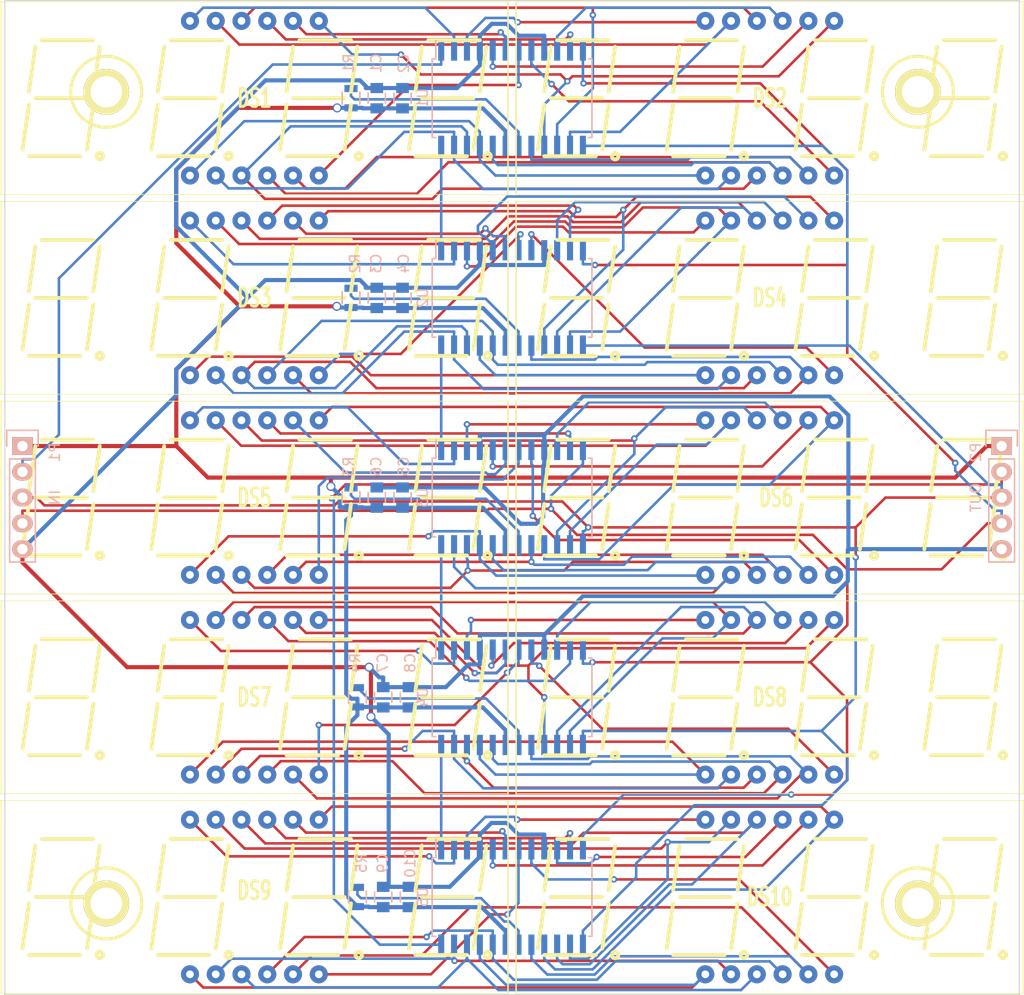
<source format=kicad_pcb>
(kicad_pcb (version 20171130) (host pcbnew 5.1.12-84ad8e8a86~92~ubuntu20.04.1)

  (general
    (thickness 1.6)
    (drawings 7)
    (tracks 928)
    (zones 0)
    (modules 36)
    (nets 96)
  )

  (page A4)
  (layers
    (0 F.Cu signal)
    (31 B.Cu signal)
    (32 B.Adhes user hide)
    (33 F.Adhes user hide)
    (34 B.Paste user hide)
    (35 F.Paste user hide)
    (36 B.SilkS user hide)
    (37 F.SilkS user hide)
    (38 B.Mask user hide)
    (39 F.Mask user hide)
    (40 Dwgs.User user hide)
    (41 Cmts.User user hide)
    (42 Eco1.User user hide)
    (43 Eco2.User user hide)
    (44 Edge.Cuts user)
    (46 B.CrtYd user hide)
    (47 F.CrtYd user hide)
    (48 B.Fab user hide)
    (49 F.Fab user hide)
  )

  (setup
    (last_trace_width 0.254)
    (trace_clearance 0.254)
    (zone_clearance 0.508)
    (zone_45_only no)
    (trace_min 0.254)
    (via_size 0.635)
    (via_drill 0.3048)
    (via_min_size 0.635)
    (via_min_drill 0.3048)
    (uvia_size 0.508)
    (uvia_drill 0.127)
    (uvias_allowed no)
    (uvia_min_size 0.508)
    (uvia_min_drill 0.127)
    (edge_width 0.1)
    (segment_width 0.3048)
    (pcb_text_width 0.3)
    (pcb_text_size 1.5 1.5)
    (mod_edge_width 0.381)
    (mod_text_size 1 1)
    (mod_text_width 0.1524)
    (pad_size 1.778 1.778)
    (pad_drill 0.9144)
    (pad_to_mask_clearance 0)
    (aux_axis_origin 50.8 127)
    (grid_origin 100.8 78)
    (visible_elements 7FFFF73F)
    (pcbplotparams
      (layerselection 0x010fc_80000001)
      (usegerberextensions true)
      (usegerberattributes true)
      (usegerberadvancedattributes true)
      (creategerberjobfile true)
      (excludeedgelayer false)
      (linewidth 0.150000)
      (plotframeref false)
      (viasonmask false)
      (mode 1)
      (useauxorigin false)
      (hpglpennumber 1)
      (hpglpenspeed 20)
      (hpglpendiameter 15.000000)
      (psnegative false)
      (psa4output false)
      (plotreference true)
      (plotvalue true)
      (plotinvisibletext false)
      (padsonsilk false)
      (subtractmaskfromsilk true)
      (outputformat 1)
      (mirror false)
      (drillshape 0)
      (scaleselection 1)
      (outputdirectory "gerbers/"))
  )

  (net 0 "")
  (net 1 "/Digits Row 1/CLK")
  (net 2 "/Digits Row 1/DIN")
  (net 3 "/Digits Row 1/LOAD")
  (net 4 "/Digits Row 1/SEG_A")
  (net 5 "/Digits Row 1/SEG_B")
  (net 6 "/Digits Row 1/SEG_C")
  (net 7 "/Digits Row 1/SEG_D")
  (net 8 "/Digits Row 1/SEG_DP")
  (net 9 "/Digits Row 1/SEG_E")
  (net 10 "/Digits Row 1/SEG_F")
  (net 11 "/Digits Row 1/SEG_G")
  (net 12 "/Row 2/DIN")
  (net 13 "/Row 2/SEG_A")
  (net 14 "/Row 2/SEG_B")
  (net 15 "/Row 2/SEG_C")
  (net 16 "/Row 2/SEG_D")
  (net 17 "/Row 2/SEG_DP")
  (net 18 "/Row 2/SEG_E")
  (net 19 "/Row 2/SEG_F")
  (net 20 "/Row 2/SEG_G")
  (net 21 "/Row 3/DIN")
  (net 22 "/Row 3/SEG_A")
  (net 23 "/Row 3/SEG_B")
  (net 24 "/Row 3/SEG_C")
  (net 25 "/Row 3/SEG_D")
  (net 26 "/Row 3/SEG_DP")
  (net 27 "/Row 3/SEG_E")
  (net 28 "/Row 3/SEG_F")
  (net 29 "/Row 3/SEG_G")
  (net 30 "/Row 4/DIN")
  (net 31 "/Row 4/SEG_A")
  (net 32 "/Row 4/SEG_B")
  (net 33 "/Row 4/SEG_C")
  (net 34 "/Row 4/SEG_D")
  (net 35 "/Row 4/SEG_DP")
  (net 36 "/Row 4/SEG_E")
  (net 37 "/Row 4/SEG_F")
  (net 38 "/Row 4/SEG_G")
  (net 39 "/Row 5/DIN")
  (net 40 "/Row 5/DOUT")
  (net 41 "/Row 5/SEG_A")
  (net 42 "/Row 5/SEG_B")
  (net 43 "/Row 5/SEG_C")
  (net 44 "/Row 5/SEG_D")
  (net 45 "/Row 5/SEG_DP")
  (net 46 "/Row 5/SEG_E")
  (net 47 "/Row 5/SEG_F")
  (net 48 "/Row 5/SEG_G")
  (net 49 GND)
  (net 50 VCC)
  (net 51 "Net-(R1-Pad2)")
  (net 52 "Net-(R2-Pad2)")
  (net 53 "Net-(R3-Pad2)")
  (net 54 "Net-(R4-Pad2)")
  (net 55 "Net-(R5-Pad2)")
  (net 56 "Net-(DS1-Pad8)")
  (net 57 "Net-(DS2-Pad8)")
  (net 58 "Net-(DS3-Pad8)")
  (net 59 "Net-(DS4-Pad8)")
  (net 60 "Net-(DS5-Pad8)")
  (net 61 "Net-(DS6-Pad8)")
  (net 62 "Net-(DS7-Pad8)")
  (net 63 "Net-(DS8-Pad8)")
  (net 64 "Net-(DS9-Pad8)")
  (net 65 "Net-(DS10-Pad8)")
  (net 66 "Net-(DS1-Pad6)")
  (net 67 "Net-(DS1-Pad9)")
  (net 68 "Net-(DS1-Pad12)")
  (net 69 "Net-(DS2-Pad6)")
  (net 70 "Net-(DS2-Pad9)")
  (net 71 "Net-(DS2-Pad12)")
  (net 72 "Net-(DS3-Pad6)")
  (net 73 "Net-(DS3-Pad9)")
  (net 74 "Net-(DS3-Pad12)")
  (net 75 "Net-(DS4-Pad6)")
  (net 76 "Net-(DS4-Pad9)")
  (net 77 "Net-(DS4-Pad12)")
  (net 78 "Net-(DS5-Pad6)")
  (net 79 "Net-(DS5-Pad9)")
  (net 80 "Net-(DS5-Pad12)")
  (net 81 "Net-(DS6-Pad6)")
  (net 82 "Net-(DS6-Pad9)")
  (net 83 "Net-(DS6-Pad12)")
  (net 84 "Net-(DS7-Pad6)")
  (net 85 "Net-(DS7-Pad9)")
  (net 86 "Net-(DS7-Pad12)")
  (net 87 "Net-(DS8-Pad6)")
  (net 88 "Net-(DS8-Pad9)")
  (net 89 "Net-(DS8-Pad12)")
  (net 90 "Net-(DS9-Pad6)")
  (net 91 "Net-(DS9-Pad9)")
  (net 92 "Net-(DS9-Pad12)")
  (net 93 "Net-(DS10-Pad6)")
  (net 94 "Net-(DS10-Pad9)")
  (net 95 "Net-(DS10-Pad12)")

  (net_class Default "This is the default net class."
    (clearance 0.254)
    (trace_width 0.254)
    (via_dia 0.635)
    (via_drill 0.3048)
    (uvia_dia 0.508)
    (uvia_drill 0.127)
    (add_net "/Digits Row 1/CLK")
    (add_net "/Digits Row 1/DIN")
    (add_net "/Digits Row 1/LOAD")
    (add_net "/Digits Row 1/SEG_A")
    (add_net "/Digits Row 1/SEG_B")
    (add_net "/Digits Row 1/SEG_C")
    (add_net "/Digits Row 1/SEG_D")
    (add_net "/Digits Row 1/SEG_DP")
    (add_net "/Digits Row 1/SEG_E")
    (add_net "/Digits Row 1/SEG_F")
    (add_net "/Digits Row 1/SEG_G")
    (add_net "/Row 2/DIN")
    (add_net "/Row 2/SEG_A")
    (add_net "/Row 2/SEG_B")
    (add_net "/Row 2/SEG_C")
    (add_net "/Row 2/SEG_D")
    (add_net "/Row 2/SEG_DP")
    (add_net "/Row 2/SEG_E")
    (add_net "/Row 2/SEG_F")
    (add_net "/Row 2/SEG_G")
    (add_net "/Row 3/DIN")
    (add_net "/Row 3/SEG_A")
    (add_net "/Row 3/SEG_B")
    (add_net "/Row 3/SEG_C")
    (add_net "/Row 3/SEG_D")
    (add_net "/Row 3/SEG_DP")
    (add_net "/Row 3/SEG_E")
    (add_net "/Row 3/SEG_F")
    (add_net "/Row 3/SEG_G")
    (add_net "/Row 4/DIN")
    (add_net "/Row 4/SEG_A")
    (add_net "/Row 4/SEG_B")
    (add_net "/Row 4/SEG_C")
    (add_net "/Row 4/SEG_D")
    (add_net "/Row 4/SEG_DP")
    (add_net "/Row 4/SEG_E")
    (add_net "/Row 4/SEG_F")
    (add_net "/Row 4/SEG_G")
    (add_net "/Row 5/DIN")
    (add_net "/Row 5/DOUT")
    (add_net "/Row 5/SEG_A")
    (add_net "/Row 5/SEG_B")
    (add_net "/Row 5/SEG_C")
    (add_net "/Row 5/SEG_D")
    (add_net "/Row 5/SEG_DP")
    (add_net "/Row 5/SEG_E")
    (add_net "/Row 5/SEG_F")
    (add_net "/Row 5/SEG_G")
    (add_net "Net-(DS1-Pad12)")
    (add_net "Net-(DS1-Pad6)")
    (add_net "Net-(DS1-Pad8)")
    (add_net "Net-(DS1-Pad9)")
    (add_net "Net-(DS10-Pad12)")
    (add_net "Net-(DS10-Pad6)")
    (add_net "Net-(DS10-Pad8)")
    (add_net "Net-(DS10-Pad9)")
    (add_net "Net-(DS2-Pad12)")
    (add_net "Net-(DS2-Pad6)")
    (add_net "Net-(DS2-Pad8)")
    (add_net "Net-(DS2-Pad9)")
    (add_net "Net-(DS3-Pad12)")
    (add_net "Net-(DS3-Pad6)")
    (add_net "Net-(DS3-Pad8)")
    (add_net "Net-(DS3-Pad9)")
    (add_net "Net-(DS4-Pad12)")
    (add_net "Net-(DS4-Pad6)")
    (add_net "Net-(DS4-Pad8)")
    (add_net "Net-(DS4-Pad9)")
    (add_net "Net-(DS5-Pad12)")
    (add_net "Net-(DS5-Pad6)")
    (add_net "Net-(DS5-Pad8)")
    (add_net "Net-(DS5-Pad9)")
    (add_net "Net-(DS6-Pad12)")
    (add_net "Net-(DS6-Pad6)")
    (add_net "Net-(DS6-Pad8)")
    (add_net "Net-(DS6-Pad9)")
    (add_net "Net-(DS7-Pad12)")
    (add_net "Net-(DS7-Pad6)")
    (add_net "Net-(DS7-Pad8)")
    (add_net "Net-(DS7-Pad9)")
    (add_net "Net-(DS8-Pad12)")
    (add_net "Net-(DS8-Pad6)")
    (add_net "Net-(DS8-Pad8)")
    (add_net "Net-(DS8-Pad9)")
    (add_net "Net-(DS9-Pad12)")
    (add_net "Net-(DS9-Pad6)")
    (add_net "Net-(DS9-Pad8)")
    (add_net "Net-(DS9-Pad9)")
    (add_net "Net-(R1-Pad2)")
    (add_net "Net-(R2-Pad2)")
    (add_net "Net-(R3-Pad2)")
    (add_net "Net-(R4-Pad2)")
    (add_net "Net-(R5-Pad2)")
  )

  (net_class power ""
    (clearance 0.254)
    (trace_width 0.4064)
    (via_dia 0.889)
    (via_drill 0.635)
    (uvia_dia 0.508)
    (uvia_drill 0.127)
    (add_net GND)
    (add_net VCC)
  )

  (module rmc_modules:NFD-5641 (layer F.Cu) (tedit 57CAF890) (tstamp 57CCE418)
    (at 75.4 38.63)
    (descr "7 segments display")
    (tags DISPLAY)
    (path /5415B9B5/57CAE09D)
    (fp_text reference DS1 (at 0 0) (layer F.SilkS)
      (effects (font (size 1.778 1.143) (thickness 0.28575)))
    )
    (fp_text value NFD-5641A (at -30.48 0.635) (layer F.SilkS)
      (effects (font (size 1.778 1.016) (thickness 0.254)))
    )
    (fp_line (start -25 9.5) (end -25 -9.5) (layer F.SilkS) (width 0.15))
    (fp_line (start 25 -9.5) (end 25 9.5) (layer F.SilkS) (width 0.15))
    (fp_line (start -8.89 0) (end -3.81 0) (layer F.SilkS) (width 0.381))
    (fp_line (start 3.81 0) (end 8.89 0) (layer F.SilkS) (width 0.381))
    (fp_line (start -8.89 -5.08) (end -9.525 -0.635) (layer F.SilkS) (width 0.381))
    (fp_line (start -9.525 0.635) (end -10.16 5.08) (layer F.SilkS) (width 0.381))
    (fp_line (start -3.81 5.08) (end -3.175 0.635) (layer F.SilkS) (width 0.381))
    (fp_line (start -3.175 -0.635) (end -2.54 -5.08) (layer F.SilkS) (width 0.381))
    (fp_line (start -3.175 -5.715) (end -8.255 -5.715) (layer F.SilkS) (width 0.381))
    (fp_line (start -9.525 5.715) (end -4.445 5.715) (layer F.SilkS) (width 0.381))
    (fp_line (start 3.175 0.635) (end 2.54 5.08) (layer F.SilkS) (width 0.381))
    (fp_line (start 3.175 5.715) (end 8.255 5.715) (layer F.SilkS) (width 0.381))
    (fp_line (start 8.89 5.08) (end 9.525 0.635) (layer F.SilkS) (width 0.381))
    (fp_line (start 3.175 -0.635) (end 3.81 -5.08) (layer F.SilkS) (width 0.381))
    (fp_line (start 4.445 -5.715) (end 9.525 -5.715) (layer F.SilkS) (width 0.381))
    (fp_line (start 9.525 -0.635) (end 10.16 -5.08) (layer F.SilkS) (width 0.381))
    (fp_circle (center -2.54 5.715) (end -2.413 5.715) (layer F.SilkS) (width 0.381))
    (fp_circle (center 10.287 5.715) (end 10.414 5.715) (layer F.SilkS) (width 0.381))
    (fp_line (start -25 9.5) (end 25 9.5) (layer F.SilkS) (width 0.07))
    (fp_line (start 25 -9.5) (end -25 -9.5) (layer F.SilkS) (width 0.07))
    (fp_line (start 16.51 0) (end 21.59 0) (layer F.SilkS) (width 0.381))
    (fp_line (start 22.225 -0.635) (end 22.86 -5.08) (layer F.SilkS) (width 0.381))
    (fp_line (start 15.875 -0.635) (end 16.51 -5.08) (layer F.SilkS) (width 0.381))
    (fp_line (start 17.145 -5.715) (end 22.225 -5.715) (layer F.SilkS) (width 0.381))
    (fp_line (start 15.875 5.715) (end 20.955 5.715) (layer F.SilkS) (width 0.381))
    (fp_line (start 21.59 5.08) (end 22.225 0.635) (layer F.SilkS) (width 0.381))
    (fp_line (start 15.875 0.635) (end 15.24 5.08) (layer F.SilkS) (width 0.381))
    (fp_circle (center 22.987 5.715) (end 23.114 5.715) (layer F.SilkS) (width 0.381))
    (fp_line (start -21.59 0) (end -16.51 0) (layer F.SilkS) (width 0.381))
    (fp_line (start -22.225 0.635) (end -22.86 5.08) (layer F.SilkS) (width 0.381))
    (fp_line (start -16.51 5.08) (end -15.875 0.635) (layer F.SilkS) (width 0.381))
    (fp_line (start -21.59 -5.08) (end -22.225 -0.635) (layer F.SilkS) (width 0.381))
    (fp_line (start -15.875 -0.635) (end -15.24 -5.08) (layer F.SilkS) (width 0.381))
    (fp_line (start -15.875 -5.715) (end -20.955 -5.715) (layer F.SilkS) (width 0.381))
    (fp_line (start -22.225 5.715) (end -17.145 5.715) (layer F.SilkS) (width 0.381))
    (fp_circle (center -15.24 5.715) (end -15.113 5.715) (layer F.SilkS) (width 0.381))
    (pad 1 thru_hole circle (at -6.35 7.62) (size 1.778 1.778) (drill 0.762) (layers *.Cu *.Mask)
      (net 9 "/Digits Row 1/SEG_E"))
    (pad 2 thru_hole circle (at -3.81 7.62) (size 1.778 1.778) (drill 0.762) (layers *.Cu *.Mask)
      (net 7 "/Digits Row 1/SEG_D"))
    (pad 3 thru_hole circle (at -1.27 7.62) (size 1.778 1.778) (drill 0.762) (layers *.Cu *.Mask)
      (net 8 "/Digits Row 1/SEG_DP"))
    (pad 4 thru_hole circle (at 1.27 7.62) (size 1.778 1.778) (drill 0.762) (layers *.Cu *.Mask)
      (net 6 "/Digits Row 1/SEG_C"))
    (pad 5 thru_hole circle (at 3.81 7.62) (size 1.778 1.778) (drill 0.762) (layers *.Cu *.Mask)
      (net 11 "/Digits Row 1/SEG_G"))
    (pad 6 thru_hole circle (at 6.35 7.62) (size 1.778 1.778) (drill 0.762) (layers *.Cu *.Mask)
      (net 66 "Net-(DS1-Pad6)"))
    (pad 7 thru_hole circle (at 6.35 -7.62) (size 1.778 1.778) (drill 0.762) (layers *.Cu *.Mask)
      (net 5 "/Digits Row 1/SEG_B"))
    (pad 8 thru_hole circle (at 3.81 -7.62) (size 1.778 1.778) (drill 0.762) (layers *.Cu *.Mask)
      (net 56 "Net-(DS1-Pad8)"))
    (pad 10 thru_hole circle (at -1.27 -7.62) (size 1.778 1.778) (drill 0.762) (layers *.Cu *.Mask)
      (net 10 "/Digits Row 1/SEG_F"))
    (pad 9 thru_hole circle (at 1.27 -7.62) (size 1.778 1.778) (drill 0.762) (layers *.Cu *.Mask)
      (net 67 "Net-(DS1-Pad9)"))
    (pad 11 thru_hole circle (at -3.81 -7.62) (size 1.778 1.778) (drill 0.762) (layers *.Cu *.Mask)
      (net 4 "/Digits Row 1/SEG_A"))
    (pad 12 thru_hole circle (at -6.35 -7.62) (size 1.778 1.778) (drill 0.762) (layers *.Cu *.Mask)
      (net 68 "Net-(DS1-Pad12)"))
    (model Displays_7-Segment.3dshapes/Cx56-12.wrl
      (offset (xyz 0 0 0.9999979849815369))
      (scale (xyz 0.3937 0.3937 0.3937))
      (rotate (xyz 0 0 0))
    )
  )

  (module Capacitors_SMD:C_0805 (layer B.Cu) (tedit 57C73BD7) (tstamp 57C76809)
    (at 87.465 38.63 90)
    (descr "Capacitor SMD 0805, reflow soldering, AVX (see smccp.pdf)")
    (tags "capacitor 0805")
    (path /5415B9B5/5415E290)
    (attr smd)
    (fp_text reference C1 (at 3.44 -0.06 90) (layer B.SilkS)
      (effects (font (size 1 1) (thickness 0.15)) (justify mirror))
    )
    (fp_text value 10uF (at -3.545 -0.06 90) (layer B.Fab)
      (effects (font (size 1 1) (thickness 0.15)) (justify mirror))
    )
    (fp_line (start -0.5 -0.85) (end 0.5 -0.85) (layer B.SilkS) (width 0.15))
    (fp_line (start 0.5 0.85) (end -0.5 0.85) (layer B.SilkS) (width 0.15))
    (fp_line (start 1.8 1) (end 1.8 -1) (layer B.CrtYd) (width 0.05))
    (fp_line (start -1.8 1) (end -1.8 -1) (layer B.CrtYd) (width 0.05))
    (fp_line (start -1.8 -1) (end 1.8 -1) (layer B.CrtYd) (width 0.05))
    (fp_line (start -1.8 1) (end 1.8 1) (layer B.CrtYd) (width 0.05))
    (pad 1 smd rect (at -1 0 90) (size 1 1.25) (layers B.Cu B.Paste B.Mask)
      (net 50 VCC))
    (pad 2 smd rect (at 1 0 90) (size 1 1.25) (layers B.Cu B.Paste B.Mask)
      (net 49 GND))
    (model Capacitors_SMD.3dshapes/C_0805.wrl
      (at (xyz 0 0 0))
      (scale (xyz 1 1 1))
      (rotate (xyz 0 0 0))
    )
  )

  (module Capacitors_SMD:C_0805 (layer B.Cu) (tedit 57C73BE3) (tstamp 57C7680E)
    (at 90.005 38.63 90)
    (descr "Capacitor SMD 0805, reflow soldering, AVX (see smccp.pdf)")
    (tags "capacitor 0805")
    (path /5415B9B5/5415E272)
    (attr smd)
    (fp_text reference C2 (at 3.44 0.115 90) (layer B.SilkS)
      (effects (font (size 1 1) (thickness 0.15)) (justify mirror))
    )
    (fp_text value 100nF (at -4.18 0.115 90) (layer B.Fab)
      (effects (font (size 1 1) (thickness 0.15)) (justify mirror))
    )
    (fp_line (start -0.5 -0.85) (end 0.5 -0.85) (layer B.SilkS) (width 0.15))
    (fp_line (start 0.5 0.85) (end -0.5 0.85) (layer B.SilkS) (width 0.15))
    (fp_line (start 1.8 1) (end 1.8 -1) (layer B.CrtYd) (width 0.05))
    (fp_line (start -1.8 1) (end -1.8 -1) (layer B.CrtYd) (width 0.05))
    (fp_line (start -1.8 -1) (end 1.8 -1) (layer B.CrtYd) (width 0.05))
    (fp_line (start -1.8 1) (end 1.8 1) (layer B.CrtYd) (width 0.05))
    (pad 1 smd rect (at -1 0 90) (size 1 1.25) (layers B.Cu B.Paste B.Mask)
      (net 50 VCC))
    (pad 2 smd rect (at 1 0 90) (size 1 1.25) (layers B.Cu B.Paste B.Mask)
      (net 49 GND))
    (model Capacitors_SMD.3dshapes/C_0805.wrl
      (at (xyz 0 0 0))
      (scale (xyz 1 1 1))
      (rotate (xyz 0 0 0))
    )
  )

  (module Capacitors_SMD:C_0805 (layer B.Cu) (tedit 57C73C26) (tstamp 57C76813)
    (at 87.465 58.315 90)
    (descr "Capacitor SMD 0805, reflow soldering, AVX (see smccp.pdf)")
    (tags "capacitor 0805")
    (path /541731CF/5415E290)
    (attr smd)
    (fp_text reference C3 (at 3.39 -0.06 90) (layer B.SilkS)
      (effects (font (size 1 1) (thickness 0.15)) (justify mirror))
    )
    (fp_text value 10uF (at -4.23 -0.06 90) (layer B.Fab)
      (effects (font (size 1 1) (thickness 0.15)) (justify mirror))
    )
    (fp_line (start -0.5 -0.85) (end 0.5 -0.85) (layer B.SilkS) (width 0.15))
    (fp_line (start 0.5 0.85) (end -0.5 0.85) (layer B.SilkS) (width 0.15))
    (fp_line (start 1.8 1) (end 1.8 -1) (layer B.CrtYd) (width 0.05))
    (fp_line (start -1.8 1) (end -1.8 -1) (layer B.CrtYd) (width 0.05))
    (fp_line (start -1.8 -1) (end 1.8 -1) (layer B.CrtYd) (width 0.05))
    (fp_line (start -1.8 1) (end 1.8 1) (layer B.CrtYd) (width 0.05))
    (pad 1 smd rect (at -1 0 90) (size 1 1.25) (layers B.Cu B.Paste B.Mask)
      (net 50 VCC))
    (pad 2 smd rect (at 1 0 90) (size 1 1.25) (layers B.Cu B.Paste B.Mask)
      (net 49 GND))
    (model Capacitors_SMD.3dshapes/C_0805.wrl
      (at (xyz 0 0 0))
      (scale (xyz 1 1 1))
      (rotate (xyz 0 0 0))
    )
  )

  (module Capacitors_SMD:C_0805 (layer B.Cu) (tedit 57C73C2A) (tstamp 57C76818)
    (at 90.005 58.315 90)
    (descr "Capacitor SMD 0805, reflow soldering, AVX (see smccp.pdf)")
    (tags "capacitor 0805")
    (path /541731CF/5415E272)
    (attr smd)
    (fp_text reference C4 (at 3.39 0.115 90) (layer B.SilkS)
      (effects (font (size 1 1) (thickness 0.15)) (justify mirror))
    )
    (fp_text value 100nF (at -4.23 0.115 90) (layer B.Fab)
      (effects (font (size 1 1) (thickness 0.15)) (justify mirror))
    )
    (fp_line (start -0.5 -0.85) (end 0.5 -0.85) (layer B.SilkS) (width 0.15))
    (fp_line (start 0.5 0.85) (end -0.5 0.85) (layer B.SilkS) (width 0.15))
    (fp_line (start 1.8 1) (end 1.8 -1) (layer B.CrtYd) (width 0.05))
    (fp_line (start -1.8 1) (end -1.8 -1) (layer B.CrtYd) (width 0.05))
    (fp_line (start -1.8 -1) (end 1.8 -1) (layer B.CrtYd) (width 0.05))
    (fp_line (start -1.8 1) (end 1.8 1) (layer B.CrtYd) (width 0.05))
    (pad 1 smd rect (at -1 0 90) (size 1 1.25) (layers B.Cu B.Paste B.Mask)
      (net 50 VCC))
    (pad 2 smd rect (at 1 0 90) (size 1 1.25) (layers B.Cu B.Paste B.Mask)
      (net 49 GND))
    (model Capacitors_SMD.3dshapes/C_0805.wrl
      (at (xyz 0 0 0))
      (scale (xyz 1 1 1))
      (rotate (xyz 0 0 0))
    )
  )

  (module Capacitors_SMD:C_0805 (layer B.Cu) (tedit 57C73C4E) (tstamp 57C7681D)
    (at 90.005 78 90)
    (descr "Capacitor SMD 0805, reflow soldering, AVX (see smccp.pdf)")
    (tags "capacitor 0805")
    (path /5417323F/5415E290)
    (attr smd)
    (fp_text reference C5 (at 3.07 0.115 90) (layer B.SilkS)
      (effects (font (size 1 1) (thickness 0.15)) (justify mirror))
    )
    (fp_text value 10uF (at -3.915 0.115 90) (layer B.Fab)
      (effects (font (size 1 1) (thickness 0.15)) (justify mirror))
    )
    (fp_line (start -0.5 -0.85) (end 0.5 -0.85) (layer B.SilkS) (width 0.15))
    (fp_line (start 0.5 0.85) (end -0.5 0.85) (layer B.SilkS) (width 0.15))
    (fp_line (start 1.8 1) (end 1.8 -1) (layer B.CrtYd) (width 0.05))
    (fp_line (start -1.8 1) (end -1.8 -1) (layer B.CrtYd) (width 0.05))
    (fp_line (start -1.8 -1) (end 1.8 -1) (layer B.CrtYd) (width 0.05))
    (fp_line (start -1.8 1) (end 1.8 1) (layer B.CrtYd) (width 0.05))
    (pad 1 smd rect (at -1 0 90) (size 1 1.25) (layers B.Cu B.Paste B.Mask)
      (net 50 VCC))
    (pad 2 smd rect (at 1 0 90) (size 1 1.25) (layers B.Cu B.Paste B.Mask)
      (net 49 GND))
    (model Capacitors_SMD.3dshapes/C_0805.wrl
      (at (xyz 0 0 0))
      (scale (xyz 1 1 1))
      (rotate (xyz 0 0 0))
    )
  )

  (module Capacitors_SMD:C_0805 (layer B.Cu) (tedit 57C73C52) (tstamp 57C76822)
    (at 87.465 78 90)
    (descr "Capacitor SMD 0805, reflow soldering, AVX (see smccp.pdf)")
    (tags "capacitor 0805")
    (path /5417323F/5415E272)
    (attr smd)
    (fp_text reference C6 (at 3.07 -0.06 90) (layer B.SilkS)
      (effects (font (size 1 1) (thickness 0.15)) (justify mirror))
    )
    (fp_text value 100nF (at -3.915 -0.06 90) (layer B.Fab)
      (effects (font (size 1 1) (thickness 0.15)) (justify mirror))
    )
    (fp_line (start -0.5 -0.85) (end 0.5 -0.85) (layer B.SilkS) (width 0.15))
    (fp_line (start 0.5 0.85) (end -0.5 0.85) (layer B.SilkS) (width 0.15))
    (fp_line (start 1.8 1) (end 1.8 -1) (layer B.CrtYd) (width 0.05))
    (fp_line (start -1.8 1) (end -1.8 -1) (layer B.CrtYd) (width 0.05))
    (fp_line (start -1.8 -1) (end 1.8 -1) (layer B.CrtYd) (width 0.05))
    (fp_line (start -1.8 1) (end 1.8 1) (layer B.CrtYd) (width 0.05))
    (pad 1 smd rect (at -1 0 90) (size 1 1.25) (layers B.Cu B.Paste B.Mask)
      (net 50 VCC))
    (pad 2 smd rect (at 1 0 90) (size 1 1.25) (layers B.Cu B.Paste B.Mask)
      (net 49 GND))
    (model Capacitors_SMD.3dshapes/C_0805.wrl
      (at (xyz 0 0 0))
      (scale (xyz 1 1 1))
      (rotate (xyz 0 0 0))
    )
  )

  (module Capacitors_SMD:C_0805 (layer B.Cu) (tedit 57C73C6B) (tstamp 57C76827)
    (at 88.1 97.685 90)
    (descr "Capacitor SMD 0805, reflow soldering, AVX (see smccp.pdf)")
    (tags "capacitor 0805")
    (path /54173271/5415E290)
    (attr smd)
    (fp_text reference C7 (at 3.385 -0.06 90) (layer B.SilkS)
      (effects (font (size 1 1) (thickness 0.15)) (justify mirror))
    )
    (fp_text value 10uF (at -4.235 -0.06 90) (layer B.Fab)
      (effects (font (size 1 1) (thickness 0.15)) (justify mirror))
    )
    (fp_line (start -0.5 -0.85) (end 0.5 -0.85) (layer B.SilkS) (width 0.15))
    (fp_line (start 0.5 0.85) (end -0.5 0.85) (layer B.SilkS) (width 0.15))
    (fp_line (start 1.8 1) (end 1.8 -1) (layer B.CrtYd) (width 0.05))
    (fp_line (start -1.8 1) (end -1.8 -1) (layer B.CrtYd) (width 0.05))
    (fp_line (start -1.8 -1) (end 1.8 -1) (layer B.CrtYd) (width 0.05))
    (fp_line (start -1.8 1) (end 1.8 1) (layer B.CrtYd) (width 0.05))
    (pad 1 smd rect (at -1 0 90) (size 1 1.25) (layers B.Cu B.Paste B.Mask)
      (net 50 VCC))
    (pad 2 smd rect (at 1 0 90) (size 1 1.25) (layers B.Cu B.Paste B.Mask)
      (net 49 GND))
    (model Capacitors_SMD.3dshapes/C_0805.wrl
      (at (xyz 0 0 0))
      (scale (xyz 1 1 1))
      (rotate (xyz 0 0 0))
    )
  )

  (module Capacitors_SMD:C_0805 (layer B.Cu) (tedit 57C73C6E) (tstamp 57C7682C)
    (at 90.64 97.685 90)
    (descr "Capacitor SMD 0805, reflow soldering, AVX (see smccp.pdf)")
    (tags "capacitor 0805")
    (path /54173271/5415E272)
    (attr smd)
    (fp_text reference C8 (at 3.385 0.115 90) (layer B.SilkS)
      (effects (font (size 1 1) (thickness 0.15)) (justify mirror))
    )
    (fp_text value 100nF (at -4.235 0.115 90) (layer B.Fab)
      (effects (font (size 1 1) (thickness 0.15)) (justify mirror))
    )
    (fp_line (start -0.5 -0.85) (end 0.5 -0.85) (layer B.SilkS) (width 0.15))
    (fp_line (start 0.5 0.85) (end -0.5 0.85) (layer B.SilkS) (width 0.15))
    (fp_line (start 1.8 1) (end 1.8 -1) (layer B.CrtYd) (width 0.05))
    (fp_line (start -1.8 1) (end -1.8 -1) (layer B.CrtYd) (width 0.05))
    (fp_line (start -1.8 -1) (end 1.8 -1) (layer B.CrtYd) (width 0.05))
    (fp_line (start -1.8 1) (end 1.8 1) (layer B.CrtYd) (width 0.05))
    (pad 1 smd rect (at -1 0 90) (size 1 1.25) (layers B.Cu B.Paste B.Mask)
      (net 50 VCC))
    (pad 2 smd rect (at 1 0 90) (size 1 1.25) (layers B.Cu B.Paste B.Mask)
      (net 49 GND))
    (model Capacitors_SMD.3dshapes/C_0805.wrl
      (at (xyz 0 0 0))
      (scale (xyz 1 1 1))
      (rotate (xyz 0 0 0))
    )
  )

  (module Capacitors_SMD:C_0805 (layer B.Cu) (tedit 57C73C85) (tstamp 57C76831)
    (at 88.1 117.37 90)
    (descr "Capacitor SMD 0805, reflow soldering, AVX (see smccp.pdf)")
    (tags "capacitor 0805")
    (path /541732A3/5415E290)
    (attr smd)
    (fp_text reference C9 (at 3.335 -0.06 90) (layer B.SilkS)
      (effects (font (size 1 1) (thickness 0.15)) (justify mirror))
    )
    (fp_text value 10uF (at -3.65 -0.06 90) (layer B.Fab)
      (effects (font (size 1 1) (thickness 0.15)) (justify mirror))
    )
    (fp_line (start -0.5 -0.85) (end 0.5 -0.85) (layer B.SilkS) (width 0.15))
    (fp_line (start 0.5 0.85) (end -0.5 0.85) (layer B.SilkS) (width 0.15))
    (fp_line (start 1.8 1) (end 1.8 -1) (layer B.CrtYd) (width 0.05))
    (fp_line (start -1.8 1) (end -1.8 -1) (layer B.CrtYd) (width 0.05))
    (fp_line (start -1.8 -1) (end 1.8 -1) (layer B.CrtYd) (width 0.05))
    (fp_line (start -1.8 1) (end 1.8 1) (layer B.CrtYd) (width 0.05))
    (pad 1 smd rect (at -1 0 90) (size 1 1.25) (layers B.Cu B.Paste B.Mask)
      (net 50 VCC))
    (pad 2 smd rect (at 1 0 90) (size 1 1.25) (layers B.Cu B.Paste B.Mask)
      (net 49 GND))
    (model Capacitors_SMD.3dshapes/C_0805.wrl
      (at (xyz 0 0 0))
      (scale (xyz 1 1 1))
      (rotate (xyz 0 0 0))
    )
  )

  (module Capacitors_SMD:C_0805 (layer B.Cu) (tedit 57C73C88) (tstamp 57C76836)
    (at 90.64 117.37 90)
    (descr "Capacitor SMD 0805, reflow soldering, AVX (see smccp.pdf)")
    (tags "capacitor 0805")
    (path /541732A3/5415E272)
    (attr smd)
    (fp_text reference C10 (at 3.335 0.115 90) (layer B.SilkS)
      (effects (font (size 1 1) (thickness 0.15)) (justify mirror))
    )
    (fp_text value 100nF (at -4.285 0.115 90) (layer B.Fab)
      (effects (font (size 1 1) (thickness 0.15)) (justify mirror))
    )
    (fp_line (start -0.5 -0.85) (end 0.5 -0.85) (layer B.SilkS) (width 0.15))
    (fp_line (start 0.5 0.85) (end -0.5 0.85) (layer B.SilkS) (width 0.15))
    (fp_line (start 1.8 1) (end 1.8 -1) (layer B.CrtYd) (width 0.05))
    (fp_line (start -1.8 1) (end -1.8 -1) (layer B.CrtYd) (width 0.05))
    (fp_line (start -1.8 -1) (end 1.8 -1) (layer B.CrtYd) (width 0.05))
    (fp_line (start -1.8 1) (end 1.8 1) (layer B.CrtYd) (width 0.05))
    (pad 1 smd rect (at -1 0 90) (size 1 1.25) (layers B.Cu B.Paste B.Mask)
      (net 50 VCC))
    (pad 2 smd rect (at 1 0 90) (size 1 1.25) (layers B.Cu B.Paste B.Mask)
      (net 49 GND))
    (model Capacitors_SMD.3dshapes/C_0805.wrl
      (at (xyz 0 0 0))
      (scale (xyz 1 1 1))
      (rotate (xyz 0 0 0))
    )
  )

  (module rmc_modules:HOLE_M3 (layer F.Cu) (tedit 506359C2) (tstamp 57C76B6F)
    (at 140.8 118)
    (descr "Mounting hole 3mm")
    (tags MOUNT)
    (path /5419E77A)
    (fp_text reference H1 (at -0.09906 -4.30022) (layer F.SilkS) hide
      (effects (font (size 1.016 1.016) (thickness 0.254)))
    )
    (fp_text value HOLE_RMC (at -0.09906 4.50088) (layer F.SilkS) hide
      (effects (font (size 1.016 1.016) (thickness 0.254)))
    )
    (fp_circle (center 0 0) (end 3.50012 0) (layer F.SilkS) (width 0.3048))
    (pad "" thru_hole circle (at 0 0) (size 4.50088 4.50088) (drill 3.0988) (layers *.Cu *.Mask F.SilkS))
    (model walter\details\vite_2mm5.wrl
      (at (xyz 0 0 0))
      (scale (xyz 1.2 1.2 1))
      (rotate (xyz 0 0 0))
    )
  )

  (module rmc_modules:HOLE_M3 (layer F.Cu) (tedit 506359C2) (tstamp 57C76B74)
    (at 140.8 38)
    (descr "Mounting hole 3mm")
    (tags MOUNT)
    (path /5419E791)
    (fp_text reference H2 (at -0.09906 -4.30022) (layer F.SilkS) hide
      (effects (font (size 1.016 1.016) (thickness 0.254)))
    )
    (fp_text value HOLE_RMC (at -0.09906 4.50088) (layer F.SilkS) hide
      (effects (font (size 1.016 1.016) (thickness 0.254)))
    )
    (fp_circle (center 0 0) (end 3.50012 0) (layer F.SilkS) (width 0.3048))
    (pad "" thru_hole circle (at 0 0) (size 4.50088 4.50088) (drill 3.0988) (layers *.Cu *.Mask F.SilkS))
    (model walter\details\vite_2mm5.wrl
      (at (xyz 0 0 0))
      (scale (xyz 1.2 1.2 1))
      (rotate (xyz 0 0 0))
    )
  )

  (module rmc_modules:HOLE_M3 (layer F.Cu) (tedit 506359C2) (tstamp 57C76B79)
    (at 60.8 118)
    (descr "Mounting hole 3mm")
    (tags MOUNT)
    (path /5419E797)
    (fp_text reference H3 (at -0.09906 -4.30022) (layer F.SilkS) hide
      (effects (font (size 1.016 1.016) (thickness 0.254)))
    )
    (fp_text value HOLE_RMC (at -0.09906 4.50088) (layer F.SilkS) hide
      (effects (font (size 1.016 1.016) (thickness 0.254)))
    )
    (fp_circle (center 0 0) (end 3.50012 0) (layer F.SilkS) (width 0.3048))
    (pad "" thru_hole circle (at 0 0) (size 4.50088 4.50088) (drill 3.0988) (layers *.Cu *.Mask F.SilkS))
    (model walter\details\vite_2mm5.wrl
      (at (xyz 0 0 0))
      (scale (xyz 1.2 1.2 1))
      (rotate (xyz 0 0 0))
    )
  )

  (module rmc_modules:HOLE_M3 (layer F.Cu) (tedit 506359C2) (tstamp 57C76B7E)
    (at 60.8 38)
    (descr "Mounting hole 3mm")
    (tags MOUNT)
    (path /5419E79D)
    (fp_text reference H4 (at -0.09906 -4.30022) (layer F.SilkS) hide
      (effects (font (size 1.016 1.016) (thickness 0.254)))
    )
    (fp_text value HOLE_RMC (at -0.09906 4.50088) (layer F.SilkS) hide
      (effects (font (size 1.016 1.016) (thickness 0.254)))
    )
    (fp_circle (center 0 0) (end 3.50012 0) (layer F.SilkS) (width 0.3048))
    (pad "" thru_hole circle (at 0 0) (size 4.50088 4.50088) (drill 3.0988) (layers *.Cu *.Mask F.SilkS))
    (model walter\details\vite_2mm5.wrl
      (at (xyz 0 0 0))
      (scale (xyz 1.2 1.2 1))
      (rotate (xyz 0 0 0))
    )
  )

  (module Socket_Strips:Socket_Strip_Straight_1x05 (layer B.Cu) (tedit 57C73C01) (tstamp 57C76B83)
    (at 52.54 72.92 270)
    (descr "Through hole socket strip")
    (tags "socket strip")
    (path /5415C67E)
    (fp_text reference P1 (at 0.635 -3.175 270) (layer B.SilkS)
      (effects (font (size 1 1) (thickness 0.15)) (justify mirror))
    )
    (fp_text value IN (at 5.08 -3.175 270) (layer B.SilkS)
      (effects (font (size 1 1) (thickness 0.15)) (justify mirror))
    )
    (fp_line (start -1.55 1.55) (end -1.55 -1.55) (layer B.SilkS) (width 0.15))
    (fp_line (start 0 1.55) (end -1.55 1.55) (layer B.SilkS) (width 0.15))
    (fp_line (start 1.27 -1.27) (end 1.27 1.27) (layer B.SilkS) (width 0.15))
    (fp_line (start -1.55 -1.55) (end 0 -1.55) (layer B.SilkS) (width 0.15))
    (fp_line (start 11.43 1.27) (end 1.27 1.27) (layer B.SilkS) (width 0.15))
    (fp_line (start 11.43 -1.27) (end 11.43 1.27) (layer B.SilkS) (width 0.15))
    (fp_line (start 1.27 -1.27) (end 11.43 -1.27) (layer B.SilkS) (width 0.15))
    (fp_line (start -1.75 -1.75) (end 11.95 -1.75) (layer B.CrtYd) (width 0.05))
    (fp_line (start -1.75 1.75) (end 11.95 1.75) (layer B.CrtYd) (width 0.05))
    (fp_line (start 11.95 1.75) (end 11.95 -1.75) (layer B.CrtYd) (width 0.05))
    (fp_line (start -1.75 1.75) (end -1.75 -1.75) (layer B.CrtYd) (width 0.05))
    (pad 1 thru_hole rect (at 0 0 270) (size 1.7272 2.032) (drill 1.016) (layers *.Cu *.Mask B.SilkS)
      (net 50 VCC))
    (pad 2 thru_hole oval (at 2.54 0 270) (size 1.7272 2.032) (drill 1.016) (layers *.Cu *.Mask B.SilkS)
      (net 2 "/Digits Row 1/DIN"))
    (pad 3 thru_hole oval (at 5.08 0 270) (size 1.7272 2.032) (drill 1.016) (layers *.Cu *.Mask B.SilkS)
      (net 1 "/Digits Row 1/CLK"))
    (pad 4 thru_hole oval (at 7.62 0 270) (size 1.7272 2.032) (drill 1.016) (layers *.Cu *.Mask B.SilkS)
      (net 3 "/Digits Row 1/LOAD"))
    (pad 5 thru_hole oval (at 10.16 0 270) (size 1.7272 2.032) (drill 1.016) (layers *.Cu *.Mask B.SilkS)
      (net 49 GND))
    (model Socket_Strips.3dshapes/Socket_Strip_Straight_1x05.wrl
      (offset (xyz 5.079999923706055 0 0))
      (scale (xyz 1 1 1))
      (rotate (xyz 0 0 180))
    )
  )

  (module Socket_Strips:Socket_Strip_Straight_1x05 (layer B.Cu) (tedit 57C73BF8) (tstamp 57C76B8B)
    (at 149.06 72.92 270)
    (descr "Through hole socket strip")
    (tags "socket strip")
    (path /5415C653)
    (fp_text reference P2 (at 0.635 2.54 270) (layer B.SilkS)
      (effects (font (size 1 1) (thickness 0.15)) (justify mirror))
    )
    (fp_text value OUT (at 5.08 2.54 270) (layer B.SilkS)
      (effects (font (size 1 1) (thickness 0.15)) (justify mirror))
    )
    (fp_line (start -1.55 1.55) (end -1.55 -1.55) (layer B.SilkS) (width 0.15))
    (fp_line (start 0 1.55) (end -1.55 1.55) (layer B.SilkS) (width 0.15))
    (fp_line (start 1.27 -1.27) (end 1.27 1.27) (layer B.SilkS) (width 0.15))
    (fp_line (start -1.55 -1.55) (end 0 -1.55) (layer B.SilkS) (width 0.15))
    (fp_line (start 11.43 1.27) (end 1.27 1.27) (layer B.SilkS) (width 0.15))
    (fp_line (start 11.43 -1.27) (end 11.43 1.27) (layer B.SilkS) (width 0.15))
    (fp_line (start 1.27 -1.27) (end 11.43 -1.27) (layer B.SilkS) (width 0.15))
    (fp_line (start -1.75 -1.75) (end 11.95 -1.75) (layer B.CrtYd) (width 0.05))
    (fp_line (start -1.75 1.75) (end 11.95 1.75) (layer B.CrtYd) (width 0.05))
    (fp_line (start 11.95 1.75) (end 11.95 -1.75) (layer B.CrtYd) (width 0.05))
    (fp_line (start -1.75 1.75) (end -1.75 -1.75) (layer B.CrtYd) (width 0.05))
    (pad 1 thru_hole rect (at 0 0 270) (size 1.7272 2.032) (drill 1.016) (layers *.Cu *.Mask B.SilkS)
      (net 50 VCC))
    (pad 2 thru_hole oval (at 2.54 0 270) (size 1.7272 2.032) (drill 1.016) (layers *.Cu *.Mask B.SilkS)
      (net 40 "/Row 5/DOUT"))
    (pad 3 thru_hole oval (at 5.08 0 270) (size 1.7272 2.032) (drill 1.016) (layers *.Cu *.Mask B.SilkS)
      (net 1 "/Digits Row 1/CLK"))
    (pad 4 thru_hole oval (at 7.62 0 270) (size 1.7272 2.032) (drill 1.016) (layers *.Cu *.Mask B.SilkS)
      (net 3 "/Digits Row 1/LOAD"))
    (pad 5 thru_hole oval (at 10.16 0 270) (size 1.7272 2.032) (drill 1.016) (layers *.Cu *.Mask B.SilkS)
      (net 49 GND))
    (model Socket_Strips.3dshapes/Socket_Strip_Straight_1x05.wrl
      (offset (xyz 5.079999923706055 0 0))
      (scale (xyz 1 1 1))
      (rotate (xyz 0 0 180))
    )
  )

  (module Resistors_SMD:R_0805 (layer B.Cu) (tedit 57C73BD4) (tstamp 57C76B93)
    (at 84.925 38.63 90)
    (descr "Resistor SMD 0805, reflow soldering, Vishay (see dcrcw.pdf)")
    (tags "resistor 0805")
    (path /5415B9B5/5415E1D6)
    (attr smd)
    (fp_text reference R1 (at 3.44 -0.235 90) (layer B.SilkS)
      (effects (font (size 1 1) (thickness 0.15)) (justify mirror))
    )
    (fp_text value 28k (at -3.545 -0.235 90) (layer B.Fab)
      (effects (font (size 1 1) (thickness 0.15)) (justify mirror))
    )
    (fp_line (start -0.6 0.875) (end 0.6 0.875) (layer B.SilkS) (width 0.15))
    (fp_line (start 0.6 -0.875) (end -0.6 -0.875) (layer B.SilkS) (width 0.15))
    (fp_line (start 1.6 1) (end 1.6 -1) (layer B.CrtYd) (width 0.05))
    (fp_line (start -1.6 1) (end -1.6 -1) (layer B.CrtYd) (width 0.05))
    (fp_line (start -1.6 -1) (end 1.6 -1) (layer B.CrtYd) (width 0.05))
    (fp_line (start -1.6 1) (end 1.6 1) (layer B.CrtYd) (width 0.05))
    (pad 1 smd rect (at -0.95 0 90) (size 0.7 1.3) (layers B.Cu B.Paste B.Mask)
      (net 50 VCC))
    (pad 2 smd rect (at 0.95 0 90) (size 0.7 1.3) (layers B.Cu B.Paste B.Mask)
      (net 51 "Net-(R1-Pad2)"))
    (model Resistors_SMD.3dshapes/R_0805.wrl
      (at (xyz 0 0 0))
      (scale (xyz 1 1 1))
      (rotate (xyz 0 0 0))
    )
  )

  (module Resistors_SMD:R_0805 (layer B.Cu) (tedit 57C73C23) (tstamp 57C76B98)
    (at 84.925 58.315 90)
    (descr "Resistor SMD 0805, reflow soldering, Vishay (see dcrcw.pdf)")
    (tags "resistor 0805")
    (path /541731CF/5415E1D6)
    (attr smd)
    (fp_text reference R2 (at 3.39 0.4 90) (layer B.SilkS)
      (effects (font (size 1 1) (thickness 0.15)) (justify mirror))
    )
    (fp_text value 28k (at -3.595 0.4 90) (layer B.Fab)
      (effects (font (size 1 1) (thickness 0.15)) (justify mirror))
    )
    (fp_line (start -0.6 0.875) (end 0.6 0.875) (layer B.SilkS) (width 0.15))
    (fp_line (start 0.6 -0.875) (end -0.6 -0.875) (layer B.SilkS) (width 0.15))
    (fp_line (start 1.6 1) (end 1.6 -1) (layer B.CrtYd) (width 0.05))
    (fp_line (start -1.6 1) (end -1.6 -1) (layer B.CrtYd) (width 0.05))
    (fp_line (start -1.6 -1) (end 1.6 -1) (layer B.CrtYd) (width 0.05))
    (fp_line (start -1.6 1) (end 1.6 1) (layer B.CrtYd) (width 0.05))
    (pad 1 smd rect (at -0.95 0 90) (size 0.7 1.3) (layers B.Cu B.Paste B.Mask)
      (net 50 VCC))
    (pad 2 smd rect (at 0.95 0 90) (size 0.7 1.3) (layers B.Cu B.Paste B.Mask)
      (net 52 "Net-(R2-Pad2)"))
    (model Resistors_SMD.3dshapes/R_0805.wrl
      (at (xyz 0 0 0))
      (scale (xyz 1 1 1))
      (rotate (xyz 0 0 0))
    )
  )

  (module Resistors_SMD:R_0805 (layer B.Cu) (tedit 57C73C48) (tstamp 57C76B9D)
    (at 84.925 78 90)
    (descr "Resistor SMD 0805, reflow soldering, Vishay (see dcrcw.pdf)")
    (tags "resistor 0805")
    (path /5417323F/5415E1D6)
    (attr smd)
    (fp_text reference R3 (at 3.07 -0.235 90) (layer B.SilkS)
      (effects (font (size 1 1) (thickness 0.15)) (justify mirror))
    )
    (fp_text value 28k (at -3.915 -0.235 90) (layer B.Fab)
      (effects (font (size 1 1) (thickness 0.15)) (justify mirror))
    )
    (fp_line (start -0.6 0.875) (end 0.6 0.875) (layer B.SilkS) (width 0.15))
    (fp_line (start 0.6 -0.875) (end -0.6 -0.875) (layer B.SilkS) (width 0.15))
    (fp_line (start 1.6 1) (end 1.6 -1) (layer B.CrtYd) (width 0.05))
    (fp_line (start -1.6 1) (end -1.6 -1) (layer B.CrtYd) (width 0.05))
    (fp_line (start -1.6 -1) (end 1.6 -1) (layer B.CrtYd) (width 0.05))
    (fp_line (start -1.6 1) (end 1.6 1) (layer B.CrtYd) (width 0.05))
    (pad 1 smd rect (at -0.95 0 90) (size 0.7 1.3) (layers B.Cu B.Paste B.Mask)
      (net 50 VCC))
    (pad 2 smd rect (at 0.95 0 90) (size 0.7 1.3) (layers B.Cu B.Paste B.Mask)
      (net 53 "Net-(R3-Pad2)"))
    (model Resistors_SMD.3dshapes/R_0805.wrl
      (at (xyz 0 0 0))
      (scale (xyz 1 1 1))
      (rotate (xyz 0 0 0))
    )
  )

  (module Resistors_SMD:R_0805 (layer B.Cu) (tedit 57C73C68) (tstamp 57C76BA2)
    (at 85.56 97.685 90)
    (descr "Resistor SMD 0805, reflow soldering, Vishay (see dcrcw.pdf)")
    (tags "resistor 0805")
    (path /54173271/5415E1D6)
    (attr smd)
    (fp_text reference R4 (at 3.385 -0.235 90) (layer B.SilkS)
      (effects (font (size 1 1) (thickness 0.15)) (justify mirror))
    )
    (fp_text value 28k (at -3.6 0.4 90) (layer B.Fab)
      (effects (font (size 1 1) (thickness 0.15)) (justify mirror))
    )
    (fp_line (start -0.6 0.875) (end 0.6 0.875) (layer B.SilkS) (width 0.15))
    (fp_line (start 0.6 -0.875) (end -0.6 -0.875) (layer B.SilkS) (width 0.15))
    (fp_line (start 1.6 1) (end 1.6 -1) (layer B.CrtYd) (width 0.05))
    (fp_line (start -1.6 1) (end -1.6 -1) (layer B.CrtYd) (width 0.05))
    (fp_line (start -1.6 -1) (end 1.6 -1) (layer B.CrtYd) (width 0.05))
    (fp_line (start -1.6 1) (end 1.6 1) (layer B.CrtYd) (width 0.05))
    (pad 1 smd rect (at -0.95 0 90) (size 0.7 1.3) (layers B.Cu B.Paste B.Mask)
      (net 50 VCC))
    (pad 2 smd rect (at 0.95 0 90) (size 0.7 1.3) (layers B.Cu B.Paste B.Mask)
      (net 54 "Net-(R4-Pad2)"))
    (model Resistors_SMD.3dshapes/R_0805.wrl
      (at (xyz 0 0 0))
      (scale (xyz 1 1 1))
      (rotate (xyz 0 0 0))
    )
  )

  (module Resistors_SMD:R_0805 (layer B.Cu) (tedit 57C73C82) (tstamp 57C76BA7)
    (at 85.56 117.37 90)
    (descr "Resistor SMD 0805, reflow soldering, Vishay (see dcrcw.pdf)")
    (tags "resistor 0805")
    (path /541732A3/5415E1D6)
    (attr smd)
    (fp_text reference R5 (at 3.335 0.4 90) (layer B.SilkS)
      (effects (font (size 1 1) (thickness 0.15)) (justify mirror))
    )
    (fp_text value 28k (at -3.65 -0.235 90) (layer B.Fab)
      (effects (font (size 1 1) (thickness 0.15)) (justify mirror))
    )
    (fp_line (start -0.6 0.875) (end 0.6 0.875) (layer B.SilkS) (width 0.15))
    (fp_line (start 0.6 -0.875) (end -0.6 -0.875) (layer B.SilkS) (width 0.15))
    (fp_line (start 1.6 1) (end 1.6 -1) (layer B.CrtYd) (width 0.05))
    (fp_line (start -1.6 1) (end -1.6 -1) (layer B.CrtYd) (width 0.05))
    (fp_line (start -1.6 -1) (end 1.6 -1) (layer B.CrtYd) (width 0.05))
    (fp_line (start -1.6 1) (end 1.6 1) (layer B.CrtYd) (width 0.05))
    (pad 1 smd rect (at -0.95 0 90) (size 0.7 1.3) (layers B.Cu B.Paste B.Mask)
      (net 50 VCC))
    (pad 2 smd rect (at 0.95 0 90) (size 0.7 1.3) (layers B.Cu B.Paste B.Mask)
      (net 55 "Net-(R5-Pad2)"))
    (model Resistors_SMD.3dshapes/R_0805.wrl
      (at (xyz 0 0 0))
      (scale (xyz 1 1 1))
      (rotate (xyz 0 0 0))
    )
  )

  (module rmc_modules:NFD-5641 (layer F.Cu) (tedit 57CAF89A) (tstamp 57CCE427)
    (at 126.2 38.63)
    (descr "7 segments display")
    (tags DISPLAY)
    (path /5415B9B5/57CAE107)
    (fp_text reference DS2 (at 0 0) (layer F.SilkS)
      (effects (font (size 1.778 1.143) (thickness 0.28575)))
    )
    (fp_text value NFD-5641A (at 37.465 4.445) (layer F.SilkS)
      (effects (font (size 1.778 1.016) (thickness 0.254)))
    )
    (fp_line (start -25 9.5) (end -25 -9.5) (layer F.SilkS) (width 0.15))
    (fp_line (start 25 -9.5) (end 25 9.5) (layer F.SilkS) (width 0.15))
    (fp_line (start -8.89 0) (end -3.81 0) (layer F.SilkS) (width 0.381))
    (fp_line (start 3.81 0) (end 8.89 0) (layer F.SilkS) (width 0.381))
    (fp_line (start -8.89 -5.08) (end -9.525 -0.635) (layer F.SilkS) (width 0.381))
    (fp_line (start -9.525 0.635) (end -10.16 5.08) (layer F.SilkS) (width 0.381))
    (fp_line (start -3.81 5.08) (end -3.175 0.635) (layer F.SilkS) (width 0.381))
    (fp_line (start -3.175 -0.635) (end -2.54 -5.08) (layer F.SilkS) (width 0.381))
    (fp_line (start -3.175 -5.715) (end -8.255 -5.715) (layer F.SilkS) (width 0.381))
    (fp_line (start -9.525 5.715) (end -4.445 5.715) (layer F.SilkS) (width 0.381))
    (fp_line (start 3.175 0.635) (end 2.54 5.08) (layer F.SilkS) (width 0.381))
    (fp_line (start 3.175 5.715) (end 8.255 5.715) (layer F.SilkS) (width 0.381))
    (fp_line (start 8.89 5.08) (end 9.525 0.635) (layer F.SilkS) (width 0.381))
    (fp_line (start 3.175 -0.635) (end 3.81 -5.08) (layer F.SilkS) (width 0.381))
    (fp_line (start 4.445 -5.715) (end 9.525 -5.715) (layer F.SilkS) (width 0.381))
    (fp_line (start 9.525 -0.635) (end 10.16 -5.08) (layer F.SilkS) (width 0.381))
    (fp_circle (center -2.54 5.715) (end -2.413 5.715) (layer F.SilkS) (width 0.381))
    (fp_circle (center 10.287 5.715) (end 10.414 5.715) (layer F.SilkS) (width 0.381))
    (fp_line (start -25 9.5) (end 25 9.5) (layer F.SilkS) (width 0.07))
    (fp_line (start 25 -9.5) (end -25 -9.5) (layer F.SilkS) (width 0.07))
    (fp_line (start 16.51 0) (end 21.59 0) (layer F.SilkS) (width 0.381))
    (fp_line (start 22.225 -0.635) (end 22.86 -5.08) (layer F.SilkS) (width 0.381))
    (fp_line (start 15.875 -0.635) (end 16.51 -5.08) (layer F.SilkS) (width 0.381))
    (fp_line (start 17.145 -5.715) (end 22.225 -5.715) (layer F.SilkS) (width 0.381))
    (fp_line (start 15.875 5.715) (end 20.955 5.715) (layer F.SilkS) (width 0.381))
    (fp_line (start 21.59 5.08) (end 22.225 0.635) (layer F.SilkS) (width 0.381))
    (fp_line (start 15.875 0.635) (end 15.24 5.08) (layer F.SilkS) (width 0.381))
    (fp_circle (center 22.987 5.715) (end 23.114 5.715) (layer F.SilkS) (width 0.381))
    (fp_line (start -21.59 0) (end -16.51 0) (layer F.SilkS) (width 0.381))
    (fp_line (start -22.225 0.635) (end -22.86 5.08) (layer F.SilkS) (width 0.381))
    (fp_line (start -16.51 5.08) (end -15.875 0.635) (layer F.SilkS) (width 0.381))
    (fp_line (start -21.59 -5.08) (end -22.225 -0.635) (layer F.SilkS) (width 0.381))
    (fp_line (start -15.875 -0.635) (end -15.24 -5.08) (layer F.SilkS) (width 0.381))
    (fp_line (start -15.875 -5.715) (end -20.955 -5.715) (layer F.SilkS) (width 0.381))
    (fp_line (start -22.225 5.715) (end -17.145 5.715) (layer F.SilkS) (width 0.381))
    (fp_circle (center -15.24 5.715) (end -15.113 5.715) (layer F.SilkS) (width 0.381))
    (pad 1 thru_hole circle (at -6.35 7.62) (size 1.778 1.778) (drill 0.762) (layers *.Cu *.Mask)
      (net 9 "/Digits Row 1/SEG_E"))
    (pad 2 thru_hole circle (at -3.81 7.62) (size 1.778 1.778) (drill 0.762) (layers *.Cu *.Mask)
      (net 7 "/Digits Row 1/SEG_D"))
    (pad 3 thru_hole circle (at -1.27 7.62) (size 1.778 1.778) (drill 0.762) (layers *.Cu *.Mask)
      (net 8 "/Digits Row 1/SEG_DP"))
    (pad 4 thru_hole circle (at 1.27 7.62) (size 1.778 1.778) (drill 0.762) (layers *.Cu *.Mask)
      (net 6 "/Digits Row 1/SEG_C"))
    (pad 5 thru_hole circle (at 3.81 7.62) (size 1.778 1.778) (drill 0.762) (layers *.Cu *.Mask)
      (net 11 "/Digits Row 1/SEG_G"))
    (pad 6 thru_hole circle (at 6.35 7.62) (size 1.778 1.778) (drill 0.762) (layers *.Cu *.Mask)
      (net 69 "Net-(DS2-Pad6)"))
    (pad 7 thru_hole circle (at 6.35 -7.62) (size 1.778 1.778) (drill 0.762) (layers *.Cu *.Mask)
      (net 5 "/Digits Row 1/SEG_B"))
    (pad 8 thru_hole circle (at 3.81 -7.62) (size 1.778 1.778) (drill 0.762) (layers *.Cu *.Mask)
      (net 57 "Net-(DS2-Pad8)"))
    (pad 10 thru_hole circle (at -1.27 -7.62) (size 1.778 1.778) (drill 0.762) (layers *.Cu *.Mask)
      (net 10 "/Digits Row 1/SEG_F"))
    (pad 9 thru_hole circle (at 1.27 -7.62) (size 1.778 1.778) (drill 0.762) (layers *.Cu *.Mask)
      (net 70 "Net-(DS2-Pad9)"))
    (pad 11 thru_hole circle (at -3.81 -7.62) (size 1.778 1.778) (drill 0.762) (layers *.Cu *.Mask)
      (net 4 "/Digits Row 1/SEG_A"))
    (pad 12 thru_hole circle (at -6.35 -7.62) (size 1.778 1.778) (drill 0.762) (layers *.Cu *.Mask)
      (net 71 "Net-(DS2-Pad12)"))
    (model Displays_7-Segment.3dshapes/Cx56-12.wrl
      (offset (xyz 0 0 0.9999979849815369))
      (scale (xyz 0.3937 0.3937 0.3937))
      (rotate (xyz 0 0 0))
    )
  )

  (module rmc_modules:NFD-5641 (layer F.Cu) (tedit 57CAF89F) (tstamp 57CCE436)
    (at 75.4 58.315)
    (descr "7 segments display")
    (tags DISPLAY)
    (path /541731CF/57CAE09D)
    (fp_text reference DS3 (at 0 0) (layer F.SilkS)
      (effects (font (size 1.778 1.143) (thickness 0.28575)))
    )
    (fp_text value NFD-5641A (at -32.385 0.635) (layer F.SilkS)
      (effects (font (size 1.778 1.016) (thickness 0.254)))
    )
    (fp_line (start -25 9.5) (end -25 -9.5) (layer F.SilkS) (width 0.15))
    (fp_line (start 25 -9.5) (end 25 9.5) (layer F.SilkS) (width 0.15))
    (fp_line (start -8.89 0) (end -3.81 0) (layer F.SilkS) (width 0.381))
    (fp_line (start 3.81 0) (end 8.89 0) (layer F.SilkS) (width 0.381))
    (fp_line (start -8.89 -5.08) (end -9.525 -0.635) (layer F.SilkS) (width 0.381))
    (fp_line (start -9.525 0.635) (end -10.16 5.08) (layer F.SilkS) (width 0.381))
    (fp_line (start -3.81 5.08) (end -3.175 0.635) (layer F.SilkS) (width 0.381))
    (fp_line (start -3.175 -0.635) (end -2.54 -5.08) (layer F.SilkS) (width 0.381))
    (fp_line (start -3.175 -5.715) (end -8.255 -5.715) (layer F.SilkS) (width 0.381))
    (fp_line (start -9.525 5.715) (end -4.445 5.715) (layer F.SilkS) (width 0.381))
    (fp_line (start 3.175 0.635) (end 2.54 5.08) (layer F.SilkS) (width 0.381))
    (fp_line (start 3.175 5.715) (end 8.255 5.715) (layer F.SilkS) (width 0.381))
    (fp_line (start 8.89 5.08) (end 9.525 0.635) (layer F.SilkS) (width 0.381))
    (fp_line (start 3.175 -0.635) (end 3.81 -5.08) (layer F.SilkS) (width 0.381))
    (fp_line (start 4.445 -5.715) (end 9.525 -5.715) (layer F.SilkS) (width 0.381))
    (fp_line (start 9.525 -0.635) (end 10.16 -5.08) (layer F.SilkS) (width 0.381))
    (fp_circle (center -2.54 5.715) (end -2.413 5.715) (layer F.SilkS) (width 0.381))
    (fp_circle (center 10.287 5.715) (end 10.414 5.715) (layer F.SilkS) (width 0.381))
    (fp_line (start -25 9.5) (end 25 9.5) (layer F.SilkS) (width 0.07))
    (fp_line (start 25 -9.5) (end -25 -9.5) (layer F.SilkS) (width 0.07))
    (fp_line (start 16.51 0) (end 21.59 0) (layer F.SilkS) (width 0.381))
    (fp_line (start 22.225 -0.635) (end 22.86 -5.08) (layer F.SilkS) (width 0.381))
    (fp_line (start 15.875 -0.635) (end 16.51 -5.08) (layer F.SilkS) (width 0.381))
    (fp_line (start 17.145 -5.715) (end 22.225 -5.715) (layer F.SilkS) (width 0.381))
    (fp_line (start 15.875 5.715) (end 20.955 5.715) (layer F.SilkS) (width 0.381))
    (fp_line (start 21.59 5.08) (end 22.225 0.635) (layer F.SilkS) (width 0.381))
    (fp_line (start 15.875 0.635) (end 15.24 5.08) (layer F.SilkS) (width 0.381))
    (fp_circle (center 22.987 5.715) (end 23.114 5.715) (layer F.SilkS) (width 0.381))
    (fp_line (start -21.59 0) (end -16.51 0) (layer F.SilkS) (width 0.381))
    (fp_line (start -22.225 0.635) (end -22.86 5.08) (layer F.SilkS) (width 0.381))
    (fp_line (start -16.51 5.08) (end -15.875 0.635) (layer F.SilkS) (width 0.381))
    (fp_line (start -21.59 -5.08) (end -22.225 -0.635) (layer F.SilkS) (width 0.381))
    (fp_line (start -15.875 -0.635) (end -15.24 -5.08) (layer F.SilkS) (width 0.381))
    (fp_line (start -15.875 -5.715) (end -20.955 -5.715) (layer F.SilkS) (width 0.381))
    (fp_line (start -22.225 5.715) (end -17.145 5.715) (layer F.SilkS) (width 0.381))
    (fp_circle (center -15.24 5.715) (end -15.113 5.715) (layer F.SilkS) (width 0.381))
    (pad 1 thru_hole circle (at -6.35 7.62) (size 1.778 1.778) (drill 0.762) (layers *.Cu *.Mask)
      (net 18 "/Row 2/SEG_E"))
    (pad 2 thru_hole circle (at -3.81 7.62) (size 1.778 1.778) (drill 0.762) (layers *.Cu *.Mask)
      (net 16 "/Row 2/SEG_D"))
    (pad 3 thru_hole circle (at -1.27 7.62) (size 1.778 1.778) (drill 0.762) (layers *.Cu *.Mask)
      (net 17 "/Row 2/SEG_DP"))
    (pad 4 thru_hole circle (at 1.27 7.62) (size 1.778 1.778) (drill 0.762) (layers *.Cu *.Mask)
      (net 15 "/Row 2/SEG_C"))
    (pad 5 thru_hole circle (at 3.81 7.62) (size 1.778 1.778) (drill 0.762) (layers *.Cu *.Mask)
      (net 20 "/Row 2/SEG_G"))
    (pad 6 thru_hole circle (at 6.35 7.62) (size 1.778 1.778) (drill 0.762) (layers *.Cu *.Mask)
      (net 72 "Net-(DS3-Pad6)"))
    (pad 7 thru_hole circle (at 6.35 -7.62) (size 1.778 1.778) (drill 0.762) (layers *.Cu *.Mask)
      (net 14 "/Row 2/SEG_B"))
    (pad 8 thru_hole circle (at 3.81 -7.62) (size 1.778 1.778) (drill 0.762) (layers *.Cu *.Mask)
      (net 58 "Net-(DS3-Pad8)"))
    (pad 10 thru_hole circle (at -1.27 -7.62) (size 1.778 1.778) (drill 0.762) (layers *.Cu *.Mask)
      (net 19 "/Row 2/SEG_F"))
    (pad 9 thru_hole circle (at 1.27 -7.62) (size 1.778 1.778) (drill 0.762) (layers *.Cu *.Mask)
      (net 73 "Net-(DS3-Pad9)"))
    (pad 11 thru_hole circle (at -3.81 -7.62) (size 1.778 1.778) (drill 0.762) (layers *.Cu *.Mask)
      (net 13 "/Row 2/SEG_A"))
    (pad 12 thru_hole circle (at -6.35 -7.62) (size 1.778 1.778) (drill 0.762) (layers *.Cu *.Mask)
      (net 74 "Net-(DS3-Pad12)"))
    (model Displays_7-Segment.3dshapes/Cx56-12.wrl
      (offset (xyz 0 0 0.9999979849815369))
      (scale (xyz 0.3937 0.3937 0.3937))
      (rotate (xyz 0 0 0))
    )
  )

  (module rmc_modules:NFD-5641 (layer F.Cu) (tedit 57CAF8A9) (tstamp 57CCE445)
    (at 126.2 58.315)
    (descr "7 segments display")
    (tags DISPLAY)
    (path /541731CF/57CAE107)
    (fp_text reference DS4 (at 0 0) (layer F.SilkS)
      (effects (font (size 1.778 1.143) (thickness 0.28575)))
    )
    (fp_text value NFD-5641A (at 37.465 -0.635) (layer F.SilkS)
      (effects (font (size 1.778 1.016) (thickness 0.254)))
    )
    (fp_line (start -25 9.5) (end -25 -9.5) (layer F.SilkS) (width 0.15))
    (fp_line (start 25 -9.5) (end 25 9.5) (layer F.SilkS) (width 0.15))
    (fp_line (start -8.89 0) (end -3.81 0) (layer F.SilkS) (width 0.381))
    (fp_line (start 3.81 0) (end 8.89 0) (layer F.SilkS) (width 0.381))
    (fp_line (start -8.89 -5.08) (end -9.525 -0.635) (layer F.SilkS) (width 0.381))
    (fp_line (start -9.525 0.635) (end -10.16 5.08) (layer F.SilkS) (width 0.381))
    (fp_line (start -3.81 5.08) (end -3.175 0.635) (layer F.SilkS) (width 0.381))
    (fp_line (start -3.175 -0.635) (end -2.54 -5.08) (layer F.SilkS) (width 0.381))
    (fp_line (start -3.175 -5.715) (end -8.255 -5.715) (layer F.SilkS) (width 0.381))
    (fp_line (start -9.525 5.715) (end -4.445 5.715) (layer F.SilkS) (width 0.381))
    (fp_line (start 3.175 0.635) (end 2.54 5.08) (layer F.SilkS) (width 0.381))
    (fp_line (start 3.175 5.715) (end 8.255 5.715) (layer F.SilkS) (width 0.381))
    (fp_line (start 8.89 5.08) (end 9.525 0.635) (layer F.SilkS) (width 0.381))
    (fp_line (start 3.175 -0.635) (end 3.81 -5.08) (layer F.SilkS) (width 0.381))
    (fp_line (start 4.445 -5.715) (end 9.525 -5.715) (layer F.SilkS) (width 0.381))
    (fp_line (start 9.525 -0.635) (end 10.16 -5.08) (layer F.SilkS) (width 0.381))
    (fp_circle (center -2.54 5.715) (end -2.413 5.715) (layer F.SilkS) (width 0.381))
    (fp_circle (center 10.287 5.715) (end 10.414 5.715) (layer F.SilkS) (width 0.381))
    (fp_line (start -25 9.5) (end 25 9.5) (layer F.SilkS) (width 0.07))
    (fp_line (start 25 -9.5) (end -25 -9.5) (layer F.SilkS) (width 0.07))
    (fp_line (start 16.51 0) (end 21.59 0) (layer F.SilkS) (width 0.381))
    (fp_line (start 22.225 -0.635) (end 22.86 -5.08) (layer F.SilkS) (width 0.381))
    (fp_line (start 15.875 -0.635) (end 16.51 -5.08) (layer F.SilkS) (width 0.381))
    (fp_line (start 17.145 -5.715) (end 22.225 -5.715) (layer F.SilkS) (width 0.381))
    (fp_line (start 15.875 5.715) (end 20.955 5.715) (layer F.SilkS) (width 0.381))
    (fp_line (start 21.59 5.08) (end 22.225 0.635) (layer F.SilkS) (width 0.381))
    (fp_line (start 15.875 0.635) (end 15.24 5.08) (layer F.SilkS) (width 0.381))
    (fp_circle (center 22.987 5.715) (end 23.114 5.715) (layer F.SilkS) (width 0.381))
    (fp_line (start -21.59 0) (end -16.51 0) (layer F.SilkS) (width 0.381))
    (fp_line (start -22.225 0.635) (end -22.86 5.08) (layer F.SilkS) (width 0.381))
    (fp_line (start -16.51 5.08) (end -15.875 0.635) (layer F.SilkS) (width 0.381))
    (fp_line (start -21.59 -5.08) (end -22.225 -0.635) (layer F.SilkS) (width 0.381))
    (fp_line (start -15.875 -0.635) (end -15.24 -5.08) (layer F.SilkS) (width 0.381))
    (fp_line (start -15.875 -5.715) (end -20.955 -5.715) (layer F.SilkS) (width 0.381))
    (fp_line (start -22.225 5.715) (end -17.145 5.715) (layer F.SilkS) (width 0.381))
    (fp_circle (center -15.24 5.715) (end -15.113 5.715) (layer F.SilkS) (width 0.381))
    (pad 1 thru_hole circle (at -6.35 7.62) (size 1.778 1.778) (drill 0.762) (layers *.Cu *.Mask)
      (net 18 "/Row 2/SEG_E"))
    (pad 2 thru_hole circle (at -3.81 7.62) (size 1.778 1.778) (drill 0.762) (layers *.Cu *.Mask)
      (net 16 "/Row 2/SEG_D"))
    (pad 3 thru_hole circle (at -1.27 7.62) (size 1.778 1.778) (drill 0.762) (layers *.Cu *.Mask)
      (net 17 "/Row 2/SEG_DP"))
    (pad 4 thru_hole circle (at 1.27 7.62) (size 1.778 1.778) (drill 0.762) (layers *.Cu *.Mask)
      (net 15 "/Row 2/SEG_C"))
    (pad 5 thru_hole circle (at 3.81 7.62) (size 1.778 1.778) (drill 0.762) (layers *.Cu *.Mask)
      (net 20 "/Row 2/SEG_G"))
    (pad 6 thru_hole circle (at 6.35 7.62) (size 1.778 1.778) (drill 0.762) (layers *.Cu *.Mask)
      (net 75 "Net-(DS4-Pad6)"))
    (pad 7 thru_hole circle (at 6.35 -7.62) (size 1.778 1.778) (drill 0.762) (layers *.Cu *.Mask)
      (net 14 "/Row 2/SEG_B"))
    (pad 8 thru_hole circle (at 3.81 -7.62) (size 1.778 1.778) (drill 0.762) (layers *.Cu *.Mask)
      (net 59 "Net-(DS4-Pad8)"))
    (pad 10 thru_hole circle (at -1.27 -7.62) (size 1.778 1.778) (drill 0.762) (layers *.Cu *.Mask)
      (net 19 "/Row 2/SEG_F"))
    (pad 9 thru_hole circle (at 1.27 -7.62) (size 1.778 1.778) (drill 0.762) (layers *.Cu *.Mask)
      (net 76 "Net-(DS4-Pad9)"))
    (pad 11 thru_hole circle (at -3.81 -7.62) (size 1.778 1.778) (drill 0.762) (layers *.Cu *.Mask)
      (net 13 "/Row 2/SEG_A"))
    (pad 12 thru_hole circle (at -6.35 -7.62) (size 1.778 1.778) (drill 0.762) (layers *.Cu *.Mask)
      (net 77 "Net-(DS4-Pad12)"))
    (model Displays_7-Segment.3dshapes/Cx56-12.wrl
      (offset (xyz 0 0 0.9999979849815369))
      (scale (xyz 0.3937 0.3937 0.3937))
      (rotate (xyz 0 0 0))
    )
  )

  (module rmc_modules:NFD-5641 (layer F.Cu) (tedit 57CAF8D7) (tstamp 57CCE454)
    (at 75.4 78)
    (descr "7 segments display")
    (tags DISPLAY)
    (path /5417323F/57CAE09D)
    (fp_text reference DS5 (at 0 0) (layer F.SilkS)
      (effects (font (size 1.778 1.143) (thickness 0.28575)))
    )
    (fp_text value NFD-5641A (at -32.385 -3.175) (layer F.SilkS)
      (effects (font (size 1.778 1.016) (thickness 0.254)))
    )
    (fp_line (start -25 9.5) (end -25 -9.5) (layer F.SilkS) (width 0.15))
    (fp_line (start 25 -9.5) (end 25 9.5) (layer F.SilkS) (width 0.15))
    (fp_line (start -8.89 0) (end -3.81 0) (layer F.SilkS) (width 0.381))
    (fp_line (start 3.81 0) (end 8.89 0) (layer F.SilkS) (width 0.381))
    (fp_line (start -8.89 -5.08) (end -9.525 -0.635) (layer F.SilkS) (width 0.381))
    (fp_line (start -9.525 0.635) (end -10.16 5.08) (layer F.SilkS) (width 0.381))
    (fp_line (start -3.81 5.08) (end -3.175 0.635) (layer F.SilkS) (width 0.381))
    (fp_line (start -3.175 -0.635) (end -2.54 -5.08) (layer F.SilkS) (width 0.381))
    (fp_line (start -3.175 -5.715) (end -8.255 -5.715) (layer F.SilkS) (width 0.381))
    (fp_line (start -9.525 5.715) (end -4.445 5.715) (layer F.SilkS) (width 0.381))
    (fp_line (start 3.175 0.635) (end 2.54 5.08) (layer F.SilkS) (width 0.381))
    (fp_line (start 3.175 5.715) (end 8.255 5.715) (layer F.SilkS) (width 0.381))
    (fp_line (start 8.89 5.08) (end 9.525 0.635) (layer F.SilkS) (width 0.381))
    (fp_line (start 3.175 -0.635) (end 3.81 -5.08) (layer F.SilkS) (width 0.381))
    (fp_line (start 4.445 -5.715) (end 9.525 -5.715) (layer F.SilkS) (width 0.381))
    (fp_line (start 9.525 -0.635) (end 10.16 -5.08) (layer F.SilkS) (width 0.381))
    (fp_circle (center -2.54 5.715) (end -2.413 5.715) (layer F.SilkS) (width 0.381))
    (fp_circle (center 10.287 5.715) (end 10.414 5.715) (layer F.SilkS) (width 0.381))
    (fp_line (start -25 9.5) (end 25 9.5) (layer F.SilkS) (width 0.07))
    (fp_line (start 25 -9.5) (end -25 -9.5) (layer F.SilkS) (width 0.07))
    (fp_line (start 16.51 0) (end 21.59 0) (layer F.SilkS) (width 0.381))
    (fp_line (start 22.225 -0.635) (end 22.86 -5.08) (layer F.SilkS) (width 0.381))
    (fp_line (start 15.875 -0.635) (end 16.51 -5.08) (layer F.SilkS) (width 0.381))
    (fp_line (start 17.145 -5.715) (end 22.225 -5.715) (layer F.SilkS) (width 0.381))
    (fp_line (start 15.875 5.715) (end 20.955 5.715) (layer F.SilkS) (width 0.381))
    (fp_line (start 21.59 5.08) (end 22.225 0.635) (layer F.SilkS) (width 0.381))
    (fp_line (start 15.875 0.635) (end 15.24 5.08) (layer F.SilkS) (width 0.381))
    (fp_circle (center 22.987 5.715) (end 23.114 5.715) (layer F.SilkS) (width 0.381))
    (fp_line (start -21.59 0) (end -16.51 0) (layer F.SilkS) (width 0.381))
    (fp_line (start -22.225 0.635) (end -22.86 5.08) (layer F.SilkS) (width 0.381))
    (fp_line (start -16.51 5.08) (end -15.875 0.635) (layer F.SilkS) (width 0.381))
    (fp_line (start -21.59 -5.08) (end -22.225 -0.635) (layer F.SilkS) (width 0.381))
    (fp_line (start -15.875 -0.635) (end -15.24 -5.08) (layer F.SilkS) (width 0.381))
    (fp_line (start -15.875 -5.715) (end -20.955 -5.715) (layer F.SilkS) (width 0.381))
    (fp_line (start -22.225 5.715) (end -17.145 5.715) (layer F.SilkS) (width 0.381))
    (fp_circle (center -15.24 5.715) (end -15.113 5.715) (layer F.SilkS) (width 0.381))
    (pad 1 thru_hole circle (at -6.35 7.62) (size 1.778 1.778) (drill 0.762) (layers *.Cu *.Mask)
      (net 27 "/Row 3/SEG_E"))
    (pad 2 thru_hole circle (at -3.81 7.62) (size 1.778 1.778) (drill 0.762) (layers *.Cu *.Mask)
      (net 25 "/Row 3/SEG_D"))
    (pad 3 thru_hole circle (at -1.27 7.62) (size 1.778 1.778) (drill 0.762) (layers *.Cu *.Mask)
      (net 26 "/Row 3/SEG_DP"))
    (pad 4 thru_hole circle (at 1.27 7.62) (size 1.778 1.778) (drill 0.762) (layers *.Cu *.Mask)
      (net 24 "/Row 3/SEG_C"))
    (pad 5 thru_hole circle (at 3.81 7.62) (size 1.778 1.778) (drill 0.762) (layers *.Cu *.Mask)
      (net 29 "/Row 3/SEG_G"))
    (pad 6 thru_hole circle (at 6.35 7.62) (size 1.778 1.778) (drill 0.762) (layers *.Cu *.Mask)
      (net 78 "Net-(DS5-Pad6)"))
    (pad 7 thru_hole circle (at 6.35 -7.62) (size 1.778 1.778) (drill 0.762) (layers *.Cu *.Mask)
      (net 23 "/Row 3/SEG_B"))
    (pad 8 thru_hole circle (at 3.81 -7.62) (size 1.778 1.778) (drill 0.762) (layers *.Cu *.Mask)
      (net 60 "Net-(DS5-Pad8)"))
    (pad 10 thru_hole circle (at -1.27 -7.62) (size 1.778 1.778) (drill 0.762) (layers *.Cu *.Mask)
      (net 28 "/Row 3/SEG_F"))
    (pad 9 thru_hole circle (at 1.27 -7.62) (size 1.778 1.778) (drill 0.762) (layers *.Cu *.Mask)
      (net 79 "Net-(DS5-Pad9)"))
    (pad 11 thru_hole circle (at -3.81 -7.62) (size 1.778 1.778) (drill 0.762) (layers *.Cu *.Mask)
      (net 22 "/Row 3/SEG_A"))
    (pad 12 thru_hole circle (at -6.35 -7.62) (size 1.778 1.778) (drill 0.762) (layers *.Cu *.Mask)
      (net 80 "Net-(DS5-Pad12)"))
    (model Displays_7-Segment.3dshapes/Cx56-12.wrl
      (offset (xyz 0 0 0.9999979849815369))
      (scale (xyz 0.3937 0.3937 0.3937))
      (rotate (xyz 0 0 0))
    )
  )

  (module rmc_modules:NFD-5641 (layer F.Cu) (tedit 57CAF8BD) (tstamp 57CCE463)
    (at 126.2 78)
    (descr "7 segments display")
    (tags DISPLAY)
    (path /5417323F/57CAE107)
    (fp_text reference DS6 (at 0.635 0) (layer F.SilkS)
      (effects (font (size 1.778 1.143) (thickness 0.28575)))
    )
    (fp_text value NFD-5641A (at 38.1 0) (layer F.SilkS)
      (effects (font (size 1.778 1.016) (thickness 0.254)))
    )
    (fp_line (start -25 9.5) (end -25 -9.5) (layer F.SilkS) (width 0.15))
    (fp_line (start 25 -9.5) (end 25 9.5) (layer F.SilkS) (width 0.15))
    (fp_line (start -8.89 0) (end -3.81 0) (layer F.SilkS) (width 0.381))
    (fp_line (start 3.81 0) (end 8.89 0) (layer F.SilkS) (width 0.381))
    (fp_line (start -8.89 -5.08) (end -9.525 -0.635) (layer F.SilkS) (width 0.381))
    (fp_line (start -9.525 0.635) (end -10.16 5.08) (layer F.SilkS) (width 0.381))
    (fp_line (start -3.81 5.08) (end -3.175 0.635) (layer F.SilkS) (width 0.381))
    (fp_line (start -3.175 -0.635) (end -2.54 -5.08) (layer F.SilkS) (width 0.381))
    (fp_line (start -3.175 -5.715) (end -8.255 -5.715) (layer F.SilkS) (width 0.381))
    (fp_line (start -9.525 5.715) (end -4.445 5.715) (layer F.SilkS) (width 0.381))
    (fp_line (start 3.175 0.635) (end 2.54 5.08) (layer F.SilkS) (width 0.381))
    (fp_line (start 3.175 5.715) (end 8.255 5.715) (layer F.SilkS) (width 0.381))
    (fp_line (start 8.89 5.08) (end 9.525 0.635) (layer F.SilkS) (width 0.381))
    (fp_line (start 3.175 -0.635) (end 3.81 -5.08) (layer F.SilkS) (width 0.381))
    (fp_line (start 4.445 -5.715) (end 9.525 -5.715) (layer F.SilkS) (width 0.381))
    (fp_line (start 9.525 -0.635) (end 10.16 -5.08) (layer F.SilkS) (width 0.381))
    (fp_circle (center -2.54 5.715) (end -2.413 5.715) (layer F.SilkS) (width 0.381))
    (fp_circle (center 10.287 5.715) (end 10.414 5.715) (layer F.SilkS) (width 0.381))
    (fp_line (start -25 9.5) (end 25 9.5) (layer F.SilkS) (width 0.07))
    (fp_line (start 25 -9.5) (end -25 -9.5) (layer F.SilkS) (width 0.07))
    (fp_line (start 16.51 0) (end 21.59 0) (layer F.SilkS) (width 0.381))
    (fp_line (start 22.225 -0.635) (end 22.86 -5.08) (layer F.SilkS) (width 0.381))
    (fp_line (start 15.875 -0.635) (end 16.51 -5.08) (layer F.SilkS) (width 0.381))
    (fp_line (start 17.145 -5.715) (end 22.225 -5.715) (layer F.SilkS) (width 0.381))
    (fp_line (start 15.875 5.715) (end 20.955 5.715) (layer F.SilkS) (width 0.381))
    (fp_line (start 21.59 5.08) (end 22.225 0.635) (layer F.SilkS) (width 0.381))
    (fp_line (start 15.875 0.635) (end 15.24 5.08) (layer F.SilkS) (width 0.381))
    (fp_circle (center 22.987 5.715) (end 23.114 5.715) (layer F.SilkS) (width 0.381))
    (fp_line (start -21.59 0) (end -16.51 0) (layer F.SilkS) (width 0.381))
    (fp_line (start -22.225 0.635) (end -22.86 5.08) (layer F.SilkS) (width 0.381))
    (fp_line (start -16.51 5.08) (end -15.875 0.635) (layer F.SilkS) (width 0.381))
    (fp_line (start -21.59 -5.08) (end -22.225 -0.635) (layer F.SilkS) (width 0.381))
    (fp_line (start -15.875 -0.635) (end -15.24 -5.08) (layer F.SilkS) (width 0.381))
    (fp_line (start -15.875 -5.715) (end -20.955 -5.715) (layer F.SilkS) (width 0.381))
    (fp_line (start -22.225 5.715) (end -17.145 5.715) (layer F.SilkS) (width 0.381))
    (fp_circle (center -15.24 5.715) (end -15.113 5.715) (layer F.SilkS) (width 0.381))
    (pad 1 thru_hole circle (at -6.35 7.62) (size 1.778 1.778) (drill 0.762) (layers *.Cu *.Mask)
      (net 27 "/Row 3/SEG_E"))
    (pad 2 thru_hole circle (at -3.81 7.62) (size 1.778 1.778) (drill 0.762) (layers *.Cu *.Mask)
      (net 25 "/Row 3/SEG_D"))
    (pad 3 thru_hole circle (at -1.27 7.62) (size 1.778 1.778) (drill 0.762) (layers *.Cu *.Mask)
      (net 26 "/Row 3/SEG_DP"))
    (pad 4 thru_hole circle (at 1.27 7.62) (size 1.778 1.778) (drill 0.762) (layers *.Cu *.Mask)
      (net 24 "/Row 3/SEG_C"))
    (pad 5 thru_hole circle (at 3.81 7.62) (size 1.778 1.778) (drill 0.762) (layers *.Cu *.Mask)
      (net 29 "/Row 3/SEG_G"))
    (pad 6 thru_hole circle (at 6.35 7.62) (size 1.778 1.778) (drill 0.762) (layers *.Cu *.Mask)
      (net 81 "Net-(DS6-Pad6)"))
    (pad 7 thru_hole circle (at 6.35 -7.62) (size 1.778 1.778) (drill 0.762) (layers *.Cu *.Mask)
      (net 23 "/Row 3/SEG_B"))
    (pad 8 thru_hole circle (at 3.81 -7.62) (size 1.778 1.778) (drill 0.762) (layers *.Cu *.Mask)
      (net 61 "Net-(DS6-Pad8)"))
    (pad 10 thru_hole circle (at -1.27 -7.62) (size 1.778 1.778) (drill 0.762) (layers *.Cu *.Mask)
      (net 28 "/Row 3/SEG_F"))
    (pad 9 thru_hole circle (at 1.27 -7.62) (size 1.778 1.778) (drill 0.762) (layers *.Cu *.Mask)
      (net 82 "Net-(DS6-Pad9)"))
    (pad 11 thru_hole circle (at -3.81 -7.62) (size 1.778 1.778) (drill 0.762) (layers *.Cu *.Mask)
      (net 22 "/Row 3/SEG_A"))
    (pad 12 thru_hole circle (at -6.35 -7.62) (size 1.778 1.778) (drill 0.762) (layers *.Cu *.Mask)
      (net 83 "Net-(DS6-Pad12)"))
    (model Displays_7-Segment.3dshapes/Cx56-12.wrl
      (offset (xyz 0 0 0.9999979849815369))
      (scale (xyz 0.3937 0.3937 0.3937))
      (rotate (xyz 0 0 0))
    )
  )

  (module rmc_modules:NFD-5641 (layer F.Cu) (tedit 57CAF8C5) (tstamp 57CCE472)
    (at 75.4 97.685)
    (descr "7 segments display")
    (tags DISPLAY)
    (path /54173271/57CAE09D)
    (fp_text reference DS7 (at 0 0) (layer F.SilkS)
      (effects (font (size 1.778 1.143) (thickness 0.28575)))
    )
    (fp_text value NFD-5641A (at -32.385 0) (layer F.SilkS)
      (effects (font (size 1.778 1.016) (thickness 0.254)))
    )
    (fp_line (start -25 9.5) (end -25 -9.5) (layer F.SilkS) (width 0.15))
    (fp_line (start 25 -9.5) (end 25 9.5) (layer F.SilkS) (width 0.15))
    (fp_line (start -8.89 0) (end -3.81 0) (layer F.SilkS) (width 0.381))
    (fp_line (start 3.81 0) (end 8.89 0) (layer F.SilkS) (width 0.381))
    (fp_line (start -8.89 -5.08) (end -9.525 -0.635) (layer F.SilkS) (width 0.381))
    (fp_line (start -9.525 0.635) (end -10.16 5.08) (layer F.SilkS) (width 0.381))
    (fp_line (start -3.81 5.08) (end -3.175 0.635) (layer F.SilkS) (width 0.381))
    (fp_line (start -3.175 -0.635) (end -2.54 -5.08) (layer F.SilkS) (width 0.381))
    (fp_line (start -3.175 -5.715) (end -8.255 -5.715) (layer F.SilkS) (width 0.381))
    (fp_line (start -9.525 5.715) (end -4.445 5.715) (layer F.SilkS) (width 0.381))
    (fp_line (start 3.175 0.635) (end 2.54 5.08) (layer F.SilkS) (width 0.381))
    (fp_line (start 3.175 5.715) (end 8.255 5.715) (layer F.SilkS) (width 0.381))
    (fp_line (start 8.89 5.08) (end 9.525 0.635) (layer F.SilkS) (width 0.381))
    (fp_line (start 3.175 -0.635) (end 3.81 -5.08) (layer F.SilkS) (width 0.381))
    (fp_line (start 4.445 -5.715) (end 9.525 -5.715) (layer F.SilkS) (width 0.381))
    (fp_line (start 9.525 -0.635) (end 10.16 -5.08) (layer F.SilkS) (width 0.381))
    (fp_circle (center -2.54 5.715) (end -2.413 5.715) (layer F.SilkS) (width 0.381))
    (fp_circle (center 10.287 5.715) (end 10.414 5.715) (layer F.SilkS) (width 0.381))
    (fp_line (start -25 9.5) (end 25 9.5) (layer F.SilkS) (width 0.07))
    (fp_line (start 25 -9.5) (end -25 -9.5) (layer F.SilkS) (width 0.07))
    (fp_line (start 16.51 0) (end 21.59 0) (layer F.SilkS) (width 0.381))
    (fp_line (start 22.225 -0.635) (end 22.86 -5.08) (layer F.SilkS) (width 0.381))
    (fp_line (start 15.875 -0.635) (end 16.51 -5.08) (layer F.SilkS) (width 0.381))
    (fp_line (start 17.145 -5.715) (end 22.225 -5.715) (layer F.SilkS) (width 0.381))
    (fp_line (start 15.875 5.715) (end 20.955 5.715) (layer F.SilkS) (width 0.381))
    (fp_line (start 21.59 5.08) (end 22.225 0.635) (layer F.SilkS) (width 0.381))
    (fp_line (start 15.875 0.635) (end 15.24 5.08) (layer F.SilkS) (width 0.381))
    (fp_circle (center 22.987 5.715) (end 23.114 5.715) (layer F.SilkS) (width 0.381))
    (fp_line (start -21.59 0) (end -16.51 0) (layer F.SilkS) (width 0.381))
    (fp_line (start -22.225 0.635) (end -22.86 5.08) (layer F.SilkS) (width 0.381))
    (fp_line (start -16.51 5.08) (end -15.875 0.635) (layer F.SilkS) (width 0.381))
    (fp_line (start -21.59 -5.08) (end -22.225 -0.635) (layer F.SilkS) (width 0.381))
    (fp_line (start -15.875 -0.635) (end -15.24 -5.08) (layer F.SilkS) (width 0.381))
    (fp_line (start -15.875 -5.715) (end -20.955 -5.715) (layer F.SilkS) (width 0.381))
    (fp_line (start -22.225 5.715) (end -17.145 5.715) (layer F.SilkS) (width 0.381))
    (fp_circle (center -15.24 5.715) (end -15.113 5.715) (layer F.SilkS) (width 0.381))
    (pad 1 thru_hole circle (at -6.35 7.62) (size 1.778 1.778) (drill 0.762) (layers *.Cu *.Mask)
      (net 36 "/Row 4/SEG_E"))
    (pad 2 thru_hole circle (at -3.81 7.62) (size 1.778 1.778) (drill 0.762) (layers *.Cu *.Mask)
      (net 34 "/Row 4/SEG_D"))
    (pad 3 thru_hole circle (at -1.27 7.62) (size 1.778 1.778) (drill 0.762) (layers *.Cu *.Mask)
      (net 35 "/Row 4/SEG_DP"))
    (pad 4 thru_hole circle (at 1.27 7.62) (size 1.778 1.778) (drill 0.762) (layers *.Cu *.Mask)
      (net 33 "/Row 4/SEG_C"))
    (pad 5 thru_hole circle (at 3.81 7.62) (size 1.778 1.778) (drill 0.762) (layers *.Cu *.Mask)
      (net 38 "/Row 4/SEG_G"))
    (pad 6 thru_hole circle (at 6.35 7.62) (size 1.778 1.778) (drill 0.762) (layers *.Cu *.Mask)
      (net 84 "Net-(DS7-Pad6)"))
    (pad 7 thru_hole circle (at 6.35 -7.62) (size 1.778 1.778) (drill 0.762) (layers *.Cu *.Mask)
      (net 32 "/Row 4/SEG_B"))
    (pad 8 thru_hole circle (at 3.81 -7.62) (size 1.778 1.778) (drill 0.762) (layers *.Cu *.Mask)
      (net 62 "Net-(DS7-Pad8)"))
    (pad 10 thru_hole circle (at -1.27 -7.62) (size 1.778 1.778) (drill 0.762) (layers *.Cu *.Mask)
      (net 37 "/Row 4/SEG_F"))
    (pad 9 thru_hole circle (at 1.27 -7.62) (size 1.778 1.778) (drill 0.762) (layers *.Cu *.Mask)
      (net 85 "Net-(DS7-Pad9)"))
    (pad 11 thru_hole circle (at -3.81 -7.62) (size 1.778 1.778) (drill 0.762) (layers *.Cu *.Mask)
      (net 31 "/Row 4/SEG_A"))
    (pad 12 thru_hole circle (at -6.35 -7.62) (size 1.778 1.778) (drill 0.762) (layers *.Cu *.Mask)
      (net 86 "Net-(DS7-Pad12)"))
    (model Displays_7-Segment.3dshapes/Cx56-12.wrl
      (offset (xyz 0 0 0.9999979849815369))
      (scale (xyz 0.3937 0.3937 0.3937))
      (rotate (xyz 0 0 0))
    )
  )

  (module rmc_modules:NFD-5641 (layer F.Cu) (tedit 57CAF8D0) (tstamp 57CCE481)
    (at 126.2 97.685)
    (descr "7 segments display")
    (tags DISPLAY)
    (path /54173271/57CAE107)
    (fp_text reference DS8 (at 0 0) (layer F.SilkS)
      (effects (font (size 1.778 1.143) (thickness 0.28575)))
    )
    (fp_text value NFD-5641A (at 37.465 0) (layer F.SilkS)
      (effects (font (size 1.778 1.016) (thickness 0.254)))
    )
    (fp_line (start -25 9.5) (end -25 -9.5) (layer F.SilkS) (width 0.15))
    (fp_line (start 25 -9.5) (end 25 9.5) (layer F.SilkS) (width 0.15))
    (fp_line (start -8.89 0) (end -3.81 0) (layer F.SilkS) (width 0.381))
    (fp_line (start 3.81 0) (end 8.89 0) (layer F.SilkS) (width 0.381))
    (fp_line (start -8.89 -5.08) (end -9.525 -0.635) (layer F.SilkS) (width 0.381))
    (fp_line (start -9.525 0.635) (end -10.16 5.08) (layer F.SilkS) (width 0.381))
    (fp_line (start -3.81 5.08) (end -3.175 0.635) (layer F.SilkS) (width 0.381))
    (fp_line (start -3.175 -0.635) (end -2.54 -5.08) (layer F.SilkS) (width 0.381))
    (fp_line (start -3.175 -5.715) (end -8.255 -5.715) (layer F.SilkS) (width 0.381))
    (fp_line (start -9.525 5.715) (end -4.445 5.715) (layer F.SilkS) (width 0.381))
    (fp_line (start 3.175 0.635) (end 2.54 5.08) (layer F.SilkS) (width 0.381))
    (fp_line (start 3.175 5.715) (end 8.255 5.715) (layer F.SilkS) (width 0.381))
    (fp_line (start 8.89 5.08) (end 9.525 0.635) (layer F.SilkS) (width 0.381))
    (fp_line (start 3.175 -0.635) (end 3.81 -5.08) (layer F.SilkS) (width 0.381))
    (fp_line (start 4.445 -5.715) (end 9.525 -5.715) (layer F.SilkS) (width 0.381))
    (fp_line (start 9.525 -0.635) (end 10.16 -5.08) (layer F.SilkS) (width 0.381))
    (fp_circle (center -2.54 5.715) (end -2.413 5.715) (layer F.SilkS) (width 0.381))
    (fp_circle (center 10.287 5.715) (end 10.414 5.715) (layer F.SilkS) (width 0.381))
    (fp_line (start -25 9.5) (end 25 9.5) (layer F.SilkS) (width 0.07))
    (fp_line (start 25 -9.5) (end -25 -9.5) (layer F.SilkS) (width 0.07))
    (fp_line (start 16.51 0) (end 21.59 0) (layer F.SilkS) (width 0.381))
    (fp_line (start 22.225 -0.635) (end 22.86 -5.08) (layer F.SilkS) (width 0.381))
    (fp_line (start 15.875 -0.635) (end 16.51 -5.08) (layer F.SilkS) (width 0.381))
    (fp_line (start 17.145 -5.715) (end 22.225 -5.715) (layer F.SilkS) (width 0.381))
    (fp_line (start 15.875 5.715) (end 20.955 5.715) (layer F.SilkS) (width 0.381))
    (fp_line (start 21.59 5.08) (end 22.225 0.635) (layer F.SilkS) (width 0.381))
    (fp_line (start 15.875 0.635) (end 15.24 5.08) (layer F.SilkS) (width 0.381))
    (fp_circle (center 22.987 5.715) (end 23.114 5.715) (layer F.SilkS) (width 0.381))
    (fp_line (start -21.59 0) (end -16.51 0) (layer F.SilkS) (width 0.381))
    (fp_line (start -22.225 0.635) (end -22.86 5.08) (layer F.SilkS) (width 0.381))
    (fp_line (start -16.51 5.08) (end -15.875 0.635) (layer F.SilkS) (width 0.381))
    (fp_line (start -21.59 -5.08) (end -22.225 -0.635) (layer F.SilkS) (width 0.381))
    (fp_line (start -15.875 -0.635) (end -15.24 -5.08) (layer F.SilkS) (width 0.381))
    (fp_line (start -15.875 -5.715) (end -20.955 -5.715) (layer F.SilkS) (width 0.381))
    (fp_line (start -22.225 5.715) (end -17.145 5.715) (layer F.SilkS) (width 0.381))
    (fp_circle (center -15.24 5.715) (end -15.113 5.715) (layer F.SilkS) (width 0.381))
    (pad 1 thru_hole circle (at -6.35 7.62) (size 1.778 1.778) (drill 0.762) (layers *.Cu *.Mask)
      (net 36 "/Row 4/SEG_E"))
    (pad 2 thru_hole circle (at -3.81 7.62) (size 1.778 1.778) (drill 0.762) (layers *.Cu *.Mask)
      (net 34 "/Row 4/SEG_D"))
    (pad 3 thru_hole circle (at -1.27 7.62) (size 1.778 1.778) (drill 0.762) (layers *.Cu *.Mask)
      (net 35 "/Row 4/SEG_DP"))
    (pad 4 thru_hole circle (at 1.27 7.62) (size 1.778 1.778) (drill 0.762) (layers *.Cu *.Mask)
      (net 33 "/Row 4/SEG_C"))
    (pad 5 thru_hole circle (at 3.81 7.62) (size 1.778 1.778) (drill 0.762) (layers *.Cu *.Mask)
      (net 38 "/Row 4/SEG_G"))
    (pad 6 thru_hole circle (at 6.35 7.62) (size 1.778 1.778) (drill 0.762) (layers *.Cu *.Mask)
      (net 87 "Net-(DS8-Pad6)"))
    (pad 7 thru_hole circle (at 6.35 -7.62) (size 1.778 1.778) (drill 0.762) (layers *.Cu *.Mask)
      (net 32 "/Row 4/SEG_B"))
    (pad 8 thru_hole circle (at 3.81 -7.62) (size 1.778 1.778) (drill 0.762) (layers *.Cu *.Mask)
      (net 63 "Net-(DS8-Pad8)"))
    (pad 10 thru_hole circle (at -1.27 -7.62) (size 1.778 1.778) (drill 0.762) (layers *.Cu *.Mask)
      (net 37 "/Row 4/SEG_F"))
    (pad 9 thru_hole circle (at 1.27 -7.62) (size 1.778 1.778) (drill 0.762) (layers *.Cu *.Mask)
      (net 88 "Net-(DS8-Pad9)"))
    (pad 11 thru_hole circle (at -3.81 -7.62) (size 1.778 1.778) (drill 0.762) (layers *.Cu *.Mask)
      (net 31 "/Row 4/SEG_A"))
    (pad 12 thru_hole circle (at -6.35 -7.62) (size 1.778 1.778) (drill 0.762) (layers *.Cu *.Mask)
      (net 89 "Net-(DS8-Pad12)"))
    (model Displays_7-Segment.3dshapes/Cx56-12.wrl
      (offset (xyz 0 0 0.9999979849815369))
      (scale (xyz 0.3937 0.3937 0.3937))
      (rotate (xyz 0 0 0))
    )
  )

  (module rmc_modules:NFD-5641 (layer F.Cu) (tedit 57CAF8C2) (tstamp 57CCE490)
    (at 75.4 117.37)
    (descr "7 segments display")
    (tags DISPLAY)
    (path /541732A3/57CAE09D)
    (fp_text reference DS9 (at 0 -0.635) (layer F.SilkS)
      (effects (font (size 1.778 1.143) (thickness 0.28575)))
    )
    (fp_text value NFD-5641A (at -1.27 11.43) (layer F.SilkS)
      (effects (font (size 1.778 1.016) (thickness 0.254)))
    )
    (fp_line (start -25 9.5) (end -25 -9.5) (layer F.SilkS) (width 0.15))
    (fp_line (start 25 -9.5) (end 25 9.5) (layer F.SilkS) (width 0.15))
    (fp_line (start -8.89 0) (end -3.81 0) (layer F.SilkS) (width 0.381))
    (fp_line (start 3.81 0) (end 8.89 0) (layer F.SilkS) (width 0.381))
    (fp_line (start -8.89 -5.08) (end -9.525 -0.635) (layer F.SilkS) (width 0.381))
    (fp_line (start -9.525 0.635) (end -10.16 5.08) (layer F.SilkS) (width 0.381))
    (fp_line (start -3.81 5.08) (end -3.175 0.635) (layer F.SilkS) (width 0.381))
    (fp_line (start -3.175 -0.635) (end -2.54 -5.08) (layer F.SilkS) (width 0.381))
    (fp_line (start -3.175 -5.715) (end -8.255 -5.715) (layer F.SilkS) (width 0.381))
    (fp_line (start -9.525 5.715) (end -4.445 5.715) (layer F.SilkS) (width 0.381))
    (fp_line (start 3.175 0.635) (end 2.54 5.08) (layer F.SilkS) (width 0.381))
    (fp_line (start 3.175 5.715) (end 8.255 5.715) (layer F.SilkS) (width 0.381))
    (fp_line (start 8.89 5.08) (end 9.525 0.635) (layer F.SilkS) (width 0.381))
    (fp_line (start 3.175 -0.635) (end 3.81 -5.08) (layer F.SilkS) (width 0.381))
    (fp_line (start 4.445 -5.715) (end 9.525 -5.715) (layer F.SilkS) (width 0.381))
    (fp_line (start 9.525 -0.635) (end 10.16 -5.08) (layer F.SilkS) (width 0.381))
    (fp_circle (center -2.54 5.715) (end -2.413 5.715) (layer F.SilkS) (width 0.381))
    (fp_circle (center 10.287 5.715) (end 10.414 5.715) (layer F.SilkS) (width 0.381))
    (fp_line (start -25 9.5) (end 25 9.5) (layer F.SilkS) (width 0.07))
    (fp_line (start 25 -9.5) (end -25 -9.5) (layer F.SilkS) (width 0.07))
    (fp_line (start 16.51 0) (end 21.59 0) (layer F.SilkS) (width 0.381))
    (fp_line (start 22.225 -0.635) (end 22.86 -5.08) (layer F.SilkS) (width 0.381))
    (fp_line (start 15.875 -0.635) (end 16.51 -5.08) (layer F.SilkS) (width 0.381))
    (fp_line (start 17.145 -5.715) (end 22.225 -5.715) (layer F.SilkS) (width 0.381))
    (fp_line (start 15.875 5.715) (end 20.955 5.715) (layer F.SilkS) (width 0.381))
    (fp_line (start 21.59 5.08) (end 22.225 0.635) (layer F.SilkS) (width 0.381))
    (fp_line (start 15.875 0.635) (end 15.24 5.08) (layer F.SilkS) (width 0.381))
    (fp_circle (center 22.987 5.715) (end 23.114 5.715) (layer F.SilkS) (width 0.381))
    (fp_line (start -21.59 0) (end -16.51 0) (layer F.SilkS) (width 0.381))
    (fp_line (start -22.225 0.635) (end -22.86 5.08) (layer F.SilkS) (width 0.381))
    (fp_line (start -16.51 5.08) (end -15.875 0.635) (layer F.SilkS) (width 0.381))
    (fp_line (start -21.59 -5.08) (end -22.225 -0.635) (layer F.SilkS) (width 0.381))
    (fp_line (start -15.875 -0.635) (end -15.24 -5.08) (layer F.SilkS) (width 0.381))
    (fp_line (start -15.875 -5.715) (end -20.955 -5.715) (layer F.SilkS) (width 0.381))
    (fp_line (start -22.225 5.715) (end -17.145 5.715) (layer F.SilkS) (width 0.381))
    (fp_circle (center -15.24 5.715) (end -15.113 5.715) (layer F.SilkS) (width 0.381))
    (pad 1 thru_hole circle (at -6.35 7.62) (size 1.778 1.778) (drill 0.762) (layers *.Cu *.Mask)
      (net 46 "/Row 5/SEG_E"))
    (pad 2 thru_hole circle (at -3.81 7.62) (size 1.778 1.778) (drill 0.762) (layers *.Cu *.Mask)
      (net 44 "/Row 5/SEG_D"))
    (pad 3 thru_hole circle (at -1.27 7.62) (size 1.778 1.778) (drill 0.762) (layers *.Cu *.Mask)
      (net 45 "/Row 5/SEG_DP"))
    (pad 4 thru_hole circle (at 1.27 7.62) (size 1.778 1.778) (drill 0.762) (layers *.Cu *.Mask)
      (net 43 "/Row 5/SEG_C"))
    (pad 5 thru_hole circle (at 3.81 7.62) (size 1.778 1.778) (drill 0.762) (layers *.Cu *.Mask)
      (net 48 "/Row 5/SEG_G"))
    (pad 6 thru_hole circle (at 6.35 7.62) (size 1.778 1.778) (drill 0.762) (layers *.Cu *.Mask)
      (net 90 "Net-(DS9-Pad6)"))
    (pad 7 thru_hole circle (at 6.35 -7.62) (size 1.778 1.778) (drill 0.762) (layers *.Cu *.Mask)
      (net 42 "/Row 5/SEG_B"))
    (pad 8 thru_hole circle (at 3.81 -7.62) (size 1.778 1.778) (drill 0.762) (layers *.Cu *.Mask)
      (net 64 "Net-(DS9-Pad8)"))
    (pad 10 thru_hole circle (at -1.27 -7.62) (size 1.778 1.778) (drill 0.762) (layers *.Cu *.Mask)
      (net 47 "/Row 5/SEG_F"))
    (pad 9 thru_hole circle (at 1.27 -7.62) (size 1.778 1.778) (drill 0.762) (layers *.Cu *.Mask)
      (net 91 "Net-(DS9-Pad9)"))
    (pad 11 thru_hole circle (at -3.81 -7.62) (size 1.778 1.778) (drill 0.762) (layers *.Cu *.Mask)
      (net 41 "/Row 5/SEG_A"))
    (pad 12 thru_hole circle (at -6.35 -7.62) (size 1.778 1.778) (drill 0.762) (layers *.Cu *.Mask)
      (net 92 "Net-(DS9-Pad12)"))
    (model Displays_7-Segment.3dshapes/Cx56-12.wrl
      (offset (xyz 0 0 0.9999979849815369))
      (scale (xyz 0.3937 0.3937 0.3937))
      (rotate (xyz 0 0 0))
    )
  )

  (module rmc_modules:NFD-5641 (layer F.Cu) (tedit 57CAF8CB) (tstamp 57CCE49F)
    (at 126.2 117.37)
    (descr "7 segments display")
    (tags DISPLAY)
    (path /541732A3/57CAE107)
    (fp_text reference DS10 (at 0 0) (layer F.SilkS)
      (effects (font (size 1.778 1.143) (thickness 0.28575)))
    )
    (fp_text value NFD-5641A (at -1.27 11.43) (layer F.SilkS)
      (effects (font (size 1.778 1.016) (thickness 0.254)))
    )
    (fp_line (start -25 9.5) (end -25 -9.5) (layer F.SilkS) (width 0.15))
    (fp_line (start 25 -9.5) (end 25 9.5) (layer F.SilkS) (width 0.15))
    (fp_line (start -8.89 0) (end -3.81 0) (layer F.SilkS) (width 0.381))
    (fp_line (start 3.81 0) (end 8.89 0) (layer F.SilkS) (width 0.381))
    (fp_line (start -8.89 -5.08) (end -9.525 -0.635) (layer F.SilkS) (width 0.381))
    (fp_line (start -9.525 0.635) (end -10.16 5.08) (layer F.SilkS) (width 0.381))
    (fp_line (start -3.81 5.08) (end -3.175 0.635) (layer F.SilkS) (width 0.381))
    (fp_line (start -3.175 -0.635) (end -2.54 -5.08) (layer F.SilkS) (width 0.381))
    (fp_line (start -3.175 -5.715) (end -8.255 -5.715) (layer F.SilkS) (width 0.381))
    (fp_line (start -9.525 5.715) (end -4.445 5.715) (layer F.SilkS) (width 0.381))
    (fp_line (start 3.175 0.635) (end 2.54 5.08) (layer F.SilkS) (width 0.381))
    (fp_line (start 3.175 5.715) (end 8.255 5.715) (layer F.SilkS) (width 0.381))
    (fp_line (start 8.89 5.08) (end 9.525 0.635) (layer F.SilkS) (width 0.381))
    (fp_line (start 3.175 -0.635) (end 3.81 -5.08) (layer F.SilkS) (width 0.381))
    (fp_line (start 4.445 -5.715) (end 9.525 -5.715) (layer F.SilkS) (width 0.381))
    (fp_line (start 9.525 -0.635) (end 10.16 -5.08) (layer F.SilkS) (width 0.381))
    (fp_circle (center -2.54 5.715) (end -2.413 5.715) (layer F.SilkS) (width 0.381))
    (fp_circle (center 10.287 5.715) (end 10.414 5.715) (layer F.SilkS) (width 0.381))
    (fp_line (start -25 9.5) (end 25 9.5) (layer F.SilkS) (width 0.07))
    (fp_line (start 25 -9.5) (end -25 -9.5) (layer F.SilkS) (width 0.07))
    (fp_line (start 16.51 0) (end 21.59 0) (layer F.SilkS) (width 0.381))
    (fp_line (start 22.225 -0.635) (end 22.86 -5.08) (layer F.SilkS) (width 0.381))
    (fp_line (start 15.875 -0.635) (end 16.51 -5.08) (layer F.SilkS) (width 0.381))
    (fp_line (start 17.145 -5.715) (end 22.225 -5.715) (layer F.SilkS) (width 0.381))
    (fp_line (start 15.875 5.715) (end 20.955 5.715) (layer F.SilkS) (width 0.381))
    (fp_line (start 21.59 5.08) (end 22.225 0.635) (layer F.SilkS) (width 0.381))
    (fp_line (start 15.875 0.635) (end 15.24 5.08) (layer F.SilkS) (width 0.381))
    (fp_circle (center 22.987 5.715) (end 23.114 5.715) (layer F.SilkS) (width 0.381))
    (fp_line (start -21.59 0) (end -16.51 0) (layer F.SilkS) (width 0.381))
    (fp_line (start -22.225 0.635) (end -22.86 5.08) (layer F.SilkS) (width 0.381))
    (fp_line (start -16.51 5.08) (end -15.875 0.635) (layer F.SilkS) (width 0.381))
    (fp_line (start -21.59 -5.08) (end -22.225 -0.635) (layer F.SilkS) (width 0.381))
    (fp_line (start -15.875 -0.635) (end -15.24 -5.08) (layer F.SilkS) (width 0.381))
    (fp_line (start -15.875 -5.715) (end -20.955 -5.715) (layer F.SilkS) (width 0.381))
    (fp_line (start -22.225 5.715) (end -17.145 5.715) (layer F.SilkS) (width 0.381))
    (fp_circle (center -15.24 5.715) (end -15.113 5.715) (layer F.SilkS) (width 0.381))
    (pad 1 thru_hole circle (at -6.35 7.62) (size 1.778 1.778) (drill 0.762) (layers *.Cu *.Mask)
      (net 46 "/Row 5/SEG_E"))
    (pad 2 thru_hole circle (at -3.81 7.62) (size 1.778 1.778) (drill 0.762) (layers *.Cu *.Mask)
      (net 44 "/Row 5/SEG_D"))
    (pad 3 thru_hole circle (at -1.27 7.62) (size 1.778 1.778) (drill 0.762) (layers *.Cu *.Mask)
      (net 45 "/Row 5/SEG_DP"))
    (pad 4 thru_hole circle (at 1.27 7.62) (size 1.778 1.778) (drill 0.762) (layers *.Cu *.Mask)
      (net 43 "/Row 5/SEG_C"))
    (pad 5 thru_hole circle (at 3.81 7.62) (size 1.778 1.778) (drill 0.762) (layers *.Cu *.Mask)
      (net 48 "/Row 5/SEG_G"))
    (pad 6 thru_hole circle (at 6.35 7.62) (size 1.778 1.778) (drill 0.762) (layers *.Cu *.Mask)
      (net 93 "Net-(DS10-Pad6)"))
    (pad 7 thru_hole circle (at 6.35 -7.62) (size 1.778 1.778) (drill 0.762) (layers *.Cu *.Mask)
      (net 42 "/Row 5/SEG_B"))
    (pad 8 thru_hole circle (at 3.81 -7.62) (size 1.778 1.778) (drill 0.762) (layers *.Cu *.Mask)
      (net 65 "Net-(DS10-Pad8)"))
    (pad 10 thru_hole circle (at -1.27 -7.62) (size 1.778 1.778) (drill 0.762) (layers *.Cu *.Mask)
      (net 47 "/Row 5/SEG_F"))
    (pad 9 thru_hole circle (at 1.27 -7.62) (size 1.778 1.778) (drill 0.762) (layers *.Cu *.Mask)
      (net 94 "Net-(DS10-Pad9)"))
    (pad 11 thru_hole circle (at -3.81 -7.62) (size 1.778 1.778) (drill 0.762) (layers *.Cu *.Mask)
      (net 41 "/Row 5/SEG_A"))
    (pad 12 thru_hole circle (at -6.35 -7.62) (size 1.778 1.778) (drill 0.762) (layers *.Cu *.Mask)
      (net 95 "Net-(DS10-Pad12)"))
    (model Displays_7-Segment.3dshapes/Cx56-12.wrl
      (offset (xyz 0 0 0.9999979849815369))
      (scale (xyz 0.3937 0.3937 0.3937))
      (rotate (xyz 0 0 0))
    )
  )

  (module Housings_SOIC:SOIC-24_7.5x15.4mm_Pitch1.27mm (layer B.Cu) (tedit 54130A77) (tstamp 57CCE4AE)
    (at 100.8 38.63 270)
    (descr "24-Lead Plastic Small Outline (SO) - Wide, 7.50 mm Body [SOIC] (see Microchip Packaging Specification 00000049BS.pdf)")
    (tags "SOIC 1.27")
    (path /5415B9B5/5415B9F8)
    (attr smd)
    (fp_text reference U1 (at 0 8.8 270) (layer B.SilkS)
      (effects (font (size 1 1) (thickness 0.15)) (justify mirror))
    )
    (fp_text value MAX7219 (at 0 -8.8 270) (layer B.Fab)
      (effects (font (size 1 1) (thickness 0.15)) (justify mirror))
    )
    (fp_line (start -3.875 7.51) (end -5.7 7.51) (layer B.SilkS) (width 0.15))
    (fp_line (start -3.875 -7.875) (end 3.875 -7.875) (layer B.SilkS) (width 0.15))
    (fp_line (start -3.875 7.875) (end 3.875 7.875) (layer B.SilkS) (width 0.15))
    (fp_line (start -3.875 -7.875) (end -3.875 -7.51) (layer B.SilkS) (width 0.15))
    (fp_line (start 3.875 -7.875) (end 3.875 -7.51) (layer B.SilkS) (width 0.15))
    (fp_line (start 3.875 7.875) (end 3.875 7.51) (layer B.SilkS) (width 0.15))
    (fp_line (start -3.875 7.875) (end -3.875 7.51) (layer B.SilkS) (width 0.15))
    (fp_line (start -5.95 -8.05) (end 5.95 -8.05) (layer B.CrtYd) (width 0.05))
    (fp_line (start -5.95 8.05) (end 5.95 8.05) (layer B.CrtYd) (width 0.05))
    (fp_line (start 5.95 8.05) (end 5.95 -8.05) (layer B.CrtYd) (width 0.05))
    (fp_line (start -5.95 8.05) (end -5.95 -8.05) (layer B.CrtYd) (width 0.05))
    (pad 1 smd rect (at -4.7 6.985 270) (size 2 0.6) (layers B.Cu B.Paste B.Mask)
      (net 2 "/Digits Row 1/DIN"))
    (pad 2 smd rect (at -4.7 5.715 270) (size 2 0.6) (layers B.Cu B.Paste B.Mask)
      (net 68 "Net-(DS1-Pad12)"))
    (pad 3 smd rect (at -4.7 4.445 270) (size 2 0.6) (layers B.Cu B.Paste B.Mask)
      (net 71 "Net-(DS2-Pad12)"))
    (pad 4 smd rect (at -4.7 3.175 270) (size 2 0.6) (layers B.Cu B.Paste B.Mask)
      (net 49 GND))
    (pad 5 smd rect (at -4.7 1.905 270) (size 2 0.6) (layers B.Cu B.Paste B.Mask)
      (net 57 "Net-(DS2-Pad8)"))
    (pad 6 smd rect (at -4.7 0.635 270) (size 2 0.6) (layers B.Cu B.Paste B.Mask)
      (net 56 "Net-(DS1-Pad8)"))
    (pad 7 smd rect (at -4.7 -0.635 270) (size 2 0.6) (layers B.Cu B.Paste B.Mask)
      (net 66 "Net-(DS1-Pad6)"))
    (pad 8 smd rect (at -4.7 -1.905 270) (size 2 0.6) (layers B.Cu B.Paste B.Mask)
      (net 69 "Net-(DS2-Pad6)"))
    (pad 9 smd rect (at -4.7 -3.175 270) (size 2 0.6) (layers B.Cu B.Paste B.Mask)
      (net 49 GND))
    (pad 10 smd rect (at -4.7 -4.445 270) (size 2 0.6) (layers B.Cu B.Paste B.Mask)
      (net 70 "Net-(DS2-Pad9)"))
    (pad 11 smd rect (at -4.7 -5.715 270) (size 2 0.6) (layers B.Cu B.Paste B.Mask)
      (net 67 "Net-(DS1-Pad9)"))
    (pad 12 smd rect (at -4.7 -6.985 270) (size 2 0.6) (layers B.Cu B.Paste B.Mask)
      (net 3 "/Digits Row 1/LOAD"))
    (pad 13 smd rect (at 4.7 -6.985 270) (size 2 0.6) (layers B.Cu B.Paste B.Mask)
      (net 1 "/Digits Row 1/CLK"))
    (pad 14 smd rect (at 4.7 -5.715 270) (size 2 0.6) (layers B.Cu B.Paste B.Mask)
      (net 4 "/Digits Row 1/SEG_A"))
    (pad 15 smd rect (at 4.7 -4.445 270) (size 2 0.6) (layers B.Cu B.Paste B.Mask)
      (net 10 "/Digits Row 1/SEG_F"))
    (pad 16 smd rect (at 4.7 -3.175 270) (size 2 0.6) (layers B.Cu B.Paste B.Mask)
      (net 5 "/Digits Row 1/SEG_B"))
    (pad 17 smd rect (at 4.7 -1.905 270) (size 2 0.6) (layers B.Cu B.Paste B.Mask)
      (net 11 "/Digits Row 1/SEG_G"))
    (pad 18 smd rect (at 4.7 -0.635 270) (size 2 0.6) (layers B.Cu B.Paste B.Mask)
      (net 51 "Net-(R1-Pad2)"))
    (pad 19 smd rect (at 4.7 0.635 270) (size 2 0.6) (layers B.Cu B.Paste B.Mask)
      (net 50 VCC))
    (pad 20 smd rect (at 4.7 1.905 270) (size 2 0.6) (layers B.Cu B.Paste B.Mask)
      (net 6 "/Digits Row 1/SEG_C"))
    (pad 21 smd rect (at 4.7 3.175 270) (size 2 0.6) (layers B.Cu B.Paste B.Mask)
      (net 9 "/Digits Row 1/SEG_E"))
    (pad 22 smd rect (at 4.7 4.445 270) (size 2 0.6) (layers B.Cu B.Paste B.Mask)
      (net 8 "/Digits Row 1/SEG_DP"))
    (pad 23 smd rect (at 4.7 5.715 270) (size 2 0.6) (layers B.Cu B.Paste B.Mask)
      (net 7 "/Digits Row 1/SEG_D"))
    (pad 24 smd rect (at 4.7 6.985 270) (size 2 0.6) (layers B.Cu B.Paste B.Mask)
      (net 12 "/Row 2/DIN"))
    (model Housings_SOIC.3dshapes/SOIC-24_7.5x15.4mm_Pitch1.27mm.wrl
      (at (xyz 0 0 0))
      (scale (xyz 1 1 1))
      (rotate (xyz 0 0 0))
    )
  )

  (module Housings_SOIC:SOIC-24_7.5x15.4mm_Pitch1.27mm (layer B.Cu) (tedit 54130A77) (tstamp 57CCE4D4)
    (at 100.8 58.315 270)
    (descr "24-Lead Plastic Small Outline (SO) - Wide, 7.50 mm Body [SOIC] (see Microchip Packaging Specification 00000049BS.pdf)")
    (tags "SOIC 1.27")
    (path /541731CF/5415B9F8)
    (attr smd)
    (fp_text reference U2 (at 0 8.8 270) (layer B.SilkS)
      (effects (font (size 1 1) (thickness 0.15)) (justify mirror))
    )
    (fp_text value MAX7219 (at 0 -8.8 270) (layer B.Fab)
      (effects (font (size 1 1) (thickness 0.15)) (justify mirror))
    )
    (fp_line (start -3.875 7.51) (end -5.7 7.51) (layer B.SilkS) (width 0.15))
    (fp_line (start -3.875 -7.875) (end 3.875 -7.875) (layer B.SilkS) (width 0.15))
    (fp_line (start -3.875 7.875) (end 3.875 7.875) (layer B.SilkS) (width 0.15))
    (fp_line (start -3.875 -7.875) (end -3.875 -7.51) (layer B.SilkS) (width 0.15))
    (fp_line (start 3.875 -7.875) (end 3.875 -7.51) (layer B.SilkS) (width 0.15))
    (fp_line (start 3.875 7.875) (end 3.875 7.51) (layer B.SilkS) (width 0.15))
    (fp_line (start -3.875 7.875) (end -3.875 7.51) (layer B.SilkS) (width 0.15))
    (fp_line (start -5.95 -8.05) (end 5.95 -8.05) (layer B.CrtYd) (width 0.05))
    (fp_line (start -5.95 8.05) (end 5.95 8.05) (layer B.CrtYd) (width 0.05))
    (fp_line (start 5.95 8.05) (end 5.95 -8.05) (layer B.CrtYd) (width 0.05))
    (fp_line (start -5.95 8.05) (end -5.95 -8.05) (layer B.CrtYd) (width 0.05))
    (pad 1 smd rect (at -4.7 6.985 270) (size 2 0.6) (layers B.Cu B.Paste B.Mask)
      (net 12 "/Row 2/DIN"))
    (pad 2 smd rect (at -4.7 5.715 270) (size 2 0.6) (layers B.Cu B.Paste B.Mask)
      (net 74 "Net-(DS3-Pad12)"))
    (pad 3 smd rect (at -4.7 4.445 270) (size 2 0.6) (layers B.Cu B.Paste B.Mask)
      (net 77 "Net-(DS4-Pad12)"))
    (pad 4 smd rect (at -4.7 3.175 270) (size 2 0.6) (layers B.Cu B.Paste B.Mask)
      (net 49 GND))
    (pad 5 smd rect (at -4.7 1.905 270) (size 2 0.6) (layers B.Cu B.Paste B.Mask)
      (net 59 "Net-(DS4-Pad8)"))
    (pad 6 smd rect (at -4.7 0.635 270) (size 2 0.6) (layers B.Cu B.Paste B.Mask)
      (net 58 "Net-(DS3-Pad8)"))
    (pad 7 smd rect (at -4.7 -0.635 270) (size 2 0.6) (layers B.Cu B.Paste B.Mask)
      (net 72 "Net-(DS3-Pad6)"))
    (pad 8 smd rect (at -4.7 -1.905 270) (size 2 0.6) (layers B.Cu B.Paste B.Mask)
      (net 75 "Net-(DS4-Pad6)"))
    (pad 9 smd rect (at -4.7 -3.175 270) (size 2 0.6) (layers B.Cu B.Paste B.Mask)
      (net 49 GND))
    (pad 10 smd rect (at -4.7 -4.445 270) (size 2 0.6) (layers B.Cu B.Paste B.Mask)
      (net 76 "Net-(DS4-Pad9)"))
    (pad 11 smd rect (at -4.7 -5.715 270) (size 2 0.6) (layers B.Cu B.Paste B.Mask)
      (net 73 "Net-(DS3-Pad9)"))
    (pad 12 smd rect (at -4.7 -6.985 270) (size 2 0.6) (layers B.Cu B.Paste B.Mask)
      (net 3 "/Digits Row 1/LOAD"))
    (pad 13 smd rect (at 4.7 -6.985 270) (size 2 0.6) (layers B.Cu B.Paste B.Mask)
      (net 1 "/Digits Row 1/CLK"))
    (pad 14 smd rect (at 4.7 -5.715 270) (size 2 0.6) (layers B.Cu B.Paste B.Mask)
      (net 13 "/Row 2/SEG_A"))
    (pad 15 smd rect (at 4.7 -4.445 270) (size 2 0.6) (layers B.Cu B.Paste B.Mask)
      (net 19 "/Row 2/SEG_F"))
    (pad 16 smd rect (at 4.7 -3.175 270) (size 2 0.6) (layers B.Cu B.Paste B.Mask)
      (net 14 "/Row 2/SEG_B"))
    (pad 17 smd rect (at 4.7 -1.905 270) (size 2 0.6) (layers B.Cu B.Paste B.Mask)
      (net 20 "/Row 2/SEG_G"))
    (pad 18 smd rect (at 4.7 -0.635 270) (size 2 0.6) (layers B.Cu B.Paste B.Mask)
      (net 52 "Net-(R2-Pad2)"))
    (pad 19 smd rect (at 4.7 0.635 270) (size 2 0.6) (layers B.Cu B.Paste B.Mask)
      (net 50 VCC))
    (pad 20 smd rect (at 4.7 1.905 270) (size 2 0.6) (layers B.Cu B.Paste B.Mask)
      (net 15 "/Row 2/SEG_C"))
    (pad 21 smd rect (at 4.7 3.175 270) (size 2 0.6) (layers B.Cu B.Paste B.Mask)
      (net 18 "/Row 2/SEG_E"))
    (pad 22 smd rect (at 4.7 4.445 270) (size 2 0.6) (layers B.Cu B.Paste B.Mask)
      (net 17 "/Row 2/SEG_DP"))
    (pad 23 smd rect (at 4.7 5.715 270) (size 2 0.6) (layers B.Cu B.Paste B.Mask)
      (net 16 "/Row 2/SEG_D"))
    (pad 24 smd rect (at 4.7 6.985 270) (size 2 0.6) (layers B.Cu B.Paste B.Mask)
      (net 21 "/Row 3/DIN"))
    (model Housings_SOIC.3dshapes/SOIC-24_7.5x15.4mm_Pitch1.27mm.wrl
      (at (xyz 0 0 0))
      (scale (xyz 1 1 1))
      (rotate (xyz 0 0 0))
    )
  )

  (module Housings_SOIC:SOIC-24_7.5x15.4mm_Pitch1.27mm (layer B.Cu) (tedit 54130A77) (tstamp 57CCE4FA)
    (at 100.8 78 270)
    (descr "24-Lead Plastic Small Outline (SO) - Wide, 7.50 mm Body [SOIC] (see Microchip Packaging Specification 00000049BS.pdf)")
    (tags "SOIC 1.27")
    (path /5417323F/5415B9F8)
    (attr smd)
    (fp_text reference U3 (at 0 8.8 270) (layer B.SilkS)
      (effects (font (size 1 1) (thickness 0.15)) (justify mirror))
    )
    (fp_text value MAX7219 (at 0 -8.8 270) (layer B.Fab)
      (effects (font (size 1 1) (thickness 0.15)) (justify mirror))
    )
    (fp_line (start -3.875 7.51) (end -5.7 7.51) (layer B.SilkS) (width 0.15))
    (fp_line (start -3.875 -7.875) (end 3.875 -7.875) (layer B.SilkS) (width 0.15))
    (fp_line (start -3.875 7.875) (end 3.875 7.875) (layer B.SilkS) (width 0.15))
    (fp_line (start -3.875 -7.875) (end -3.875 -7.51) (layer B.SilkS) (width 0.15))
    (fp_line (start 3.875 -7.875) (end 3.875 -7.51) (layer B.SilkS) (width 0.15))
    (fp_line (start 3.875 7.875) (end 3.875 7.51) (layer B.SilkS) (width 0.15))
    (fp_line (start -3.875 7.875) (end -3.875 7.51) (layer B.SilkS) (width 0.15))
    (fp_line (start -5.95 -8.05) (end 5.95 -8.05) (layer B.CrtYd) (width 0.05))
    (fp_line (start -5.95 8.05) (end 5.95 8.05) (layer B.CrtYd) (width 0.05))
    (fp_line (start 5.95 8.05) (end 5.95 -8.05) (layer B.CrtYd) (width 0.05))
    (fp_line (start -5.95 8.05) (end -5.95 -8.05) (layer B.CrtYd) (width 0.05))
    (pad 1 smd rect (at -4.7 6.985 270) (size 2 0.6) (layers B.Cu B.Paste B.Mask)
      (net 21 "/Row 3/DIN"))
    (pad 2 smd rect (at -4.7 5.715 270) (size 2 0.6) (layers B.Cu B.Paste B.Mask)
      (net 80 "Net-(DS5-Pad12)"))
    (pad 3 smd rect (at -4.7 4.445 270) (size 2 0.6) (layers B.Cu B.Paste B.Mask)
      (net 83 "Net-(DS6-Pad12)"))
    (pad 4 smd rect (at -4.7 3.175 270) (size 2 0.6) (layers B.Cu B.Paste B.Mask)
      (net 49 GND))
    (pad 5 smd rect (at -4.7 1.905 270) (size 2 0.6) (layers B.Cu B.Paste B.Mask)
      (net 61 "Net-(DS6-Pad8)"))
    (pad 6 smd rect (at -4.7 0.635 270) (size 2 0.6) (layers B.Cu B.Paste B.Mask)
      (net 60 "Net-(DS5-Pad8)"))
    (pad 7 smd rect (at -4.7 -0.635 270) (size 2 0.6) (layers B.Cu B.Paste B.Mask)
      (net 78 "Net-(DS5-Pad6)"))
    (pad 8 smd rect (at -4.7 -1.905 270) (size 2 0.6) (layers B.Cu B.Paste B.Mask)
      (net 81 "Net-(DS6-Pad6)"))
    (pad 9 smd rect (at -4.7 -3.175 270) (size 2 0.6) (layers B.Cu B.Paste B.Mask)
      (net 49 GND))
    (pad 10 smd rect (at -4.7 -4.445 270) (size 2 0.6) (layers B.Cu B.Paste B.Mask)
      (net 82 "Net-(DS6-Pad9)"))
    (pad 11 smd rect (at -4.7 -5.715 270) (size 2 0.6) (layers B.Cu B.Paste B.Mask)
      (net 79 "Net-(DS5-Pad9)"))
    (pad 12 smd rect (at -4.7 -6.985 270) (size 2 0.6) (layers B.Cu B.Paste B.Mask)
      (net 3 "/Digits Row 1/LOAD"))
    (pad 13 smd rect (at 4.7 -6.985 270) (size 2 0.6) (layers B.Cu B.Paste B.Mask)
      (net 1 "/Digits Row 1/CLK"))
    (pad 14 smd rect (at 4.7 -5.715 270) (size 2 0.6) (layers B.Cu B.Paste B.Mask)
      (net 22 "/Row 3/SEG_A"))
    (pad 15 smd rect (at 4.7 -4.445 270) (size 2 0.6) (layers B.Cu B.Paste B.Mask)
      (net 28 "/Row 3/SEG_F"))
    (pad 16 smd rect (at 4.7 -3.175 270) (size 2 0.6) (layers B.Cu B.Paste B.Mask)
      (net 23 "/Row 3/SEG_B"))
    (pad 17 smd rect (at 4.7 -1.905 270) (size 2 0.6) (layers B.Cu B.Paste B.Mask)
      (net 29 "/Row 3/SEG_G"))
    (pad 18 smd rect (at 4.7 -0.635 270) (size 2 0.6) (layers B.Cu B.Paste B.Mask)
      (net 53 "Net-(R3-Pad2)"))
    (pad 19 smd rect (at 4.7 0.635 270) (size 2 0.6) (layers B.Cu B.Paste B.Mask)
      (net 50 VCC))
    (pad 20 smd rect (at 4.7 1.905 270) (size 2 0.6) (layers B.Cu B.Paste B.Mask)
      (net 24 "/Row 3/SEG_C"))
    (pad 21 smd rect (at 4.7 3.175 270) (size 2 0.6) (layers B.Cu B.Paste B.Mask)
      (net 27 "/Row 3/SEG_E"))
    (pad 22 smd rect (at 4.7 4.445 270) (size 2 0.6) (layers B.Cu B.Paste B.Mask)
      (net 26 "/Row 3/SEG_DP"))
    (pad 23 smd rect (at 4.7 5.715 270) (size 2 0.6) (layers B.Cu B.Paste B.Mask)
      (net 25 "/Row 3/SEG_D"))
    (pad 24 smd rect (at 4.7 6.985 270) (size 2 0.6) (layers B.Cu B.Paste B.Mask)
      (net 30 "/Row 4/DIN"))
    (model Housings_SOIC.3dshapes/SOIC-24_7.5x15.4mm_Pitch1.27mm.wrl
      (at (xyz 0 0 0))
      (scale (xyz 1 1 1))
      (rotate (xyz 0 0 0))
    )
  )

  (module Housings_SOIC:SOIC-24_7.5x15.4mm_Pitch1.27mm (layer B.Cu) (tedit 54130A77) (tstamp 57CCE520)
    (at 100.8 97.685 270)
    (descr "24-Lead Plastic Small Outline (SO) - Wide, 7.50 mm Body [SOIC] (see Microchip Packaging Specification 00000049BS.pdf)")
    (tags "SOIC 1.27")
    (path /54173271/5415B9F8)
    (attr smd)
    (fp_text reference U4 (at 0 8.8 270) (layer B.SilkS)
      (effects (font (size 1 1) (thickness 0.15)) (justify mirror))
    )
    (fp_text value MAX7219 (at 0 -8.8 270) (layer B.Fab)
      (effects (font (size 1 1) (thickness 0.15)) (justify mirror))
    )
    (fp_line (start -3.875 7.51) (end -5.7 7.51) (layer B.SilkS) (width 0.15))
    (fp_line (start -3.875 -7.875) (end 3.875 -7.875) (layer B.SilkS) (width 0.15))
    (fp_line (start -3.875 7.875) (end 3.875 7.875) (layer B.SilkS) (width 0.15))
    (fp_line (start -3.875 -7.875) (end -3.875 -7.51) (layer B.SilkS) (width 0.15))
    (fp_line (start 3.875 -7.875) (end 3.875 -7.51) (layer B.SilkS) (width 0.15))
    (fp_line (start 3.875 7.875) (end 3.875 7.51) (layer B.SilkS) (width 0.15))
    (fp_line (start -3.875 7.875) (end -3.875 7.51) (layer B.SilkS) (width 0.15))
    (fp_line (start -5.95 -8.05) (end 5.95 -8.05) (layer B.CrtYd) (width 0.05))
    (fp_line (start -5.95 8.05) (end 5.95 8.05) (layer B.CrtYd) (width 0.05))
    (fp_line (start 5.95 8.05) (end 5.95 -8.05) (layer B.CrtYd) (width 0.05))
    (fp_line (start -5.95 8.05) (end -5.95 -8.05) (layer B.CrtYd) (width 0.05))
    (pad 1 smd rect (at -4.7 6.985 270) (size 2 0.6) (layers B.Cu B.Paste B.Mask)
      (net 30 "/Row 4/DIN"))
    (pad 2 smd rect (at -4.7 5.715 270) (size 2 0.6) (layers B.Cu B.Paste B.Mask)
      (net 86 "Net-(DS7-Pad12)"))
    (pad 3 smd rect (at -4.7 4.445 270) (size 2 0.6) (layers B.Cu B.Paste B.Mask)
      (net 89 "Net-(DS8-Pad12)"))
    (pad 4 smd rect (at -4.7 3.175 270) (size 2 0.6) (layers B.Cu B.Paste B.Mask)
      (net 49 GND))
    (pad 5 smd rect (at -4.7 1.905 270) (size 2 0.6) (layers B.Cu B.Paste B.Mask)
      (net 63 "Net-(DS8-Pad8)"))
    (pad 6 smd rect (at -4.7 0.635 270) (size 2 0.6) (layers B.Cu B.Paste B.Mask)
      (net 62 "Net-(DS7-Pad8)"))
    (pad 7 smd rect (at -4.7 -0.635 270) (size 2 0.6) (layers B.Cu B.Paste B.Mask)
      (net 84 "Net-(DS7-Pad6)"))
    (pad 8 smd rect (at -4.7 -1.905 270) (size 2 0.6) (layers B.Cu B.Paste B.Mask)
      (net 87 "Net-(DS8-Pad6)"))
    (pad 9 smd rect (at -4.7 -3.175 270) (size 2 0.6) (layers B.Cu B.Paste B.Mask)
      (net 49 GND))
    (pad 10 smd rect (at -4.7 -4.445 270) (size 2 0.6) (layers B.Cu B.Paste B.Mask)
      (net 88 "Net-(DS8-Pad9)"))
    (pad 11 smd rect (at -4.7 -5.715 270) (size 2 0.6) (layers B.Cu B.Paste B.Mask)
      (net 85 "Net-(DS7-Pad9)"))
    (pad 12 smd rect (at -4.7 -6.985 270) (size 2 0.6) (layers B.Cu B.Paste B.Mask)
      (net 3 "/Digits Row 1/LOAD"))
    (pad 13 smd rect (at 4.7 -6.985 270) (size 2 0.6) (layers B.Cu B.Paste B.Mask)
      (net 1 "/Digits Row 1/CLK"))
    (pad 14 smd rect (at 4.7 -5.715 270) (size 2 0.6) (layers B.Cu B.Paste B.Mask)
      (net 31 "/Row 4/SEG_A"))
    (pad 15 smd rect (at 4.7 -4.445 270) (size 2 0.6) (layers B.Cu B.Paste B.Mask)
      (net 37 "/Row 4/SEG_F"))
    (pad 16 smd rect (at 4.7 -3.175 270) (size 2 0.6) (layers B.Cu B.Paste B.Mask)
      (net 32 "/Row 4/SEG_B"))
    (pad 17 smd rect (at 4.7 -1.905 270) (size 2 0.6) (layers B.Cu B.Paste B.Mask)
      (net 38 "/Row 4/SEG_G"))
    (pad 18 smd rect (at 4.7 -0.635 270) (size 2 0.6) (layers B.Cu B.Paste B.Mask)
      (net 54 "Net-(R4-Pad2)"))
    (pad 19 smd rect (at 4.7 0.635 270) (size 2 0.6) (layers B.Cu B.Paste B.Mask)
      (net 50 VCC))
    (pad 20 smd rect (at 4.7 1.905 270) (size 2 0.6) (layers B.Cu B.Paste B.Mask)
      (net 33 "/Row 4/SEG_C"))
    (pad 21 smd rect (at 4.7 3.175 270) (size 2 0.6) (layers B.Cu B.Paste B.Mask)
      (net 36 "/Row 4/SEG_E"))
    (pad 22 smd rect (at 4.7 4.445 270) (size 2 0.6) (layers B.Cu B.Paste B.Mask)
      (net 35 "/Row 4/SEG_DP"))
    (pad 23 smd rect (at 4.7 5.715 270) (size 2 0.6) (layers B.Cu B.Paste B.Mask)
      (net 34 "/Row 4/SEG_D"))
    (pad 24 smd rect (at 4.7 6.985 270) (size 2 0.6) (layers B.Cu B.Paste B.Mask)
      (net 39 "/Row 5/DIN"))
    (model Housings_SOIC.3dshapes/SOIC-24_7.5x15.4mm_Pitch1.27mm.wrl
      (at (xyz 0 0 0))
      (scale (xyz 1 1 1))
      (rotate (xyz 0 0 0))
    )
  )

  (module Housings_SOIC:SOIC-24_7.5x15.4mm_Pitch1.27mm (layer B.Cu) (tedit 54130A77) (tstamp 57CCE546)
    (at 100.8 117.37 270)
    (descr "24-Lead Plastic Small Outline (SO) - Wide, 7.50 mm Body [SOIC] (see Microchip Packaging Specification 00000049BS.pdf)")
    (tags "SOIC 1.27")
    (path /541732A3/5415B9F8)
    (attr smd)
    (fp_text reference U5 (at 0 8.8 270) (layer B.SilkS)
      (effects (font (size 1 1) (thickness 0.15)) (justify mirror))
    )
    (fp_text value MAX7219 (at 0 -8.8 270) (layer B.Fab)
      (effects (font (size 1 1) (thickness 0.15)) (justify mirror))
    )
    (fp_line (start -3.875 7.51) (end -5.7 7.51) (layer B.SilkS) (width 0.15))
    (fp_line (start -3.875 -7.875) (end 3.875 -7.875) (layer B.SilkS) (width 0.15))
    (fp_line (start -3.875 7.875) (end 3.875 7.875) (layer B.SilkS) (width 0.15))
    (fp_line (start -3.875 -7.875) (end -3.875 -7.51) (layer B.SilkS) (width 0.15))
    (fp_line (start 3.875 -7.875) (end 3.875 -7.51) (layer B.SilkS) (width 0.15))
    (fp_line (start 3.875 7.875) (end 3.875 7.51) (layer B.SilkS) (width 0.15))
    (fp_line (start -3.875 7.875) (end -3.875 7.51) (layer B.SilkS) (width 0.15))
    (fp_line (start -5.95 -8.05) (end 5.95 -8.05) (layer B.CrtYd) (width 0.05))
    (fp_line (start -5.95 8.05) (end 5.95 8.05) (layer B.CrtYd) (width 0.05))
    (fp_line (start 5.95 8.05) (end 5.95 -8.05) (layer B.CrtYd) (width 0.05))
    (fp_line (start -5.95 8.05) (end -5.95 -8.05) (layer B.CrtYd) (width 0.05))
    (pad 1 smd rect (at -4.7 6.985 270) (size 2 0.6) (layers B.Cu B.Paste B.Mask)
      (net 39 "/Row 5/DIN"))
    (pad 2 smd rect (at -4.7 5.715 270) (size 2 0.6) (layers B.Cu B.Paste B.Mask)
      (net 92 "Net-(DS9-Pad12)"))
    (pad 3 smd rect (at -4.7 4.445 270) (size 2 0.6) (layers B.Cu B.Paste B.Mask)
      (net 95 "Net-(DS10-Pad12)"))
    (pad 4 smd rect (at -4.7 3.175 270) (size 2 0.6) (layers B.Cu B.Paste B.Mask)
      (net 49 GND))
    (pad 5 smd rect (at -4.7 1.905 270) (size 2 0.6) (layers B.Cu B.Paste B.Mask)
      (net 65 "Net-(DS10-Pad8)"))
    (pad 6 smd rect (at -4.7 0.635 270) (size 2 0.6) (layers B.Cu B.Paste B.Mask)
      (net 64 "Net-(DS9-Pad8)"))
    (pad 7 smd rect (at -4.7 -0.635 270) (size 2 0.6) (layers B.Cu B.Paste B.Mask)
      (net 90 "Net-(DS9-Pad6)"))
    (pad 8 smd rect (at -4.7 -1.905 270) (size 2 0.6) (layers B.Cu B.Paste B.Mask)
      (net 93 "Net-(DS10-Pad6)"))
    (pad 9 smd rect (at -4.7 -3.175 270) (size 2 0.6) (layers B.Cu B.Paste B.Mask)
      (net 49 GND))
    (pad 10 smd rect (at -4.7 -4.445 270) (size 2 0.6) (layers B.Cu B.Paste B.Mask)
      (net 94 "Net-(DS10-Pad9)"))
    (pad 11 smd rect (at -4.7 -5.715 270) (size 2 0.6) (layers B.Cu B.Paste B.Mask)
      (net 91 "Net-(DS9-Pad9)"))
    (pad 12 smd rect (at -4.7 -6.985 270) (size 2 0.6) (layers B.Cu B.Paste B.Mask)
      (net 3 "/Digits Row 1/LOAD"))
    (pad 13 smd rect (at 4.7 -6.985 270) (size 2 0.6) (layers B.Cu B.Paste B.Mask)
      (net 1 "/Digits Row 1/CLK"))
    (pad 14 smd rect (at 4.7 -5.715 270) (size 2 0.6) (layers B.Cu B.Paste B.Mask)
      (net 41 "/Row 5/SEG_A"))
    (pad 15 smd rect (at 4.7 -4.445 270) (size 2 0.6) (layers B.Cu B.Paste B.Mask)
      (net 47 "/Row 5/SEG_F"))
    (pad 16 smd rect (at 4.7 -3.175 270) (size 2 0.6) (layers B.Cu B.Paste B.Mask)
      (net 42 "/Row 5/SEG_B"))
    (pad 17 smd rect (at 4.7 -1.905 270) (size 2 0.6) (layers B.Cu B.Paste B.Mask)
      (net 48 "/Row 5/SEG_G"))
    (pad 18 smd rect (at 4.7 -0.635 270) (size 2 0.6) (layers B.Cu B.Paste B.Mask)
      (net 55 "Net-(R5-Pad2)"))
    (pad 19 smd rect (at 4.7 0.635 270) (size 2 0.6) (layers B.Cu B.Paste B.Mask)
      (net 50 VCC))
    (pad 20 smd rect (at 4.7 1.905 270) (size 2 0.6) (layers B.Cu B.Paste B.Mask)
      (net 43 "/Row 5/SEG_C"))
    (pad 21 smd rect (at 4.7 3.175 270) (size 2 0.6) (layers B.Cu B.Paste B.Mask)
      (net 46 "/Row 5/SEG_E"))
    (pad 22 smd rect (at 4.7 4.445 270) (size 2 0.6) (layers B.Cu B.Paste B.Mask)
      (net 45 "/Row 5/SEG_DP"))
    (pad 23 smd rect (at 4.7 5.715 270) (size 2 0.6) (layers B.Cu B.Paste B.Mask)
      (net 44 "/Row 5/SEG_D"))
    (pad 24 smd rect (at 4.7 6.985 270) (size 2 0.6) (layers B.Cu B.Paste B.Mask)
      (net 40 "/Row 5/DOUT"))
    (model Housings_SOIC.3dshapes/SOIC-24_7.5x15.4mm_Pitch1.27mm.wrl
      (at (xyz 0 0 0))
      (scale (xyz 1 1 1))
      (rotate (xyz 0 0 0))
    )
  )

  (gr_line (start 40.8 78) (end 156.8 78) (angle 90) (layer Dwgs.User) (width 0.3048))
  (gr_line (start 100.8 129) (end 100.8 20) (angle 90) (layer Dwgs.User) (width 0.3048))
  (gr_line (start 100.8 129) (end 100.8 137) (angle 90) (layer Dwgs.User) (width 0.3048))
  (gr_line (start 50.8 29) (end 50.8 127) (angle 90) (layer Edge.Cuts) (width 0.1))
  (gr_line (start 150.8 29) (end 150.8 127) (angle 90) (layer Edge.Cuts) (width 0.1))
  (gr_line (start 50.8 29) (end 150.8 29) (angle 90) (layer Edge.Cuts) (width 0.1))
  (gr_line (start 150.8 127) (end 50.8 127) (angle 90) (layer Edge.Cuts) (width 0.1))

  (via (at 108.3046 80.9369) (size 0.635) (layers F.Cu B.Cu) (net 1))
  (via (at 134.6734 83.891) (size 0.635) (layers F.Cu B.Cu) (net 1))
  (segment (start 107.785 82.7) (end 107.785 81.3187) (width 0.254) (layer B.Cu) (net 1))
  (segment (start 107.9228 81.3187) (end 108.3046 80.9369) (width 0.254) (layer B.Cu) (net 1))
  (segment (start 107.785 81.3187) (end 107.9228 81.3187) (width 0.254) (layer B.Cu) (net 1))
  (segment (start 52.54 78) (end 53.9373 78) (width 0.254) (layer F.Cu) (net 1))
  (segment (start 149.06 78) (end 149.06 76.7551) (width 0.254) (layer B.Cu) (net 1))
  (segment (start 131.4271 43.33) (end 107.785 43.33) (width 0.254) (layer B.Cu) (net 1))
  (segment (start 133.846 45.7489) (end 131.4271 43.33) (width 0.254) (layer B.Cu) (net 1))
  (segment (start 133.846 63.015) (end 133.846 45.7489) (width 0.254) (layer B.Cu) (net 1))
  (segment (start 107.785 63.015) (end 133.846 63.015) (width 0.254) (layer B.Cu) (net 1))
  (segment (start 107.785 102.385) (end 107.785 101.0037) (width 0.254) (layer B.Cu) (net 1))
  (segment (start 105.7537 78.386) (end 108.3046 80.9369) (width 0.254) (layer F.Cu) (net 1))
  (segment (start 83.6862 78.386) (end 105.7537 78.386) (width 0.254) (layer F.Cu) (net 1))
  (segment (start 83.3054 78.7668) (end 83.6862 78.386) (width 0.254) (layer F.Cu) (net 1))
  (segment (start 54.7041 78.7668) (end 83.3054 78.7668) (width 0.254) (layer F.Cu) (net 1))
  (segment (start 53.9373 78) (end 54.7041 78.7668) (width 0.254) (layer F.Cu) (net 1))
  (segment (start 134.057 63.015) (end 133.846 63.015) (width 0.254) (layer B.Cu) (net 1))
  (segment (start 147.7971 76.7551) (end 134.057 63.015) (width 0.254) (layer B.Cu) (net 1))
  (segment (start 149.06 76.7551) (end 147.7971 76.7551) (width 0.254) (layer B.Cu) (net 1))
  (segment (start 137.6103 78) (end 134.6734 80.9369) (width 0.254) (layer F.Cu) (net 1))
  (segment (start 149.06 78) (end 137.6103 78) (width 0.254) (layer F.Cu) (net 1))
  (segment (start 134.6734 80.9369) (end 108.3046 80.9369) (width 0.254) (layer F.Cu) (net 1))
  (segment (start 134.6734 83.891) (end 134.6734 80.9369) (width 0.254) (layer F.Cu) (net 1))
  (segment (start 107.785 122.07) (end 107.785 120.6887) (width 0.254) (layer B.Cu) (net 1))
  (segment (start 133.8562 103.549) (end 131.3109 101.0037) (width 0.254) (layer B.Cu) (net 1))
  (segment (start 133.8562 105.8411) (end 133.8562 103.549) (width 0.254) (layer B.Cu) (net 1))
  (segment (start 131.3704 108.3269) (end 133.8562 105.8411) (width 0.254) (layer B.Cu) (net 1))
  (segment (start 118.7616 108.3269) (end 131.3704 108.3269) (width 0.254) (layer B.Cu) (net 1))
  (segment (start 113.0372 114.0513) (end 118.7616 108.3269) (width 0.254) (layer B.Cu) (net 1))
  (segment (start 113.0372 115.4365) (end 113.0372 114.0513) (width 0.254) (layer B.Cu) (net 1))
  (segment (start 107.785 120.6887) (end 113.0372 115.4365) (width 0.254) (layer B.Cu) (net 1))
  (segment (start 134.6734 97.6412) (end 131.3109 101.0037) (width 0.254) (layer B.Cu) (net 1))
  (segment (start 134.6734 83.891) (end 134.6734 97.6412) (width 0.254) (layer B.Cu) (net 1))
  (segment (start 131.3109 101.0037) (end 107.785 101.0037) (width 0.254) (layer B.Cu) (net 1))
  (segment (start 53.7128 74.2151) (end 52.54 74.2151) (width 0.254) (layer B.Cu) (net 2))
  (segment (start 56.1328 71.7951) (end 53.7128 74.2151) (width 0.254) (layer B.Cu) (net 2))
  (segment (start 56.1328 56.3866) (end 56.1328 71.7951) (width 0.254) (layer B.Cu) (net 2))
  (segment (start 77.2081 35.3113) (end 56.1328 56.3866) (width 0.254) (layer B.Cu) (net 2))
  (segment (start 93.815 35.3113) (end 77.2081 35.3113) (width 0.254) (layer B.Cu) (net 2))
  (segment (start 93.815 33.93) (end 93.815 35.3113) (width 0.254) (layer B.Cu) (net 2))
  (segment (start 52.54 75.46) (end 52.54 74.2151) (width 0.254) (layer B.Cu) (net 2))
  (via (at 104.6414 79.1073) (size 0.635) (layers F.Cu B.Cu) (net 3))
  (via (at 108.7331 94.2307) (size 0.635) (layers F.Cu B.Cu) (net 3))
  (via (at 107.8499 37.168) (size 0.635) (layers F.Cu B.Cu) (net 3))
  (via (at 108.9811 55.072) (size 0.635) (layers F.Cu B.Cu) (net 3))
  (via (at 128.3171 107.2694) (size 0.635) (layers F.Cu B.Cu) (net 3))
  (via (at 144.4862 74.5867) (size 0.635) (layers F.Cu B.Cu) (net 3))
  (segment (start 52.54 80.54) (end 52.54 79.2951) (width 0.254) (layer F.Cu) (net 3))
  (segment (start 107.785 73.3) (end 107.785 74.6813) (width 0.254) (layer B.Cu) (net 3))
  (segment (start 149.06 80.54) (end 147.6627 80.54) (width 0.254) (layer F.Cu) (net 3))
  (segment (start 107.785 92.985) (end 107.785 94.3663) (width 0.254) (layer B.Cu) (net 3))
  (segment (start 98.505 79.1073) (end 104.6414 79.1073) (width 0.254) (layer F.Cu) (net 3))
  (segment (start 98.3172 79.2951) (end 98.505 79.1073) (width 0.254) (layer F.Cu) (net 3))
  (segment (start 52.54 79.2951) (end 98.3172 79.2951) (width 0.254) (layer F.Cu) (net 3))
  (segment (start 104.6414 77.8249) (end 104.6414 79.1073) (width 0.254) (layer B.Cu) (net 3))
  (segment (start 107.785 74.6813) (end 104.6414 77.8249) (width 0.254) (layer B.Cu) (net 3))
  (segment (start 107.785 37.1031) (end 107.785 33.93) (width 0.254) (layer B.Cu) (net 3))
  (segment (start 107.8499 37.168) (end 107.785 37.1031) (width 0.254) (layer B.Cu) (net 3))
  (segment (start 108.9054 54.9963) (end 107.785 54.9963) (width 0.254) (layer B.Cu) (net 3))
  (segment (start 108.9811 55.072) (end 108.9054 54.9963) (width 0.254) (layer B.Cu) (net 3))
  (segment (start 107.785 53.615) (end 107.785 54.9963) (width 0.254) (layer B.Cu) (net 3))
  (segment (start 108.5975 94.3663) (end 108.7331 94.2307) (width 0.254) (layer B.Cu) (net 3))
  (segment (start 107.785 94.3663) (end 108.5975 94.3663) (width 0.254) (layer B.Cu) (net 3))
  (segment (start 143.1322 85.0705) (end 147.6627 80.54) (width 0.254) (layer F.Cu) (net 3))
  (segment (start 133.8471 85.0705) (end 143.1322 85.0705) (width 0.254) (layer F.Cu) (net 3))
  (segment (start 130.4491 81.6725) (end 133.8471 85.0705) (width 0.254) (layer F.Cu) (net 3))
  (segment (start 107.2066 81.6725) (end 130.4491 81.6725) (width 0.254) (layer F.Cu) (net 3))
  (segment (start 104.6414 79.1073) (end 107.2066 81.6725) (width 0.254) (layer F.Cu) (net 3))
  (segment (start 111.8043 107.2694) (end 128.3171 107.2694) (width 0.254) (layer B.Cu) (net 3))
  (segment (start 107.785 111.2887) (end 111.8043 107.2694) (width 0.254) (layer B.Cu) (net 3))
  (segment (start 133.8204 97.8474) (end 130.2037 94.2307) (width 0.254) (layer F.Cu) (net 3))
  (segment (start 133.8204 105.8417) (end 133.8204 97.8474) (width 0.254) (layer F.Cu) (net 3))
  (segment (start 132.3927 107.2694) (end 133.8204 105.8417) (width 0.254) (layer F.Cu) (net 3))
  (segment (start 128.3171 107.2694) (end 132.3927 107.2694) (width 0.254) (layer F.Cu) (net 3))
  (segment (start 133.8471 90.5873) (end 130.2037 94.2307) (width 0.254) (layer F.Cu) (net 3))
  (segment (start 133.8471 85.0705) (end 133.8471 90.5873) (width 0.254) (layer F.Cu) (net 3))
  (segment (start 130.2037 94.2307) (end 108.7331 94.2307) (width 0.254) (layer F.Cu) (net 3))
  (segment (start 107.785 112.67) (end 107.785 111.2887) (width 0.254) (layer B.Cu) (net 3))
  (segment (start 144.4862 75.3437) (end 144.4862 74.5867) (width 0.254) (layer B.Cu) (net 3))
  (segment (start 148.4376 79.2951) (end 144.4862 75.3437) (width 0.254) (layer B.Cu) (net 3))
  (segment (start 149.06 79.2951) (end 148.4376 79.2951) (width 0.254) (layer B.Cu) (net 3))
  (segment (start 133.8432 63.9437) (end 133.8432 55.072) (width 0.254) (layer F.Cu) (net 3))
  (segment (start 144.4862 74.5867) (end 133.8432 63.9437) (width 0.254) (layer F.Cu) (net 3))
  (segment (start 108.9811 55.072) (end 133.8432 55.072) (width 0.254) (layer F.Cu) (net 3))
  (segment (start 125.2682 37.168) (end 107.8499 37.168) (width 0.254) (layer F.Cu) (net 3))
  (segment (start 133.8432 45.743) (end 125.2682 37.168) (width 0.254) (layer F.Cu) (net 3))
  (segment (start 133.8432 55.072) (end 133.8432 45.743) (width 0.254) (layer F.Cu) (net 3))
  (segment (start 149.06 80.54) (end 149.06 79.2951) (width 0.254) (layer B.Cu) (net 3))
  (segment (start 73.9231 33.3431) (end 71.59 31.01) (width 0.254) (layer F.Cu) (net 4))
  (segment (start 120.0569 33.3431) (end 73.9231 33.3431) (width 0.254) (layer F.Cu) (net 4))
  (segment (start 122.39 31.01) (end 120.0569 33.3431) (width 0.254) (layer F.Cu) (net 4))
  (segment (start 111.4513 41.9487) (end 122.39 31.01) (width 0.254) (layer B.Cu) (net 4))
  (segment (start 106.515 41.9487) (end 111.4513 41.9487) (width 0.254) (layer B.Cu) (net 4))
  (segment (start 106.515 43.33) (end 106.515 41.9487) (width 0.254) (layer B.Cu) (net 4))
  (via (at 106.2522 36.9627) (size 0.635) (layers F.Cu B.Cu) (net 5))
  (via (at 89.8413 34.3272) (size 0.635) (layers F.Cu B.Cu) (net 5))
  (segment (start 85.0672 34.3272) (end 81.75 31.01) (width 0.254) (layer B.Cu) (net 5))
  (segment (start 89.8413 34.3272) (end 85.0672 34.3272) (width 0.254) (layer B.Cu) (net 5))
  (segment (start 91.8019 36.2878) (end 89.8413 34.3272) (width 0.254) (layer F.Cu) (net 5))
  (segment (start 105.5773 36.2878) (end 91.8019 36.2878) (width 0.254) (layer F.Cu) (net 5))
  (segment (start 106.2522 36.9627) (end 105.5773 36.2878) (width 0.254) (layer F.Cu) (net 5))
  (segment (start 103.975 39.2399) (end 106.2522 36.9627) (width 0.254) (layer B.Cu) (net 5))
  (segment (start 103.975 43.33) (end 103.975 39.2399) (width 0.254) (layer B.Cu) (net 5))
  (segment (start 106.7457 36.4692) (end 106.2522 36.9627) (width 0.254) (layer F.Cu) (net 5))
  (segment (start 127.0908 36.4692) (end 106.7457 36.4692) (width 0.254) (layer F.Cu) (net 5))
  (segment (start 132.55 31.01) (end 127.0908 36.4692) (width 0.254) (layer F.Cu) (net 5))
  (segment (start 78.4654 48.0454) (end 76.67 46.25) (width 0.254) (layer F.Cu) (net 6))
  (segment (start 91.4242 48.0454) (end 78.4654 48.0454) (width 0.254) (layer F.Cu) (net 6))
  (segment (start 94.5232 44.9464) (end 91.4242 48.0454) (width 0.254) (layer F.Cu) (net 6))
  (segment (start 126.1664 44.9464) (end 94.5232 44.9464) (width 0.254) (layer F.Cu) (net 6))
  (segment (start 127.47 46.25) (end 126.1664 44.9464) (width 0.254) (layer F.Cu) (net 6))
  (segment (start 126.1855 44.9655) (end 127.47 46.25) (width 0.254) (layer B.Cu) (net 6))
  (segment (start 118.7045 44.9655) (end 126.1855 44.9655) (width 0.254) (layer B.Cu) (net 6))
  (segment (start 118.4503 45.2197) (end 118.7045 44.9655) (width 0.254) (layer B.Cu) (net 6))
  (segment (start 99.4034 45.2197) (end 118.4503 45.2197) (width 0.254) (layer B.Cu) (net 6))
  (segment (start 98.895 44.7113) (end 99.4034 45.2197) (width 0.254) (layer B.Cu) (net 6))
  (segment (start 98.895 43.33) (end 98.895 44.7113) (width 0.254) (layer B.Cu) (net 6))
  (segment (start 121.0634 47.5766) (end 122.39 46.25) (width 0.254) (layer B.Cu) (net 7))
  (segment (start 97.9503 47.5766) (end 121.0634 47.5766) (width 0.254) (layer B.Cu) (net 7))
  (segment (start 95.085 44.7113) (end 97.9503 47.5766) (width 0.254) (layer B.Cu) (net 7))
  (segment (start 95.085 43.8935) (end 95.085 44.7113) (width 0.254) (layer B.Cu) (net 7))
  (segment (start 95.085 43.8935) (end 95.085 43.33) (width 0.254) (layer B.Cu) (net 7))
  (segment (start 72.8603 47.5203) (end 71.59 46.25) (width 0.254) (layer B.Cu) (net 7))
  (segment (start 84.6016 47.5203) (end 72.8603 47.5203) (width 0.254) (layer B.Cu) (net 7))
  (segment (start 90.1732 41.9487) (end 84.6016 47.5203) (width 0.254) (layer B.Cu) (net 7))
  (segment (start 95.085 41.9487) (end 90.1732 41.9487) (width 0.254) (layer B.Cu) (net 7))
  (segment (start 95.085 43.33) (end 95.085 41.9487) (width 0.254) (layer B.Cu) (net 7))
  (segment (start 123.6277 47.5523) (end 124.93 46.25) (width 0.254) (layer F.Cu) (net 8))
  (segment (start 93.953 47.5523) (end 123.6277 47.5523) (width 0.254) (layer F.Cu) (net 8))
  (segment (start 92.9515 48.5538) (end 93.953 47.5523) (width 0.254) (layer F.Cu) (net 8))
  (segment (start 76.4338 48.5538) (end 92.9515 48.5538) (width 0.254) (layer F.Cu) (net 8))
  (segment (start 74.13 46.25) (end 76.4338 48.5538) (width 0.254) (layer F.Cu) (net 8))
  (segment (start 78.9772 41.4028) (end 74.13 46.25) (width 0.254) (layer B.Cu) (net 8))
  (segment (start 95.8091 41.4028) (end 78.9772 41.4028) (width 0.254) (layer B.Cu) (net 8))
  (segment (start 96.355 41.9487) (end 95.8091 41.4028) (width 0.254) (layer B.Cu) (net 8))
  (segment (start 96.355 43.33) (end 96.355 41.9487) (width 0.254) (layer B.Cu) (net 8))
  (segment (start 97.625 44.0206) (end 97.625 44.7113) (width 0.254) (layer B.Cu) (net 9))
  (segment (start 99.1637 46.25) (end 97.625 44.7113) (width 0.254) (layer B.Cu) (net 9))
  (segment (start 119.85 46.25) (end 99.1637 46.25) (width 0.254) (layer B.Cu) (net 9))
  (segment (start 97.625 44.0206) (end 97.625 43.33) (width 0.254) (layer B.Cu) (net 9))
  (segment (start 74.4056 40.8944) (end 69.05 46.25) (width 0.254) (layer B.Cu) (net 9))
  (segment (start 96.5707 40.8944) (end 74.4056 40.8944) (width 0.254) (layer B.Cu) (net 9))
  (segment (start 97.625 41.9487) (end 96.5707 40.8944) (width 0.254) (layer B.Cu) (net 9))
  (segment (start 97.625 43.33) (end 97.625 41.9487) (width 0.254) (layer B.Cu) (net 9))
  (via (at 108.7633 30.4286) (size 0.635) (layers F.Cu B.Cu) (net 10))
  (segment (start 123.6288 29.7088) (end 108.7633 29.7088) (width 0.254) (layer F.Cu) (net 10))
  (segment (start 124.93 31.01) (end 123.6288 29.7088) (width 0.254) (layer F.Cu) (net 10))
  (segment (start 75.4312 29.7088) (end 74.13 31.01) (width 0.254) (layer F.Cu) (net 10))
  (segment (start 108.7633 29.7088) (end 75.4312 29.7088) (width 0.254) (layer F.Cu) (net 10))
  (segment (start 108.7633 37.6775) (end 108.7633 30.4286) (width 0.254) (layer B.Cu) (net 10))
  (segment (start 105.245 41.1958) (end 108.7633 37.6775) (width 0.254) (layer B.Cu) (net 10))
  (segment (start 105.245 43.33) (end 105.245 41.1958) (width 0.254) (layer B.Cu) (net 10))
  (segment (start 108.7633 29.7088) (end 108.7633 30.4286) (width 0.254) (layer F.Cu) (net 10))
  (segment (start 102.705 43.33) (end 102.705 44.7113) (width 0.254) (layer B.Cu) (net 11))
  (segment (start 80.497 47.537) (end 79.21 46.25) (width 0.254) (layer F.Cu) (net 11))
  (segment (start 84.3611 47.537) (end 80.497 47.537) (width 0.254) (layer F.Cu) (net 11))
  (segment (start 87.4629 44.4352) (end 84.3611 47.537) (width 0.254) (layer F.Cu) (net 11))
  (segment (start 128.1952 44.4352) (end 87.4629 44.4352) (width 0.254) (layer F.Cu) (net 11))
  (segment (start 130.01 46.25) (end 128.1952 44.4352) (width 0.254) (layer F.Cu) (net 11))
  (segment (start 118.1149 44.7113) (end 102.705 44.7113) (width 0.254) (layer B.Cu) (net 11))
  (segment (start 118.3691 44.4571) (end 118.1149 44.7113) (width 0.254) (layer B.Cu) (net 11))
  (segment (start 128.2171 44.4571) (end 118.3691 44.4571) (width 0.254) (layer B.Cu) (net 11))
  (segment (start 130.01 46.25) (end 128.2171 44.4571) (width 0.254) (layer B.Cu) (net 11))
  (segment (start 93.815 53.615) (end 93.815 43.33) (width 0.254) (layer B.Cu) (net 12))
  (segment (start 73.8992 53.0042) (end 71.59 50.695) (width 0.254) (layer F.Cu) (net 13))
  (segment (start 98.7606 53.0042) (end 73.8992 53.0042) (width 0.254) (layer F.Cu) (net 13))
  (segment (start 100.9811 50.7837) (end 98.7606 53.0042) (width 0.254) (layer F.Cu) (net 13))
  (segment (start 106.0343 50.7837) (end 100.9811 50.7837) (width 0.254) (layer F.Cu) (net 13))
  (segment (start 106.6011 51.3505) (end 106.0343 50.7837) (width 0.254) (layer F.Cu) (net 13))
  (segment (start 111.752 51.3505) (end 106.6011 51.3505) (width 0.254) (layer F.Cu) (net 13))
  (segment (start 113.699 49.4035) (end 111.752 51.3505) (width 0.254) (layer F.Cu) (net 13))
  (segment (start 121.0985 49.4035) (end 113.699 49.4035) (width 0.254) (layer F.Cu) (net 13))
  (segment (start 122.39 50.695) (end 121.0985 49.4035) (width 0.254) (layer F.Cu) (net 13))
  (segment (start 111.4513 61.6337) (end 122.39 50.695) (width 0.254) (layer B.Cu) (net 13))
  (segment (start 106.515 61.6337) (end 111.4513 61.6337) (width 0.254) (layer B.Cu) (net 13))
  (segment (start 106.515 63.015) (end 106.515 61.6337) (width 0.254) (layer B.Cu) (net 13))
  (via (at 111.7604 49.6351) (size 0.635) (layers F.Cu B.Cu) (net 14))
  (segment (start 113.0503 48.3452) (end 111.7604 49.6351) (width 0.254) (layer F.Cu) (net 14))
  (segment (start 130.2002 48.3452) (end 113.0503 48.3452) (width 0.254) (layer F.Cu) (net 14))
  (segment (start 132.55 50.695) (end 130.2002 48.3452) (width 0.254) (layer F.Cu) (net 14))
  (segment (start 111.7604 53.565) (end 111.7604 49.6351) (width 0.254) (layer B.Cu) (net 14))
  (segment (start 103.975 61.3504) (end 111.7604 53.565) (width 0.254) (layer B.Cu) (net 14))
  (segment (start 103.975 63.015) (end 103.975 61.3504) (width 0.254) (layer B.Cu) (net 14))
  (segment (start 82.6779 49.7671) (end 81.75 50.695) (width 0.254) (layer F.Cu) (net 14))
  (segment (start 106.4553 49.7671) (end 82.6779 49.7671) (width 0.254) (layer F.Cu) (net 14))
  (segment (start 107.0221 50.3339) (end 106.4553 49.7671) (width 0.254) (layer F.Cu) (net 14))
  (segment (start 111.0616 50.3339) (end 107.0221 50.3339) (width 0.254) (layer F.Cu) (net 14))
  (segment (start 111.7604 49.6351) (end 111.0616 50.3339) (width 0.254) (layer F.Cu) (net 14))
  (segment (start 126.1789 64.6439) (end 127.47 65.935) (width 0.254) (layer B.Cu) (net 15))
  (segment (start 114.1344 64.6439) (end 126.1789 64.6439) (width 0.254) (layer B.Cu) (net 15))
  (segment (start 113.8736 64.9047) (end 114.1344 64.6439) (width 0.254) (layer B.Cu) (net 15))
  (segment (start 99.4034 64.9047) (end 113.8736 64.9047) (width 0.254) (layer B.Cu) (net 15))
  (segment (start 98.895 64.3963) (end 99.4034 64.9047) (width 0.254) (layer B.Cu) (net 15))
  (segment (start 98.895 63.7056) (end 98.895 64.3963) (width 0.254) (layer B.Cu) (net 15))
  (segment (start 98.895 63.7056) (end 98.895 63.015) (width 0.254) (layer B.Cu) (net 15))
  (segment (start 82.0215 60.5835) (end 76.67 65.935) (width 0.254) (layer B.Cu) (net 15))
  (segment (start 97.8448 60.5835) (end 82.0215 60.5835) (width 0.254) (layer B.Cu) (net 15))
  (segment (start 98.895 61.6337) (end 97.8448 60.5835) (width 0.254) (layer B.Cu) (net 15))
  (segment (start 98.895 63.015) (end 98.895 61.6337) (width 0.254) (layer B.Cu) (net 15))
  (segment (start 95.085 63.015) (end 95.085 61.6337) (width 0.254) (layer B.Cu) (net 16))
  (segment (start 97.9711 67.2824) (end 95.085 64.3963) (width 0.254) (layer B.Cu) (net 16))
  (segment (start 121.0426 67.2824) (end 97.9711 67.2824) (width 0.254) (layer B.Cu) (net 16))
  (segment (start 122.39 65.935) (end 121.0426 67.2824) (width 0.254) (layer B.Cu) (net 16))
  (segment (start 95.085 63.015) (end 95.085 64.3963) (width 0.254) (layer B.Cu) (net 16))
  (segment (start 90.1725 61.6337) (end 95.085 61.6337) (width 0.254) (layer B.Cu) (net 16))
  (segment (start 84.0926 67.7136) (end 90.1725 61.6337) (width 0.254) (layer B.Cu) (net 16))
  (segment (start 73.3686 67.7136) (end 84.0926 67.7136) (width 0.254) (layer B.Cu) (net 16))
  (segment (start 71.59 65.935) (end 73.3686 67.7136) (width 0.254) (layer B.Cu) (net 16))
  (segment (start 96.355 63.015) (end 96.355 61.6337) (width 0.254) (layer B.Cu) (net 17))
  (segment (start 95.8411 61.1198) (end 96.355 61.6337) (width 0.254) (layer B.Cu) (net 17))
  (segment (start 89.4683 61.1198) (end 95.8411 61.1198) (width 0.254) (layer B.Cu) (net 17))
  (segment (start 83.3828 67.2053) (end 89.4683 61.1198) (width 0.254) (layer B.Cu) (net 17))
  (segment (start 75.4003 67.2053) (end 83.3828 67.2053) (width 0.254) (layer B.Cu) (net 17))
  (segment (start 74.13 65.935) (end 75.4003 67.2053) (width 0.254) (layer B.Cu) (net 17))
  (segment (start 123.6566 67.2084) (end 124.93 65.935) (width 0.254) (layer F.Cu) (net 17))
  (segment (start 87.4297 67.2084) (end 123.6566 67.2084) (width 0.254) (layer F.Cu) (net 17))
  (segment (start 84.838 64.6167) (end 87.4297 67.2084) (width 0.254) (layer F.Cu) (net 17))
  (segment (start 75.4483 64.6167) (end 84.838 64.6167) (width 0.254) (layer F.Cu) (net 17))
  (segment (start 74.13 65.935) (end 75.4483 64.6167) (width 0.254) (layer F.Cu) (net 17))
  (segment (start 99.1637 65.935) (end 119.85 65.935) (width 0.254) (layer B.Cu) (net 18))
  (segment (start 97.625 64.3963) (end 99.1637 65.935) (width 0.254) (layer B.Cu) (net 18))
  (segment (start 97.625 63.7056) (end 97.625 64.3963) (width 0.254) (layer B.Cu) (net 18))
  (segment (start 97.625 63.7056) (end 97.625 63.015) (width 0.254) (layer B.Cu) (net 18))
  (segment (start 70.8784 64.1066) (end 69.05 65.935) (width 0.254) (layer F.Cu) (net 18))
  (segment (start 85.0468 64.1066) (end 70.8784 64.1066) (width 0.254) (layer F.Cu) (net 18))
  (segment (start 86.8752 65.935) (end 85.0468 64.1066) (width 0.254) (layer F.Cu) (net 18))
  (segment (start 119.85 65.935) (end 86.8752 65.935) (width 0.254) (layer F.Cu) (net 18))
  (segment (start 105.245 63.015) (end 105.245 61.6337) (width 0.254) (layer B.Cu) (net 19))
  (segment (start 123.6481 49.4131) (end 124.93 50.695) (width 0.254) (layer B.Cu) (net 19))
  (segment (start 117.4656 49.4131) (end 123.6481 49.4131) (width 0.254) (layer B.Cu) (net 19))
  (segment (start 105.245 61.6337) (end 117.4656 49.4131) (width 0.254) (layer B.Cu) (net 19))
  (segment (start 75.9309 52.4959) (end 74.13 50.695) (width 0.254) (layer F.Cu) (net 19))
  (segment (start 98.1365 52.4959) (end 75.9309 52.4959) (width 0.254) (layer F.Cu) (net 19))
  (segment (start 100.357 50.2754) (end 98.1365 52.4959) (width 0.254) (layer F.Cu) (net 19))
  (segment (start 106.2448 50.2754) (end 100.357 50.2754) (width 0.254) (layer F.Cu) (net 19))
  (segment (start 106.8116 50.8422) (end 106.2448 50.2754) (width 0.254) (layer F.Cu) (net 19))
  (segment (start 111.5415 50.8422) (end 106.8116 50.8422) (width 0.254) (layer F.Cu) (net 19))
  (segment (start 113.4886 48.8951) (end 111.5415 50.8422) (width 0.254) (layer F.Cu) (net 19))
  (segment (start 123.1301 48.8951) (end 113.4886 48.8951) (width 0.254) (layer F.Cu) (net 19))
  (segment (start 124.93 50.695) (end 123.1301 48.8951) (width 0.254) (layer F.Cu) (net 19))
  (segment (start 102.705 63.015) (end 102.705 64.3963) (width 0.254) (layer B.Cu) (net 20))
  (segment (start 108.9615 64.3963) (end 102.705 64.3963) (width 0.254) (layer B.Cu) (net 20))
  (segment (start 109.2223 64.1355) (end 108.9615 64.3963) (width 0.254) (layer B.Cu) (net 20))
  (segment (start 128.2105 64.1355) (end 109.2223 64.1355) (width 0.254) (layer B.Cu) (net 20))
  (segment (start 130.01 65.935) (end 128.2105 64.1355) (width 0.254) (layer B.Cu) (net 20))
  (segment (start 128.2209 67.7241) (end 130.01 65.935) (width 0.254) (layer F.Cu) (net 20))
  (segment (start 80.9991 67.7241) (end 128.2209 67.7241) (width 0.254) (layer F.Cu) (net 20))
  (segment (start 79.21 65.935) (end 80.9991 67.7241) (width 0.254) (layer F.Cu) (net 20))
  (segment (start 93.815 73.3) (end 93.815 63.015) (width 0.254) (layer B.Cu) (net 21))
  (segment (start 119.8855 72.8845) (end 122.39 70.38) (width 0.254) (layer F.Cu) (net 22))
  (segment (start 74.0945 72.8845) (end 119.8855 72.8845) (width 0.254) (layer F.Cu) (net 22))
  (segment (start 71.59 70.38) (end 74.0945 72.8845) (width 0.254) (layer F.Cu) (net 22))
  (segment (start 119.9925 72.7775) (end 122.39 70.38) (width 0.254) (layer B.Cu) (net 22))
  (segment (start 115.0562 72.7775) (end 119.9925 72.7775) (width 0.254) (layer B.Cu) (net 22))
  (segment (start 106.515 81.3187) (end 115.0562 72.7775) (width 0.254) (layer B.Cu) (net 22))
  (segment (start 106.515 82.7) (end 106.515 81.3187) (width 0.254) (layer B.Cu) (net 22))
  (segment (start 83.0675 69.0625) (end 81.75 70.38) (width 0.254) (layer F.Cu) (net 23))
  (segment (start 131.2325 69.0625) (end 83.0675 69.0625) (width 0.254) (layer F.Cu) (net 23))
  (segment (start 132.55 70.38) (end 131.2325 69.0625) (width 0.254) (layer F.Cu) (net 23))
  (segment (start 126.1996 76.7304) (end 132.55 70.38) (width 0.254) (layer B.Cu) (net 23))
  (segment (start 116.7586 76.7304) (end 126.1996 76.7304) (width 0.254) (layer B.Cu) (net 23))
  (segment (start 109.4077 84.0813) (end 116.7586 76.7304) (width 0.254) (layer B.Cu) (net 23))
  (segment (start 103.975 84.0813) (end 109.4077 84.0813) (width 0.254) (layer B.Cu) (net 23))
  (segment (start 103.975 82.7) (end 103.975 84.0813) (width 0.254) (layer B.Cu) (net 23))
  (segment (start 98.895 82.7) (end 98.895 84.0813) (width 0.254) (layer B.Cu) (net 24))
  (segment (start 126.1984 84.3484) (end 127.47 85.62) (width 0.254) (layer B.Cu) (net 24))
  (segment (start 114.9649 84.3484) (end 126.1984 84.3484) (width 0.254) (layer B.Cu) (net 24))
  (segment (start 114.1617 85.1516) (end 114.9649 84.3484) (width 0.254) (layer B.Cu) (net 24))
  (segment (start 99.9653 85.1516) (end 114.1617 85.1516) (width 0.254) (layer B.Cu) (net 24))
  (segment (start 98.895 84.0813) (end 99.9653 85.1516) (width 0.254) (layer B.Cu) (net 24))
  (segment (start 125.4849 83.6349) (end 127.47 85.62) (width 0.254) (layer F.Cu) (net 24))
  (segment (start 78.6551 83.6349) (end 125.4849 83.6349) (width 0.254) (layer F.Cu) (net 24))
  (segment (start 76.67 85.62) (end 78.6551 83.6349) (width 0.254) (layer F.Cu) (net 24))
  (segment (start 121.0782 86.9318) (end 122.39 85.62) (width 0.254) (layer B.Cu) (net 25))
  (segment (start 97.183 86.9318) (end 121.0782 86.9318) (width 0.254) (layer B.Cu) (net 25))
  (segment (start 95.085 84.8338) (end 97.183 86.9318) (width 0.254) (layer B.Cu) (net 25))
  (segment (start 95.085 82.7) (end 95.085 84.8338) (width 0.254) (layer B.Cu) (net 25))
  (segment (start 73.3737 87.4037) (end 71.59 85.62) (width 0.254) (layer F.Cu) (net 25))
  (segment (start 120.6063 87.4037) (end 73.3737 87.4037) (width 0.254) (layer F.Cu) (net 25))
  (segment (start 122.39 85.62) (end 120.6063 87.4037) (width 0.254) (layer F.Cu) (net 25))
  (via (at 96.4408 85.191) (size 0.635) (layers F.Cu B.Cu) (net 26))
  (segment (start 96.4408 84.1671) (end 96.4408 85.191) (width 0.254) (layer B.Cu) (net 26))
  (segment (start 96.355 84.0813) (end 96.4408 84.1671) (width 0.254) (layer B.Cu) (net 26))
  (segment (start 96.355 82.7) (end 96.355 84.0813) (width 0.254) (layer B.Cu) (net 26))
  (segment (start 105.9321 85.191) (end 96.4408 85.191) (width 0.254) (layer F.Cu) (net 26))
  (segment (start 106.7816 84.3415) (end 105.9321 85.191) (width 0.254) (layer F.Cu) (net 26))
  (segment (start 123.6515 84.3415) (end 106.7816 84.3415) (width 0.254) (layer F.Cu) (net 26))
  (segment (start 124.93 85.62) (end 123.6515 84.3415) (width 0.254) (layer F.Cu) (net 26))
  (segment (start 75.4053 86.8953) (end 74.13 85.62) (width 0.254) (layer F.Cu) (net 26))
  (segment (start 94.7365 86.8953) (end 75.4053 86.8953) (width 0.254) (layer F.Cu) (net 26))
  (segment (start 96.4408 85.191) (end 94.7365 86.8953) (width 0.254) (layer F.Cu) (net 26))
  (via (at 92.5522 81.8165) (size 0.635) (layers F.Cu B.Cu) (net 27))
  (segment (start 119.7812 85.6888) (end 119.85 85.62) (width 0.254) (layer B.Cu) (net 27))
  (segment (start 99.2325 85.6888) (end 119.7812 85.6888) (width 0.254) (layer B.Cu) (net 27))
  (segment (start 97.625 84.0813) (end 99.2325 85.6888) (width 0.254) (layer B.Cu) (net 27))
  (segment (start 97.625 83.3906) (end 97.625 84.0813) (width 0.254) (layer B.Cu) (net 27))
  (segment (start 97.625 83.3906) (end 97.625 82.7) (width 0.254) (layer B.Cu) (net 27))
  (segment (start 93.05 81.3187) (end 92.5522 81.8165) (width 0.254) (layer B.Cu) (net 27))
  (segment (start 97.625 81.3187) (end 93.05 81.3187) (width 0.254) (layer B.Cu) (net 27))
  (segment (start 72.8535 81.8165) (end 92.5522 81.8165) (width 0.254) (layer F.Cu) (net 27))
  (segment (start 69.05 85.62) (end 72.8535 81.8165) (width 0.254) (layer F.Cu) (net 27))
  (segment (start 97.625 82.7) (end 97.625 81.3187) (width 0.254) (layer B.Cu) (net 27))
  (via (at 112.8535 72.1761) (size 0.635) (layers F.Cu B.Cu) (net 28))
  (segment (start 105.245 82.7) (end 105.245 81.3187) (width 0.254) (layer B.Cu) (net 28))
  (segment (start 112.6534 72.3762) (end 112.8535 72.1761) (width 0.254) (layer F.Cu) (net 28))
  (segment (start 76.1262 72.3762) (end 112.6534 72.3762) (width 0.254) (layer F.Cu) (net 28))
  (segment (start 74.13 70.38) (end 76.1262 72.3762) (width 0.254) (layer F.Cu) (net 28))
  (segment (start 112.8535 73.7102) (end 112.8535 72.1761) (width 0.254) (layer B.Cu) (net 28))
  (segment (start 105.245 81.3187) (end 112.8535 73.7102) (width 0.254) (layer B.Cu) (net 28))
  (segment (start 123.6578 69.1078) (end 124.93 70.38) (width 0.254) (layer B.Cu) (net 28))
  (segment (start 115.9218 69.1078) (end 123.6578 69.1078) (width 0.254) (layer B.Cu) (net 28))
  (segment (start 112.8535 72.1761) (end 115.9218 69.1078) (width 0.254) (layer B.Cu) (net 28))
  (via (at 102.705 84.334) (size 0.635) (layers F.Cu B.Cu) (net 29))
  (segment (start 102.705 82.7) (end 102.705 83.9542) (width 0.254) (layer B.Cu) (net 29))
  (segment (start 102.705 83.9542) (end 102.705 84.334) (width 0.254) (layer B.Cu) (net 29))
  (segment (start 128.2104 83.8204) (end 130.01 85.62) (width 0.254) (layer B.Cu) (net 29))
  (segment (start 112.6327 83.8204) (end 128.2104 83.8204) (width 0.254) (layer B.Cu) (net 29))
  (segment (start 111.8318 84.6213) (end 112.6327 83.8204) (width 0.254) (layer B.Cu) (net 29))
  (segment (start 102.9923 84.6213) (end 111.8318 84.6213) (width 0.254) (layer B.Cu) (net 29))
  (segment (start 102.705 84.334) (end 102.9923 84.6213) (width 0.254) (layer B.Cu) (net 29))
  (segment (start 80.496 84.334) (end 102.705 84.334) (width 0.254) (layer F.Cu) (net 29))
  (segment (start 79.21 85.62) (end 80.496 84.334) (width 0.254) (layer F.Cu) (net 29))
  (segment (start 93.815 92.985) (end 93.815 91.6037) (width 0.254) (layer B.Cu) (net 30))
  (segment (start 93.815 82.7) (end 93.815 84.0813) (width 0.254) (layer B.Cu) (net 30))
  (segment (start 93.815 84.0813) (end 93.815 91.6037) (width 0.254) (layer B.Cu) (net 30))
  (segment (start 120.6113 88.2863) (end 122.39 90.065) (width 0.254) (layer F.Cu) (net 31))
  (segment (start 73.3687 88.2863) (end 120.6113 88.2863) (width 0.254) (layer F.Cu) (net 31))
  (segment (start 71.59 90.065) (end 73.3687 88.2863) (width 0.254) (layer F.Cu) (net 31))
  (segment (start 120.5812 91.8738) (end 122.39 90.065) (width 0.254) (layer B.Cu) (net 31))
  (segment (start 115.6449 91.8738) (end 120.5812 91.8738) (width 0.254) (layer B.Cu) (net 31))
  (segment (start 106.515 101.0037) (end 115.6449 91.8738) (width 0.254) (layer B.Cu) (net 31))
  (segment (start 106.515 102.385) (end 106.515 101.0037) (width 0.254) (layer B.Cu) (net 31))
  (via (at 103.975 97.6856) (size 0.635) (layers F.Cu B.Cu) (net 32))
  (segment (start 103.975 102.385) (end 103.975 97.6856) (width 0.254) (layer B.Cu) (net 32))
  (segment (start 92.9032 90.065) (end 81.75 90.065) (width 0.254) (layer F.Cu) (net 32))
  (segment (start 98.1216 95.2834) (end 92.9032 90.065) (width 0.254) (layer F.Cu) (net 32))
  (segment (start 99.2947 95.2834) (end 98.1216 95.2834) (width 0.254) (layer F.Cu) (net 32))
  (segment (start 100.0152 94.5629) (end 99.2947 95.2834) (width 0.254) (layer F.Cu) (net 32))
  (segment (start 102.4166 94.5629) (end 100.0152 94.5629) (width 0.254) (layer F.Cu) (net 32))
  (segment (start 104.1285 92.851) (end 102.4166 94.5629) (width 0.254) (layer F.Cu) (net 32))
  (segment (start 129.764 92.851) (end 104.1285 92.851) (width 0.254) (layer F.Cu) (net 32))
  (segment (start 132.55 90.065) (end 129.764 92.851) (width 0.254) (layer F.Cu) (net 32))
  (segment (start 102.4166 96.1272) (end 103.975 97.6856) (width 0.254) (layer F.Cu) (net 32))
  (segment (start 102.4166 94.5629) (end 102.4166 96.1272) (width 0.254) (layer F.Cu) (net 32))
  (segment (start 98.895 102.385) (end 98.895 103.7663) (width 0.254) (layer B.Cu) (net 33))
  (segment (start 77.9939 103.9811) (end 76.67 105.305) (width 0.254) (layer F.Cu) (net 33))
  (segment (start 89.0037 103.9811) (end 77.9939 103.9811) (width 0.254) (layer F.Cu) (net 33))
  (segment (start 92.1637 107.1411) (end 89.0037 103.9811) (width 0.254) (layer F.Cu) (net 33))
  (segment (start 125.6339 107.1411) (end 92.1637 107.1411) (width 0.254) (layer F.Cu) (net 33))
  (segment (start 127.47 105.305) (end 125.6339 107.1411) (width 0.254) (layer F.Cu) (net 33))
  (segment (start 126.1854 104.0204) (end 127.47 105.305) (width 0.254) (layer B.Cu) (net 33))
  (segment (start 108.7076 104.0204) (end 126.1854 104.0204) (width 0.254) (layer B.Cu) (net 33))
  (segment (start 108.4534 104.2746) (end 108.7076 104.0204) (width 0.254) (layer B.Cu) (net 33))
  (segment (start 99.4033 104.2746) (end 108.4534 104.2746) (width 0.254) (layer B.Cu) (net 33))
  (segment (start 98.895 103.7663) (end 99.4033 104.2746) (width 0.254) (layer B.Cu) (net 33))
  (via (at 90.2316 102.7605) (size 0.635) (layers F.Cu B.Cu) (net 34))
  (segment (start 121.0356 106.6594) (end 122.39 105.305) (width 0.254) (layer B.Cu) (net 34))
  (segment (start 97.9781 106.6594) (end 121.0356 106.6594) (width 0.254) (layer B.Cu) (net 34))
  (segment (start 95.085 103.7663) (end 97.9781 106.6594) (width 0.254) (layer B.Cu) (net 34))
  (segment (start 95.085 102.9485) (end 95.085 103.7663) (width 0.254) (layer B.Cu) (net 34))
  (segment (start 95.085 102.9485) (end 95.085 102.385) (width 0.254) (layer B.Cu) (net 34))
  (segment (start 91.9884 101.0037) (end 90.2316 102.7605) (width 0.254) (layer B.Cu) (net 34))
  (segment (start 95.085 101.0037) (end 91.9884 101.0037) (width 0.254) (layer B.Cu) (net 34))
  (segment (start 74.1345 102.7605) (end 71.59 105.305) (width 0.254) (layer F.Cu) (net 34))
  (segment (start 90.2316 102.7605) (end 74.1345 102.7605) (width 0.254) (layer F.Cu) (net 34))
  (segment (start 95.085 102.385) (end 95.085 101.0037) (width 0.254) (layer B.Cu) (net 34))
  (via (at 96.355 103.9729) (size 0.635) (layers F.Cu B.Cu) (net 35))
  (segment (start 96.355 102.385) (end 96.355 103.9729) (width 0.254) (layer B.Cu) (net 35))
  (segment (start 98.9779 106.5958) (end 96.355 103.9729) (width 0.254) (layer F.Cu) (net 35))
  (segment (start 123.6392 106.5958) (end 98.9779 106.5958) (width 0.254) (layer F.Cu) (net 35))
  (segment (start 124.93 105.305) (end 123.6392 106.5958) (width 0.254) (layer F.Cu) (net 35))
  (segment (start 95.8548 103.4727) (end 96.355 103.9729) (width 0.254) (layer F.Cu) (net 35))
  (segment (start 75.9623 103.4727) (end 95.8548 103.4727) (width 0.254) (layer F.Cu) (net 35))
  (segment (start 74.13 105.305) (end 75.9623 103.4727) (width 0.254) (layer F.Cu) (net 35))
  (segment (start 99.1637 105.305) (end 97.625 103.7663) (width 0.254) (layer B.Cu) (net 36))
  (segment (start 119.85 105.305) (end 99.1637 105.305) (width 0.254) (layer B.Cu) (net 36))
  (segment (start 97.625 102.385) (end 97.625 103.7663) (width 0.254) (layer B.Cu) (net 36))
  (segment (start 72.2934 102.0616) (end 69.05 105.305) (width 0.254) (layer F.Cu) (net 36))
  (segment (start 116.6066 102.0616) (end 72.2934 102.0616) (width 0.254) (layer F.Cu) (net 36))
  (segment (start 119.85 105.305) (end 116.6066 102.0616) (width 0.254) (layer F.Cu) (net 36))
  (segment (start 75.4003 88.7947) (end 74.13 90.065) (width 0.254) (layer F.Cu) (net 37))
  (segment (start 92.8273 88.7947) (end 75.4003 88.7947) (width 0.254) (layer F.Cu) (net 37))
  (segment (start 95.4213 91.3887) (end 92.8273 88.7947) (width 0.254) (layer F.Cu) (net 37))
  (segment (start 123.6063 91.3887) (end 95.4213 91.3887) (width 0.254) (layer F.Cu) (net 37))
  (segment (start 124.93 90.065) (end 123.6063 91.3887) (width 0.254) (layer F.Cu) (net 37))
  (segment (start 123.658 88.793) (end 124.93 90.065) (width 0.254) (layer B.Cu) (net 37))
  (segment (start 117.4557 88.793) (end 123.658 88.793) (width 0.254) (layer B.Cu) (net 37))
  (segment (start 105.245 101.0037) (end 117.4557 88.793) (width 0.254) (layer B.Cu) (net 37))
  (segment (start 105.245 102.385) (end 105.245 101.0037) (width 0.254) (layer B.Cu) (net 37))
  (segment (start 128.2105 103.5055) (end 130.01 105.305) (width 0.254) (layer B.Cu) (net 38))
  (segment (start 108.5036 103.5055) (end 128.2105 103.5055) (width 0.254) (layer B.Cu) (net 38))
  (segment (start 108.2428 103.7663) (end 108.5036 103.5055) (width 0.254) (layer B.Cu) (net 38))
  (segment (start 102.705 103.7663) (end 108.2428 103.7663) (width 0.254) (layer B.Cu) (net 38))
  (segment (start 102.705 102.385) (end 102.705 103.7663) (width 0.254) (layer B.Cu) (net 38))
  (segment (start 81.5545 107.6495) (end 79.21 105.305) (width 0.254) (layer F.Cu) (net 38))
  (segment (start 126.9489 107.6495) (end 81.5545 107.6495) (width 0.254) (layer F.Cu) (net 38))
  (segment (start 129.2934 105.305) (end 126.9489 107.6495) (width 0.254) (layer F.Cu) (net 38))
  (segment (start 130.01 105.305) (end 129.2934 105.305) (width 0.254) (layer F.Cu) (net 38))
  (segment (start 93.815 112.67) (end 93.815 111.2887) (width 0.254) (layer B.Cu) (net 39))
  (segment (start 93.815 102.385) (end 93.815 103.7663) (width 0.254) (layer B.Cu) (net 39))
  (segment (start 93.815 103.7663) (end 93.815 111.2887) (width 0.254) (layer B.Cu) (net 39))
  (via (at 83.0159 78.068) (size 0.635) (layers F.Cu B.Cu) (net 40))
  (segment (start 149.06 75.46) (end 149.06 76.7049) (width 0.254) (layer F.Cu) (net 40))
  (segment (start 84.379 76.7049) (end 149.06 76.7049) (width 0.254) (layer F.Cu) (net 40))
  (segment (start 83.0159 78.068) (end 84.379 76.7049) (width 0.254) (layer F.Cu) (net 40))
  (segment (start 83.2329 78.285) (end 83.0159 78.068) (width 0.254) (layer B.Cu) (net 40))
  (segment (start 83.2329 117.5374) (end 83.2329 78.285) (width 0.254) (layer B.Cu) (net 40))
  (segment (start 87.7655 122.07) (end 83.2329 117.5374) (width 0.254) (layer B.Cu) (net 40))
  (segment (start 93.815 122.07) (end 87.7655 122.07) (width 0.254) (layer B.Cu) (net 40))
  (via (at 116.1361 111.9599) (size 0.635) (layers F.Cu B.Cu) (net 41))
  (segment (start 106.515 122.07) (end 106.515 123.4513) (width 0.254) (layer B.Cu) (net 41))
  (segment (start 116.1361 115.5963) (end 116.1361 111.9599) (width 0.254) (layer B.Cu) (net 41))
  (segment (start 108.2811 123.4513) (end 116.1361 115.5963) (width 0.254) (layer B.Cu) (net 41))
  (segment (start 106.515 123.4513) (end 108.2811 123.4513) (width 0.254) (layer B.Cu) (net 41))
  (segment (start 120.1801 111.9599) (end 122.39 109.75) (width 0.254) (layer B.Cu) (net 41))
  (segment (start 116.1361 111.9599) (end 120.1801 111.9599) (width 0.254) (layer B.Cu) (net 41))
  (segment (start 115.5027 112.5933) (end 116.1361 111.9599) (width 0.254) (layer F.Cu) (net 41))
  (segment (start 74.4333 112.5933) (end 115.5027 112.5933) (width 0.254) (layer F.Cu) (net 41))
  (segment (start 71.59 109.75) (end 74.4333 112.5933) (width 0.254) (layer F.Cu) (net 41))
  (segment (start 103.975 122.07) (end 103.975 123.4513) (width 0.254) (layer B.Cu) (net 42))
  (segment (start 83.0425 108.4575) (end 81.75 109.75) (width 0.254) (layer F.Cu) (net 42))
  (segment (start 131.2575 108.4575) (end 83.0425 108.4575) (width 0.254) (layer F.Cu) (net 42))
  (segment (start 132.55 109.75) (end 131.2575 108.4575) (width 0.254) (layer F.Cu) (net 42))
  (segment (start 125.6608 116.6392) (end 132.55 109.75) (width 0.254) (layer B.Cu) (net 42))
  (segment (start 116.6132 116.6392) (end 125.6608 116.6392) (width 0.254) (layer B.Cu) (net 42))
  (segment (start 108.7459 124.5065) (end 116.6132 116.6392) (width 0.254) (layer B.Cu) (net 42))
  (segment (start 105.0302 124.5065) (end 108.7459 124.5065) (width 0.254) (layer B.Cu) (net 42))
  (segment (start 103.975 123.4513) (end 105.0302 124.5065) (width 0.254) (layer B.Cu) (net 42))
  (via (at 92.3726 121.3145) (size 0.635) (layers F.Cu B.Cu) (net 43))
  (segment (start 98.895 122.7606) (end 98.895 123.4513) (width 0.254) (layer B.Cu) (net 43))
  (segment (start 98.895 122.7606) (end 98.895 122.07) (width 0.254) (layer B.Cu) (net 43))
  (segment (start 92.9984 120.6887) (end 92.3726 121.3145) (width 0.254) (layer B.Cu) (net 43))
  (segment (start 98.895 120.6887) (end 92.9984 120.6887) (width 0.254) (layer B.Cu) (net 43))
  (segment (start 80.3455 121.3145) (end 76.67 124.99) (width 0.254) (layer F.Cu) (net 43))
  (segment (start 92.3726 121.3145) (end 80.3455 121.3145) (width 0.254) (layer F.Cu) (net 43))
  (segment (start 98.895 122.07) (end 98.895 120.6887) (width 0.254) (layer B.Cu) (net 43))
  (segment (start 126.1986 123.7186) (end 127.47 124.99) (width 0.254) (layer B.Cu) (net 43))
  (segment (start 110.9714 123.7186) (end 126.1986 123.7186) (width 0.254) (layer B.Cu) (net 43))
  (segment (start 109.1669 125.5231) (end 110.9714 123.7186) (width 0.254) (layer B.Cu) (net 43))
  (segment (start 100.9668 125.5231) (end 109.1669 125.5231) (width 0.254) (layer B.Cu) (net 43))
  (segment (start 98.895 123.4513) (end 100.9668 125.5231) (width 0.254) (layer B.Cu) (net 43))
  (via (at 95.1345 123.6654) (size 0.635) (layers F.Cu B.Cu) (net 44))
  (segment (start 95.085 122.07) (end 95.085 123.4513) (width 0.254) (layer B.Cu) (net 44))
  (segment (start 121.0654 123.6654) (end 122.39 124.99) (width 0.254) (layer F.Cu) (net 44))
  (segment (start 95.1345 123.6654) (end 121.0654 123.6654) (width 0.254) (layer F.Cu) (net 44))
  (segment (start 73.1287 123.4513) (end 71.59 124.99) (width 0.254) (layer B.Cu) (net 44))
  (segment (start 95.085 123.4513) (end 73.1287 123.4513) (width 0.254) (layer B.Cu) (net 44))
  (segment (start 95.085 123.6159) (end 95.1345 123.6654) (width 0.254) (layer B.Cu) (net 44))
  (segment (start 95.085 123.4513) (end 95.085 123.6159) (width 0.254) (layer B.Cu) (net 44))
  (segment (start 96.355 122.07) (end 96.355 123.4513) (width 0.254) (layer B.Cu) (net 45))
  (segment (start 75.4312 126.2912) (end 74.13 124.99) (width 0.254) (layer B.Cu) (net 45))
  (segment (start 93.5151 126.2912) (end 75.4312 126.2912) (width 0.254) (layer B.Cu) (net 45))
  (segment (start 96.355 123.4513) (end 93.5151 126.2912) (width 0.254) (layer B.Cu) (net 45))
  (segment (start 123.3803 126.5397) (end 124.93 124.99) (width 0.254) (layer B.Cu) (net 45))
  (segment (start 99.4434 126.5397) (end 123.3803 126.5397) (width 0.254) (layer B.Cu) (net 45))
  (segment (start 96.355 123.4513) (end 99.4434 126.5397) (width 0.254) (layer B.Cu) (net 45))
  (segment (start 97.625 122.07) (end 97.625 123.4513) (width 0.254) (layer B.Cu) (net 46))
  (segment (start 70.3512 126.2912) (end 69.05 124.99) (width 0.254) (layer F.Cu) (net 46))
  (segment (start 118.5488 126.2912) (end 70.3512 126.2912) (width 0.254) (layer F.Cu) (net 46))
  (segment (start 119.85 124.99) (end 118.5488 126.2912) (width 0.254) (layer F.Cu) (net 46))
  (segment (start 118.8086 126.0314) (end 119.85 124.99) (width 0.254) (layer B.Cu) (net 46))
  (segment (start 100.2051 126.0314) (end 118.8086 126.0314) (width 0.254) (layer B.Cu) (net 46))
  (segment (start 97.625 123.4513) (end 100.2051 126.0314) (width 0.254) (layer B.Cu) (net 46))
  (segment (start 76.4649 112.0849) (end 74.13 109.75) (width 0.254) (layer F.Cu) (net 47))
  (segment (start 106.8042 112.0849) (end 76.4649 112.0849) (width 0.254) (layer F.Cu) (net 47))
  (segment (start 107.8506 111.0385) (end 106.8042 112.0849) (width 0.254) (layer F.Cu) (net 47))
  (segment (start 123.6415 111.0385) (end 107.8506 111.0385) (width 0.254) (layer F.Cu) (net 47))
  (segment (start 124.93 109.75) (end 123.6415 111.0385) (width 0.254) (layer F.Cu) (net 47))
  (segment (start 118.5492 116.1308) (end 124.93 109.75) (width 0.254) (layer B.Cu) (net 47))
  (segment (start 116.3206 116.1308) (end 118.5492 116.1308) (width 0.254) (layer B.Cu) (net 47))
  (segment (start 108.4532 123.9982) (end 116.3206 116.1308) (width 0.254) (layer B.Cu) (net 47))
  (segment (start 105.7919 123.9982) (end 108.4532 123.9982) (width 0.254) (layer B.Cu) (net 47))
  (segment (start 105.245 123.4513) (end 105.7919 123.9982) (width 0.254) (layer B.Cu) (net 47))
  (segment (start 105.245 122.07) (end 105.245 123.4513) (width 0.254) (layer B.Cu) (net 47))
  (segment (start 81.0624 123.1376) (end 79.21 124.99) (width 0.254) (layer F.Cu) (net 48))
  (segment (start 91.8918 123.1376) (end 81.0624 123.1376) (width 0.254) (layer F.Cu) (net 48))
  (segment (start 96.6387 118.3907) (end 91.8918 123.1376) (width 0.254) (layer F.Cu) (net 48))
  (segment (start 123.4107 118.3907) (end 96.6387 118.3907) (width 0.254) (layer F.Cu) (net 48))
  (segment (start 130.01 124.99) (end 123.4107 118.3907) (width 0.254) (layer F.Cu) (net 48))
  (segment (start 102.705 122.07) (end 102.705 123.4513) (width 0.254) (layer B.Cu) (net 48))
  (segment (start 128.2302 123.2102) (end 130.01 124.99) (width 0.254) (layer B.Cu) (net 48))
  (segment (start 110.761 123.2102) (end 128.2302 123.2102) (width 0.254) (layer B.Cu) (net 48))
  (segment (start 108.9564 125.0148) (end 110.761 123.2102) (width 0.254) (layer B.Cu) (net 48))
  (segment (start 104.2685 125.0148) (end 108.9564 125.0148) (width 0.254) (layer B.Cu) (net 48))
  (segment (start 102.705 123.4513) (end 104.2685 125.0148) (width 0.254) (layer B.Cu) (net 48))
  (via (at 86.8895 99.589) (size 0.889) (drill 0.635) (layers F.Cu B.Cu) (net 49))
  (via (at 86.71 94.7159) (size 0.889) (drill 0.635) (layers F.Cu B.Cu) (net 49))
  (segment (start 97.625 53.615) (end 97.625 54.9984) (width 0.4064) (layer B.Cu) (net 49))
  (segment (start 97.625 33.93) (end 97.625 32.4725) (width 0.4064) (layer B.Cu) (net 49))
  (segment (start 103.975 33.93) (end 103.975 32.4725) (width 0.4064) (layer B.Cu) (net 49))
  (segment (start 90.005 57.315) (end 88.9225 57.315) (width 0.4064) (layer B.Cu) (net 49))
  (segment (start 98.7939 31.3036) (end 97.625 32.4725) (width 0.4064) (layer B.Cu) (net 49))
  (segment (start 100.2719 31.3036) (end 98.7939 31.3036) (width 0.4064) (layer B.Cu) (net 49))
  (segment (start 101.4408 32.4725) (end 100.2719 31.3036) (width 0.4064) (layer B.Cu) (net 49))
  (segment (start 103.975 32.4725) (end 101.4408 32.4725) (width 0.4064) (layer B.Cu) (net 49))
  (segment (start 103.975 92.985) (end 103.975 91.5275) (width 0.4064) (layer B.Cu) (net 49))
  (segment (start 87.465 57.315) (end 88.9225 57.315) (width 0.4064) (layer B.Cu) (net 49))
  (segment (start 90.0988 96.685) (end 89.5575 96.685) (width 0.4064) (layer B.Cu) (net 49))
  (segment (start 87.465 57.315) (end 86.3825 57.315) (width 0.4064) (layer B.Cu) (net 49))
  (segment (start 87.465 37.63) (end 86.3825 37.63) (width 0.4064) (layer B.Cu) (net 49))
  (segment (start 86.3825 37.4405) (end 86.3825 37.63) (width 0.4064) (layer B.Cu) (net 49))
  (segment (start 85.8144 36.8724) (end 86.3825 37.4405) (width 0.4064) (layer B.Cu) (net 49))
  (segment (start 76.4817 36.8724) (end 85.8144 36.8724) (width 0.4064) (layer B.Cu) (net 49))
  (segment (start 67.686 45.6681) (end 76.4817 36.8724) (width 0.4064) (layer B.Cu) (net 49))
  (segment (start 67.686 51.2628) (end 67.686 45.6681) (width 0.4064) (layer B.Cu) (net 49))
  (segment (start 74.731 58.3077) (end 67.686 51.2628) (width 0.4064) (layer B.Cu) (net 49))
  (segment (start 86.3825 57.1255) (end 86.3825 57.315) (width 0.4064) (layer B.Cu) (net 49))
  (segment (start 85.8144 56.5574) (end 86.3825 57.1255) (width 0.4064) (layer B.Cu) (net 49))
  (segment (start 76.4813 56.5574) (end 85.8144 56.5574) (width 0.4064) (layer B.Cu) (net 49))
  (segment (start 74.731 58.3077) (end 76.4813 56.5574) (width 0.4064) (layer B.Cu) (net 49))
  (segment (start 87.465 77) (end 90.005 77) (width 0.4064) (layer B.Cu) (net 49))
  (segment (start 67.6942 65.3445) (end 74.731 58.3077) (width 0.4064) (layer B.Cu) (net 49))
  (segment (start 67.6942 67.9258) (end 67.6942 65.3445) (width 0.4064) (layer B.Cu) (net 49))
  (segment (start 52.54 83.08) (end 67.6942 67.9258) (width 0.4064) (layer B.Cu) (net 49))
  (segment (start 88.1 96.685) (end 89.1825 96.685) (width 0.4064) (layer B.Cu) (net 49))
  (segment (start 103.975 73.3) (end 103.975 74.7575) (width 0.4064) (layer B.Cu) (net 49))
  (segment (start 52.54 83.08) (end 52.54 84.4011) (width 0.4064) (layer F.Cu) (net 49))
  (segment (start 89.1825 96.685) (end 89.5575 96.685) (width 0.4064) (layer B.Cu) (net 49))
  (segment (start 90.64 116.37) (end 89.5575 116.37) (width 0.4064) (layer B.Cu) (net 49))
  (segment (start 89.1825 116.37) (end 89.5575 116.37) (width 0.4064) (layer B.Cu) (net 49))
  (segment (start 97.625 91.5275) (end 103.975 91.5275) (width 0.4064) (layer B.Cu) (net 49))
  (segment (start 97.625 92.985) (end 97.625 91.5275) (width 0.4064) (layer B.Cu) (net 49))
  (segment (start 97.625 73.3) (end 97.625 71.8425) (width 0.4064) (layer B.Cu) (net 49))
  (segment (start 103.975 53.615) (end 103.975 55.0725) (width 0.4064) (layer B.Cu) (net 49))
  (segment (start 97.625 55.0725) (end 103.975 55.0725) (width 0.4064) (layer B.Cu) (net 49))
  (segment (start 95.3825 57.315) (end 97.625 55.0725) (width 0.4064) (layer B.Cu) (net 49))
  (segment (start 90.005 57.315) (end 95.3825 57.315) (width 0.4064) (layer B.Cu) (net 49))
  (segment (start 97.625 55.0725) (end 97.625 54.9984) (width 0.4064) (layer B.Cu) (net 49))
  (segment (start 103.975 73.3) (end 103.975 71.8425) (width 0.4064) (layer B.Cu) (net 49))
  (segment (start 103.975 71.8425) (end 97.625 71.8425) (width 0.4064) (layer B.Cu) (net 49))
  (segment (start 88.1 116.37) (end 88.6413 116.37) (width 0.4064) (layer B.Cu) (net 49))
  (segment (start 88.6413 116.37) (end 89.1825 116.37) (width 0.4064) (layer B.Cu) (net 49))
  (segment (start 88.6413 101.3408) (end 86.8895 99.589) (width 0.4064) (layer B.Cu) (net 49))
  (segment (start 88.6413 116.37) (end 88.6413 101.3408) (width 0.4064) (layer B.Cu) (net 49))
  (segment (start 90.0988 96.685) (end 90.64 96.685) (width 0.4064) (layer B.Cu) (net 49))
  (segment (start 97.625 92.985) (end 97.625 94.4425) (width 0.4064) (layer B.Cu) (net 49))
  (segment (start 97.625 112.67) (end 97.625 113.3987) (width 0.4064) (layer B.Cu) (net 49))
  (segment (start 94.6537 116.37) (end 90.64 116.37) (width 0.4064) (layer B.Cu) (net 49))
  (segment (start 97.625 113.3987) (end 94.6537 116.37) (width 0.4064) (layer B.Cu) (net 49))
  (segment (start 103.8663 74.8662) (end 103.975 74.7575) (width 0.4064) (layer B.Cu) (net 49))
  (segment (start 103.8663 79.8894) (end 103.8663 74.8662) (width 0.4064) (layer B.Cu) (net 49))
  (segment (start 103.1718 80.5839) (end 103.8663 79.8894) (width 0.4064) (layer B.Cu) (net 49))
  (segment (start 101.6464 80.5839) (end 103.1718 80.5839) (width 0.4064) (layer B.Cu) (net 49))
  (segment (start 98.0625 77) (end 101.6464 80.5839) (width 0.4064) (layer B.Cu) (net 49))
  (segment (start 91.0875 77) (end 98.0625 77) (width 0.4064) (layer B.Cu) (net 49))
  (segment (start 90.005 77) (end 91.0875 77) (width 0.4064) (layer B.Cu) (net 49))
  (segment (start 97.625 112.67) (end 97.625 111.2125) (width 0.4064) (layer B.Cu) (net 49))
  (segment (start 103.975 112.67) (end 103.975 111.2125) (width 0.4064) (layer B.Cu) (net 49))
  (segment (start 62.8548 94.7159) (end 52.54 84.4011) (width 0.4064) (layer F.Cu) (net 49))
  (segment (start 86.71 94.7159) (end 62.8548 94.7159) (width 0.4064) (layer F.Cu) (net 49))
  (segment (start 86.8895 94.8954) (end 86.71 94.7159) (width 0.4064) (layer F.Cu) (net 49))
  (segment (start 86.8895 99.589) (end 86.8895 94.8954) (width 0.4064) (layer F.Cu) (net 49))
  (segment (start 87.7216 95.7275) (end 88.1 95.7275) (width 0.4064) (layer B.Cu) (net 49))
  (segment (start 86.71 94.7159) (end 87.7216 95.7275) (width 0.4064) (layer B.Cu) (net 49))
  (segment (start 88.1 96.685) (end 88.1 95.7275) (width 0.4064) (layer B.Cu) (net 49))
  (segment (start 98.7643 110.0732) (end 97.625 111.2125) (width 0.4064) (layer B.Cu) (net 49))
  (segment (start 100.2776 110.0732) (end 98.7643 110.0732) (width 0.4064) (layer B.Cu) (net 49))
  (segment (start 101.4169 111.2125) (end 100.2776 110.0732) (width 0.4064) (layer B.Cu) (net 49))
  (segment (start 103.975 111.2125) (end 101.4169 111.2125) (width 0.4064) (layer B.Cu) (net 49))
  (segment (start 87.465 37.63) (end 90.005 37.63) (width 0.4064) (layer B.Cu) (net 49))
  (segment (start 95.3825 37.63) (end 97.625 35.3875) (width 0.4064) (layer B.Cu) (net 49))
  (segment (start 90.005 37.63) (end 95.3825 37.63) (width 0.4064) (layer B.Cu) (net 49))
  (segment (start 97.625 33.93) (end 97.625 35.3875) (width 0.4064) (layer B.Cu) (net 49))
  (segment (start 94.2687 96.685) (end 90.64 96.685) (width 0.4064) (layer B.Cu) (net 49))
  (segment (start 96.5112 94.4425) (end 94.2687 96.685) (width 0.4064) (layer B.Cu) (net 49))
  (segment (start 97.625 94.4425) (end 96.5112 94.4425) (width 0.4064) (layer B.Cu) (net 49))
  (segment (start 149.06 83.08) (end 147.5865 83.08) (width 0.4064) (layer B.Cu) (net 49))
  (segment (start 133.9545 83.08) (end 147.5865 83.08) (width 0.4064) (layer B.Cu) (net 49))
  (segment (start 133.9545 69.8783) (end 133.9545 83.08) (width 0.4064) (layer B.Cu) (net 49))
  (segment (start 132.0886 68.0124) (end 133.9545 69.8783) (width 0.4064) (layer B.Cu) (net 49))
  (segment (start 107.8051 68.0124) (end 132.0886 68.0124) (width 0.4064) (layer B.Cu) (net 49))
  (segment (start 103.975 71.8425) (end 107.8051 68.0124) (width 0.4064) (layer B.Cu) (net 49))
  (segment (start 107.8025 87.7) (end 103.975 91.5275) (width 0.4064) (layer B.Cu) (net 49))
  (segment (start 132.4341 87.7) (end 107.8025 87.7) (width 0.4064) (layer B.Cu) (net 49))
  (segment (start 133.8984 86.2357) (end 132.4341 87.7) (width 0.4064) (layer B.Cu) (net 49))
  (segment (start 133.8984 83.1361) (end 133.8984 86.2357) (width 0.4064) (layer B.Cu) (net 49))
  (segment (start 133.9545 83.08) (end 133.8984 83.1361) (width 0.4064) (layer B.Cu) (net 49))
  (via (at 83.5237 59.1456) (size 0.889) (drill 0.635) (layers F.Cu B.Cu) (net 50))
  (via (at 82.9398 76.8958) (size 0.889) (drill 0.635) (layers F.Cu B.Cu) (net 50))
  (via (at 83.5611 39.5845) (size 0.889) (drill 0.635) (layers F.Cu B.Cu) (net 50))
  (segment (start 84.925 59.265) (end 86.0325 59.265) (width 0.4064) (layer B.Cu) (net 50))
  (segment (start 84.925 39.58) (end 86.0325 39.58) (width 0.4064) (layer B.Cu) (net 50))
  (segment (start 149.06 72.92) (end 147.5865 72.92) (width 0.4064) (layer F.Cu) (net 50))
  (segment (start 100.165 122.07) (end 100.165 120.6125) (width 0.4064) (layer B.Cu) (net 50))
  (segment (start 90.64 118.37) (end 91.7225 118.37) (width 0.4064) (layer B.Cu) (net 50))
  (segment (start 100.165 82.7) (end 100.165 81.2425) (width 0.4064) (layer B.Cu) (net 50))
  (segment (start 90.005 79) (end 91.0875 79) (width 0.4064) (layer B.Cu) (net 50))
  (segment (start 84.925 59.265) (end 83.8175 59.265) (width 0.4064) (layer B.Cu) (net 50))
  (segment (start 86.9675 98.635) (end 87.0175 98.685) (width 0.4064) (layer B.Cu) (net 50))
  (segment (start 86.6675 98.635) (end 86.9675 98.635) (width 0.4064) (layer B.Cu) (net 50))
  (segment (start 97.9225 79) (end 100.165 81.2425) (width 0.4064) (layer B.Cu) (net 50))
  (segment (start 91.0875 79) (end 97.9225 79) (width 0.4064) (layer B.Cu) (net 50))
  (segment (start 84.925 78.95) (end 83.8175 78.95) (width 0.4064) (layer B.Cu) (net 50))
  (segment (start 83.6981 59.1456) (end 83.8175 59.265) (width 0.4064) (layer B.Cu) (net 50))
  (segment (start 83.5237 59.1456) (end 83.6981 59.1456) (width 0.4064) (layer B.Cu) (net 50))
  (segment (start 86.9238 79) (end 87.465 79) (width 0.4064) (layer B.Cu) (net 50))
  (segment (start 87.465 79) (end 90.005 79) (width 0.4064) (layer B.Cu) (net 50))
  (segment (start 86.9238 79) (end 86.6532 79) (width 0.4064) (layer B.Cu) (net 50))
  (segment (start 86.0825 79) (end 86.0325 78.95) (width 0.4064) (layer B.Cu) (net 50))
  (segment (start 86.6532 79) (end 86.0825 79) (width 0.4064) (layer B.Cu) (net 50))
  (segment (start 84.925 78.95) (end 86.0325 78.95) (width 0.4064) (layer B.Cu) (net 50))
  (segment (start 86.1138 98.635) (end 86.6675 98.635) (width 0.4064) (layer B.Cu) (net 50))
  (segment (start 86.1138 98.635) (end 85.56 98.635) (width 0.4064) (layer B.Cu) (net 50))
  (segment (start 85.56 98.635) (end 85.56 97.8275) (width 0.4064) (layer B.Cu) (net 50))
  (segment (start 84.925 78.95) (end 84.925 79.7575) (width 0.4064) (layer B.Cu) (net 50))
  (segment (start 84.4524 100.5501) (end 85.56 99.4425) (width 0.4064) (layer B.Cu) (net 50))
  (segment (start 84.4524 117.2124) (end 84.4524 100.5501) (width 0.4064) (layer B.Cu) (net 50))
  (segment (start 85.56 118.32) (end 84.4524 117.2124) (width 0.4064) (layer B.Cu) (net 50))
  (segment (start 85.56 98.635) (end 85.56 99.4425) (width 0.4064) (layer B.Cu) (net 50))
  (segment (start 86.0825 39.63) (end 87.465 39.63) (width 0.4064) (layer B.Cu) (net 50))
  (segment (start 86.0325 39.58) (end 86.0825 39.63) (width 0.4064) (layer B.Cu) (net 50))
  (segment (start 87.7896 98.685) (end 87.0175 98.685) (width 0.4064) (layer B.Cu) (net 50))
  (segment (start 84.4524 80.2301) (end 84.925 79.7575) (width 0.4064) (layer B.Cu) (net 50))
  (segment (start 84.4524 97.3255) (end 84.4524 80.2301) (width 0.4064) (layer B.Cu) (net 50))
  (segment (start 84.9544 97.8275) (end 84.4524 97.3255) (width 0.4064) (layer B.Cu) (net 50))
  (segment (start 85.56 97.8275) (end 84.9544 97.8275) (width 0.4064) (layer B.Cu) (net 50))
  (segment (start 90.64 118.37) (end 88.1 118.37) (width 0.4064) (layer B.Cu) (net 50))
  (segment (start 86.7175 118.37) (end 86.6675 118.32) (width 0.4064) (layer B.Cu) (net 50))
  (segment (start 88.1 118.37) (end 86.7175 118.37) (width 0.4064) (layer B.Cu) (net 50))
  (segment (start 85.56 118.32) (end 86.6675 118.32) (width 0.4064) (layer B.Cu) (net 50))
  (segment (start 87.7896 98.685) (end 88.1 98.685) (width 0.4064) (layer B.Cu) (net 50))
  (segment (start 88.1 98.685) (end 90.64 98.685) (width 0.4064) (layer B.Cu) (net 50))
  (segment (start 97.9225 98.685) (end 100.165 100.9275) (width 0.4064) (layer B.Cu) (net 50))
  (segment (start 90.64 98.685) (end 97.9225 98.685) (width 0.4064) (layer B.Cu) (net 50))
  (segment (start 100.165 102.385) (end 100.165 100.9275) (width 0.4064) (layer B.Cu) (net 50))
  (segment (start 83.8175 77.7735) (end 82.9398 76.8958) (width 0.4064) (layer B.Cu) (net 50))
  (segment (start 83.8175 78.95) (end 83.8175 77.7735) (width 0.4064) (layer B.Cu) (net 50))
  (segment (start 100.0378 120.6125) (end 100.165 120.6125) (width 0.4064) (layer B.Cu) (net 50))
  (segment (start 97.7954 118.3701) (end 100.0378 120.6125) (width 0.4064) (layer B.Cu) (net 50))
  (segment (start 91.7225 118.3701) (end 97.7954 118.3701) (width 0.4064) (layer B.Cu) (net 50))
  (segment (start 91.7225 118.37) (end 91.7225 118.3701) (width 0.4064) (layer B.Cu) (net 50))
  (segment (start 86.0825 59.315) (end 87.465 59.315) (width 0.4064) (layer B.Cu) (net 50))
  (segment (start 86.0325 59.265) (end 86.0825 59.315) (width 0.4064) (layer B.Cu) (net 50))
  (segment (start 100.165 63.015) (end 100.165 61.5575) (width 0.4064) (layer B.Cu) (net 50))
  (segment (start 87.465 59.315) (end 90.005 59.315) (width 0.4064) (layer B.Cu) (net 50))
  (segment (start 97.9225 59.315) (end 100.165 61.5575) (width 0.4064) (layer B.Cu) (net 50))
  (segment (start 90.005 59.315) (end 97.9225 59.315) (width 0.4064) (layer B.Cu) (net 50))
  (segment (start 84.925 39.58) (end 83.8175 39.58) (width 0.4064) (layer B.Cu) (net 50))
  (segment (start 83.813 39.5845) (end 83.8175 39.58) (width 0.4064) (layer B.Cu) (net 50))
  (segment (start 83.5611 39.5845) (end 83.813 39.5845) (width 0.4064) (layer B.Cu) (net 50))
  (segment (start 100.165 43.33) (end 100.165 41.8725) (width 0.4064) (layer B.Cu) (net 50))
  (segment (start 87.465 39.63) (end 90.005 39.63) (width 0.4064) (layer B.Cu) (net 50))
  (segment (start 97.9225 39.63) (end 100.165 41.8725) (width 0.4064) (layer B.Cu) (net 50))
  (segment (start 90.005 39.63) (end 97.9225 39.63) (width 0.4064) (layer B.Cu) (net 50))
  (segment (start 82.9398 76.8958) (end 82.9398 76.0278) (width 0.4064) (layer F.Cu) (net 50))
  (segment (start 144.4787 76.0278) (end 147.5865 72.92) (width 0.4064) (layer F.Cu) (net 50))
  (segment (start 82.9398 76.0278) (end 144.4787 76.0278) (width 0.4064) (layer F.Cu) (net 50))
  (segment (start 83.5237 59.1456) (end 73.933 59.1456) (width 0.4064) (layer F.Cu) (net 50))
  (segment (start 73.7946 39.5845) (end 83.5611 39.5845) (width 0.4064) (layer F.Cu) (net 50))
  (segment (start 67.7013 45.6778) (end 73.7946 39.5845) (width 0.4064) (layer F.Cu) (net 50))
  (segment (start 67.7013 52.9139) (end 67.7013 45.6778) (width 0.4064) (layer F.Cu) (net 50))
  (segment (start 73.933 59.1456) (end 67.7013 52.9139) (width 0.4064) (layer F.Cu) (net 50))
  (segment (start 67.7034 72.92) (end 52.54 72.92) (width 0.4064) (layer F.Cu) (net 50))
  (segment (start 67.7034 65.3752) (end 67.7034 72.92) (width 0.4064) (layer F.Cu) (net 50))
  (segment (start 73.933 59.1456) (end 67.7034 65.3752) (width 0.4064) (layer F.Cu) (net 50))
  (segment (start 70.8112 76.0278) (end 82.9398 76.0278) (width 0.4064) (layer F.Cu) (net 50))
  (segment (start 67.7034 72.92) (end 70.8112 76.0278) (width 0.4064) (layer F.Cu) (net 50))
  (segment (start 85.2585 38.7448) (end 84.925 38.4113) (width 0.254) (layer B.Cu) (net 51))
  (segment (start 98.2311 38.7448) (end 85.2585 38.7448) (width 0.254) (layer B.Cu) (net 51))
  (segment (start 101.435 41.9487) (end 98.2311 38.7448) (width 0.254) (layer B.Cu) (net 51))
  (segment (start 101.435 43.33) (end 101.435 41.9487) (width 0.254) (layer B.Cu) (net 51))
  (segment (start 84.925 37.68) (end 84.925 38.4113) (width 0.254) (layer B.Cu) (net 51))
  (segment (start 85.2289 58.4002) (end 84.925 58.0963) (width 0.254) (layer B.Cu) (net 52))
  (segment (start 98.2015 58.4002) (end 85.2289 58.4002) (width 0.254) (layer B.Cu) (net 52))
  (segment (start 101.435 61.6337) (end 98.2015 58.4002) (width 0.254) (layer B.Cu) (net 52))
  (segment (start 101.435 63.015) (end 101.435 61.6337) (width 0.254) (layer B.Cu) (net 52))
  (segment (start 84.925 57.365) (end 84.925 58.0963) (width 0.254) (layer B.Cu) (net 52))
  (segment (start 85.2623 78.1186) (end 84.925 77.7813) (width 0.254) (layer B.Cu) (net 53))
  (segment (start 98.2349 78.1186) (end 85.2623 78.1186) (width 0.254) (layer B.Cu) (net 53))
  (segment (start 101.435 81.3187) (end 98.2349 78.1186) (width 0.254) (layer B.Cu) (net 53))
  (segment (start 101.435 82.7) (end 101.435 81.3187) (width 0.254) (layer B.Cu) (net 53))
  (segment (start 84.925 77.05) (end 84.925 77.7813) (width 0.254) (layer B.Cu) (net 53))
  (segment (start 86.6286 97.8036) (end 85.56 96.735) (width 0.254) (layer B.Cu) (net 54))
  (segment (start 98.2349 97.8036) (end 86.6286 97.8036) (width 0.254) (layer B.Cu) (net 54))
  (segment (start 101.435 101.0037) (end 98.2349 97.8036) (width 0.254) (layer B.Cu) (net 54))
  (segment (start 101.435 102.385) (end 101.435 101.0037) (width 0.254) (layer B.Cu) (net 54))
  (segment (start 101.435 122.07) (end 101.435 120.6887) (width 0.254) (layer B.Cu) (net 55))
  (segment (start 85.56 116.42) (end 85.56 117.1513) (width 0.254) (layer B.Cu) (net 55))
  (segment (start 100.5346 119.7883) (end 101.435 120.6887) (width 0.254) (layer B.Cu) (net 55))
  (segment (start 100.0402 119.7883) (end 100.5346 119.7883) (width 0.254) (layer B.Cu) (net 55))
  (segment (start 97.7405 117.4886) (end 100.0402 119.7883) (width 0.254) (layer B.Cu) (net 55))
  (segment (start 85.8973 117.4886) (end 97.7405 117.4886) (width 0.254) (layer B.Cu) (net 55))
  (segment (start 85.56 117.1513) (end 85.8973 117.4886) (width 0.254) (layer B.Cu) (net 55))
  (via (at 99.6811 32.1323) (size 0.635) (layers F.Cu B.Cu) (net 56))
  (segment (start 100.0975 32.5487) (end 99.6811 32.1323) (width 0.254) (layer B.Cu) (net 56))
  (segment (start 100.165 32.5487) (end 100.0975 32.5487) (width 0.254) (layer B.Cu) (net 56))
  (segment (start 99.4871 32.3263) (end 99.6811 32.1323) (width 0.254) (layer F.Cu) (net 56))
  (segment (start 80.5263 32.3263) (end 99.4871 32.3263) (width 0.254) (layer F.Cu) (net 56))
  (segment (start 79.21 31.01) (end 80.5263 32.3263) (width 0.254) (layer F.Cu) (net 56))
  (segment (start 100.165 33.93) (end 100.165 32.5487) (width 0.254) (layer B.Cu) (net 56))
  (via (at 98.895 35.5109) (size 0.635) (layers F.Cu B.Cu) (net 57))
  (segment (start 98.895 33.93) (end 98.895 35.3113) (width 0.254) (layer B.Cu) (net 57))
  (segment (start 98.895 35.3113) (end 98.895 35.5109) (width 0.254) (layer B.Cu) (net 57))
  (segment (start 125.5091 35.5109) (end 98.895 35.5109) (width 0.254) (layer F.Cu) (net 57))
  (segment (start 130.01 31.01) (end 125.5091 35.5109) (width 0.254) (layer F.Cu) (net 57))
  (via (at 98.1774 51.4667) (size 0.635) (layers F.Cu B.Cu) (net 58))
  (segment (start 98.9444 52.2337) (end 98.1774 51.4667) (width 0.254) (layer B.Cu) (net 58))
  (segment (start 100.165 52.2337) (end 98.9444 52.2337) (width 0.254) (layer B.Cu) (net 58))
  (segment (start 80.5026 51.9876) (end 79.21 50.695) (width 0.254) (layer F.Cu) (net 58))
  (segment (start 97.6565 51.9876) (end 80.5026 51.9876) (width 0.254) (layer F.Cu) (net 58))
  (segment (start 98.1774 51.4667) (end 97.6565 51.9876) (width 0.254) (layer F.Cu) (net 58))
  (segment (start 100.165 53.615) (end 100.165 52.2337) (width 0.254) (layer B.Cu) (net 58))
  (segment (start 127.6381 48.3231) (end 130.01 50.695) (width 0.254) (layer B.Cu) (net 59))
  (segment (start 100.3184 48.3231) (end 127.6381 48.3231) (width 0.254) (layer B.Cu) (net 59))
  (segment (start 97.4348 51.2067) (end 100.3184 48.3231) (width 0.254) (layer B.Cu) (net 59))
  (segment (start 97.4348 51.7366) (end 97.4348 51.2067) (width 0.254) (layer B.Cu) (net 59))
  (segment (start 97.9318 52.2336) (end 97.4348 51.7366) (width 0.254) (layer B.Cu) (net 59))
  (segment (start 98.0828 52.2336) (end 97.9318 52.2336) (width 0.254) (layer B.Cu) (net 59))
  (segment (start 98.895 53.0458) (end 98.0828 52.2336) (width 0.254) (layer B.Cu) (net 59))
  (segment (start 98.895 53.615) (end 98.895 53.0458) (width 0.254) (layer B.Cu) (net 59))
  (segment (start 84.3652 75.5352) (end 79.21 70.38) (width 0.254) (layer B.Cu) (net 60))
  (segment (start 98.2281 75.5352) (end 84.3652 75.5352) (width 0.254) (layer B.Cu) (net 60))
  (segment (start 98.3869 75.694) (end 98.2281 75.5352) (width 0.254) (layer B.Cu) (net 60))
  (segment (start 99.1523 75.694) (end 98.3869 75.694) (width 0.254) (layer B.Cu) (net 60))
  (segment (start 100.165 74.6813) (end 99.1523 75.694) (width 0.254) (layer B.Cu) (net 60))
  (segment (start 100.165 73.3) (end 100.165 74.6813) (width 0.254) (layer B.Cu) (net 60))
  (via (at 98.895 74.9269) (size 0.635) (layers F.Cu B.Cu) (net 61))
  (segment (start 98.895 73.3) (end 98.895 74.9269) (width 0.254) (layer B.Cu) (net 61))
  (segment (start 125.4631 74.9269) (end 98.895 74.9269) (width 0.254) (layer F.Cu) (net 61))
  (segment (start 130.01 70.38) (end 125.4631 74.9269) (width 0.254) (layer F.Cu) (net 61))
  (via (at 97.1275 95.301) (size 0.635) (layers F.Cu B.Cu) (net 62))
  (segment (start 100.165 92.985) (end 100.165 94.3663) (width 0.254) (layer B.Cu) (net 62))
  (segment (start 99.2303 95.301) (end 97.1275 95.301) (width 0.254) (layer B.Cu) (net 62))
  (segment (start 100.165 94.3663) (end 99.2303 95.301) (width 0.254) (layer B.Cu) (net 62))
  (segment (start 80.4833 91.3383) (end 79.21 90.065) (width 0.254) (layer F.Cu) (net 62))
  (segment (start 93.1648 91.3383) (end 80.4833 91.3383) (width 0.254) (layer F.Cu) (net 62))
  (segment (start 97.1275 95.301) (end 93.1648 91.3383) (width 0.254) (layer F.Cu) (net 62))
  (via (at 98.7629 94.5585) (size 0.635) (layers F.Cu B.Cu) (net 63))
  (segment (start 98.7629 94.4984) (end 98.7629 94.5585) (width 0.254) (layer B.Cu) (net 63))
  (segment (start 98.895 94.3663) (end 98.7629 94.4984) (width 0.254) (layer B.Cu) (net 63))
  (segment (start 98.895 92.985) (end 98.895 94.3663) (width 0.254) (layer B.Cu) (net 63))
  (segment (start 100.9787 92.3427) (end 98.7629 94.5585) (width 0.254) (layer F.Cu) (net 63))
  (segment (start 127.7323 92.3427) (end 100.9787 92.3427) (width 0.254) (layer F.Cu) (net 63))
  (segment (start 130.01 90.065) (end 127.7323 92.3427) (width 0.254) (layer F.Cu) (net 63))
  (via (at 99.8528 110.8742) (size 0.635) (layers F.Cu B.Cu) (net 64))
  (segment (start 100.165 112.67) (end 100.165 111.2887) (width 0.254) (layer B.Cu) (net 64))
  (segment (start 99.8528 110.9765) (end 99.8528 110.8742) (width 0.254) (layer B.Cu) (net 64))
  (segment (start 100.165 111.2887) (end 99.8528 110.9765) (width 0.254) (layer B.Cu) (net 64))
  (segment (start 99.7066 111.0204) (end 99.8528 110.8742) (width 0.254) (layer F.Cu) (net 64))
  (segment (start 80.4804 111.0204) (end 99.7066 111.0204) (width 0.254) (layer F.Cu) (net 64))
  (segment (start 79.21 109.75) (end 80.4804 111.0204) (width 0.254) (layer F.Cu) (net 64))
  (via (at 98.895 114.2591) (size 0.635) (layers F.Cu B.Cu) (net 65))
  (segment (start 98.895 112.67) (end 98.895 114.0513) (width 0.254) (layer B.Cu) (net 65))
  (segment (start 98.895 114.0513) (end 98.895 114.2591) (width 0.254) (layer B.Cu) (net 65))
  (segment (start 125.5009 114.2591) (end 130.01 109.75) (width 0.254) (layer F.Cu) (net 65))
  (segment (start 98.895 114.2591) (end 125.5009 114.2591) (width 0.254) (layer F.Cu) (net 65))
  (via (at 101.435 37.327) (size 0.635) (layers F.Cu B.Cu) (net 66))
  (segment (start 101.435 33.93) (end 101.435 37.327) (width 0.254) (layer B.Cu) (net 66))
  (segment (start 90.673 37.327) (end 101.435 37.327) (width 0.254) (layer F.Cu) (net 66))
  (segment (start 81.75 46.25) (end 90.673 37.327) (width 0.254) (layer F.Cu) (net 66))
  (via (at 106.5407 32.3522) (size 0.635) (layers F.Cu B.Cu) (net 67))
  (segment (start 106.515 33.93) (end 106.515 32.5487) (width 0.254) (layer B.Cu) (net 67))
  (segment (start 106.5407 32.523) (end 106.5407 32.3522) (width 0.254) (layer B.Cu) (net 67))
  (segment (start 106.515 32.5487) (end 106.5407 32.523) (width 0.254) (layer B.Cu) (net 67))
  (segment (start 106.0582 32.8347) (end 106.5407 32.3522) (width 0.254) (layer F.Cu) (net 67))
  (segment (start 78.4947 32.8347) (end 106.0582 32.8347) (width 0.254) (layer F.Cu) (net 67))
  (segment (start 76.67 31.01) (end 78.4947 32.8347) (width 0.254) (layer F.Cu) (net 67))
  (segment (start 70.3512 29.7088) (end 69.05 31.01) (width 0.254) (layer B.Cu) (net 68))
  (segment (start 92.2451 29.7088) (end 70.3512 29.7088) (width 0.254) (layer B.Cu) (net 68))
  (segment (start 95.085 32.5487) (end 92.2451 29.7088) (width 0.254) (layer B.Cu) (net 68))
  (segment (start 95.085 33.93) (end 95.085 32.5487) (width 0.254) (layer B.Cu) (net 68))
  (via (at 104.6992 37.2359) (size 0.635) (layers F.Cu B.Cu) (net 69))
  (segment (start 102.7746 35.3113) (end 104.6992 37.2359) (width 0.254) (layer B.Cu) (net 69))
  (segment (start 102.705 35.3113) (end 102.7746 35.3113) (width 0.254) (layer B.Cu) (net 69))
  (segment (start 102.705 33.93) (end 102.705 35.3113) (width 0.254) (layer B.Cu) (net 69))
  (segment (start 125.2338 38.9338) (end 132.55 46.25) (width 0.254) (layer F.Cu) (net 69))
  (segment (start 106.3971 38.9338) (end 125.2338 38.9338) (width 0.254) (layer F.Cu) (net 69))
  (segment (start 104.6992 37.2359) (end 106.3971 38.9338) (width 0.254) (layer F.Cu) (net 69))
  (segment (start 126.1688 29.7088) (end 127.47 31.01) (width 0.254) (layer B.Cu) (net 70))
  (segment (start 108.0849 29.7088) (end 126.1688 29.7088) (width 0.254) (layer B.Cu) (net 70))
  (segment (start 105.245 32.5487) (end 108.0849 29.7088) (width 0.254) (layer B.Cu) (net 70))
  (segment (start 105.245 33.93) (end 105.245 32.5487) (width 0.254) (layer B.Cu) (net 70))
  (via (at 101.3702 31.1379) (size 0.635) (layers F.Cu B.Cu) (net 71))
  (segment (start 100.9513 30.719) (end 101.3702 31.1379) (width 0.254) (layer B.Cu) (net 71))
  (segment (start 98.1847 30.719) (end 100.9513 30.719) (width 0.254) (layer B.Cu) (net 71))
  (segment (start 96.355 32.5487) (end 98.1847 30.719) (width 0.254) (layer B.Cu) (net 71))
  (segment (start 119.7221 31.1379) (end 101.3702 31.1379) (width 0.254) (layer F.Cu) (net 71))
  (segment (start 119.85 31.01) (end 119.7221 31.1379) (width 0.254) (layer F.Cu) (net 71))
  (segment (start 96.355 33.93) (end 96.355 32.5487) (width 0.254) (layer B.Cu) (net 71))
  (via (at 101.627 52.042) (size 0.635) (layers F.Cu B.Cu) (net 72))
  (via (at 85.7641 63.8358) (size 0.635) (layers F.Cu B.Cu) (net 72))
  (segment (start 83.8492 63.8358) (end 81.75 65.935) (width 0.254) (layer B.Cu) (net 72))
  (segment (start 85.7641 63.8358) (end 83.8492 63.8358) (width 0.254) (layer B.Cu) (net 72))
  (segment (start 101.435 53.615) (end 101.435 52.2337) (width 0.254) (layer B.Cu) (net 72))
  (segment (start 101.4353 52.2337) (end 101.627 52.042) (width 0.254) (layer B.Cu) (net 72))
  (segment (start 101.435 52.2337) (end 101.4353 52.2337) (width 0.254) (layer B.Cu) (net 72))
  (segment (start 89.8332 63.8358) (end 101.627 52.042) (width 0.254) (layer F.Cu) (net 72))
  (segment (start 85.7641 63.8358) (end 89.8332 63.8358) (width 0.254) (layer F.Cu) (net 72))
  (via (at 107.3115 49.6351) (size 0.635) (layers F.Cu B.Cu) (net 73))
  (segment (start 106.515 50.4316) (end 107.3115 49.6351) (width 0.254) (layer B.Cu) (net 73))
  (segment (start 106.515 53.615) (end 106.515 50.4316) (width 0.254) (layer B.Cu) (net 73))
  (segment (start 78.1423 49.2227) (end 76.67 50.695) (width 0.254) (layer F.Cu) (net 73))
  (segment (start 106.8991 49.2227) (end 78.1423 49.2227) (width 0.254) (layer F.Cu) (net 73))
  (segment (start 107.3115 49.6351) (end 106.8991 49.2227) (width 0.254) (layer F.Cu) (net 73))
  (segment (start 95.085 53.615) (end 95.085 54.9963) (width 0.254) (layer B.Cu) (net 74))
  (segment (start 73.3513 54.9963) (end 95.085 54.9963) (width 0.254) (layer B.Cu) (net 74))
  (segment (start 69.05 50.695) (end 73.3513 54.9963) (width 0.254) (layer B.Cu) (net 74))
  (via (at 102.705 52.0421) (size 0.635) (layers F.Cu B.Cu) (net 75))
  (segment (start 102.705 53.615) (end 102.705 52.2337) (width 0.254) (layer B.Cu) (net 75))
  (segment (start 102.705 52.2337) (end 102.705 52.0421) (width 0.254) (layer B.Cu) (net 75))
  (segment (start 113.8729 63.21) (end 102.705 52.0421) (width 0.254) (layer F.Cu) (net 75))
  (segment (start 129.825 63.21) (end 113.8729 63.21) (width 0.254) (layer F.Cu) (net 75))
  (segment (start 132.55 65.935) (end 129.825 63.21) (width 0.254) (layer F.Cu) (net 75))
  (segment (start 105.245 53.615) (end 105.245 52.2337) (width 0.254) (layer B.Cu) (net 76))
  (segment (start 125.649 48.874) (end 127.47 50.695) (width 0.254) (layer B.Cu) (net 76))
  (segment (start 107.0195 48.874) (end 125.649 48.874) (width 0.254) (layer B.Cu) (net 76))
  (segment (start 105.245 50.6485) (end 107.0195 48.874) (width 0.254) (layer B.Cu) (net 76))
  (segment (start 105.245 52.2337) (end 105.245 50.6485) (width 0.254) (layer B.Cu) (net 76))
  (via (at 96.355 55.2075) (size 0.635) (layers F.Cu B.Cu) (net 77))
  (segment (start 96.355 53.615) (end 96.355 54.9963) (width 0.254) (layer B.Cu) (net 77))
  (segment (start 96.355 54.9963) (end 96.355 55.2075) (width 0.254) (layer B.Cu) (net 77))
  (segment (start 97.2761 55.2075) (end 96.355 55.2075) (width 0.254) (layer F.Cu) (net 77))
  (segment (start 101.1912 51.2924) (end 97.2761 55.2075) (width 0.254) (layer F.Cu) (net 77))
  (segment (start 105.8242 51.2924) (end 101.1912 51.2924) (width 0.254) (layer F.Cu) (net 77))
  (segment (start 106.3906 51.8588) (end 105.8242 51.2924) (width 0.254) (layer F.Cu) (net 77))
  (segment (start 118.6862 51.8588) (end 106.3906 51.8588) (width 0.254) (layer F.Cu) (net 77))
  (segment (start 119.85 50.695) (end 118.6862 51.8588) (width 0.254) (layer F.Cu) (net 77))
  (segment (start 101.435 73.3) (end 101.435 74.6813) (width 0.254) (layer B.Cu) (net 78))
  (segment (start 99.9139 76.2024) (end 101.435 74.6813) (width 0.254) (layer B.Cu) (net 78))
  (segment (start 98.0808 76.2024) (end 99.9139 76.2024) (width 0.254) (layer B.Cu) (net 78))
  (segment (start 97.922 76.0436) (end 98.0808 76.2024) (width 0.254) (layer B.Cu) (net 78))
  (segment (start 82.5785 76.0436) (end 97.922 76.0436) (width 0.254) (layer B.Cu) (net 78))
  (segment (start 81.75 76.8721) (end 82.5785 76.0436) (width 0.254) (layer B.Cu) (net 78))
  (segment (start 81.75 85.62) (end 81.75 76.8721) (width 0.254) (layer B.Cu) (net 78))
  (via (at 106.329 71.6774) (size 0.635) (layers F.Cu B.Cu) (net 79))
  (segment (start 106.329 71.7327) (end 106.329 71.6774) (width 0.254) (layer B.Cu) (net 79))
  (segment (start 106.515 71.9187) (end 106.329 71.7327) (width 0.254) (layer B.Cu) (net 79))
  (segment (start 77.9674 71.6774) (end 76.67 70.38) (width 0.254) (layer F.Cu) (net 79))
  (segment (start 106.329 71.6774) (end 77.9674 71.6774) (width 0.254) (layer F.Cu) (net 79))
  (segment (start 106.515 73.3) (end 106.515 71.9187) (width 0.254) (layer B.Cu) (net 79))
  (segment (start 70.3254 69.1046) (end 69.05 70.38) (width 0.254) (layer B.Cu) (net 80))
  (segment (start 84.5965 69.1046) (end 70.3254 69.1046) (width 0.254) (layer B.Cu) (net 80))
  (segment (start 90.1732 74.6813) (end 84.5965 69.1046) (width 0.254) (layer B.Cu) (net 80))
  (segment (start 95.085 74.6813) (end 90.1732 74.6813) (width 0.254) (layer B.Cu) (net 80))
  (segment (start 95.085 73.3) (end 95.085 74.6813) (width 0.254) (layer B.Cu) (net 80))
  (via (at 102.8423 79.8062) (size 0.635) (layers F.Cu B.Cu) (net 81))
  (segment (start 102.705 73.3) (end 102.705 74.6813) (width 0.254) (layer B.Cu) (net 81))
  (segment (start 102.8423 74.8186) (end 102.8423 79.8062) (width 0.254) (layer B.Cu) (net 81))
  (segment (start 102.705 74.6813) (end 102.8423 74.8186) (width 0.254) (layer B.Cu) (net 81))
  (segment (start 129.1109 82.1809) (end 132.55 85.62) (width 0.254) (layer F.Cu) (net 81))
  (segment (start 105.217 82.1809) (end 129.1109 82.1809) (width 0.254) (layer F.Cu) (net 81))
  (segment (start 102.8423 79.8062) (end 105.217 82.1809) (width 0.254) (layer F.Cu) (net 81))
  (segment (start 105.245 73.3) (end 105.245 71.9187) (width 0.254) (layer B.Cu) (net 82))
  (segment (start 105.245 71.7408) (end 105.245 71.9187) (width 0.254) (layer B.Cu) (net 82))
  (segment (start 108.3864 68.5994) (end 105.245 71.7408) (width 0.254) (layer B.Cu) (net 82))
  (segment (start 125.6894 68.5994) (end 108.3864 68.5994) (width 0.254) (layer B.Cu) (net 82))
  (segment (start 127.47 70.38) (end 125.6894 68.5994) (width 0.254) (layer B.Cu) (net 82))
  (via (at 96.355 70.7759) (size 0.635) (layers F.Cu B.Cu) (net 83))
  (segment (start 96.355 73.3) (end 96.355 71.9187) (width 0.254) (layer B.Cu) (net 83))
  (segment (start 96.355 71.9187) (end 96.355 70.7759) (width 0.254) (layer B.Cu) (net 83))
  (segment (start 119.4541 70.7759) (end 96.355 70.7759) (width 0.254) (layer F.Cu) (net 83))
  (segment (start 119.85 70.38) (end 119.4541 70.7759) (width 0.254) (layer F.Cu) (net 83))
  (via (at 100.3045 95.2617) (size 0.635) (layers F.Cu B.Cu) (net 84))
  (via (at 81.75 100.4148) (size 0.635) (layers F.Cu B.Cu) (net 84))
  (segment (start 101.1999 94.3663) (end 100.3045 95.2617) (width 0.254) (layer B.Cu) (net 84))
  (segment (start 101.435 94.3663) (end 101.1999 94.3663) (width 0.254) (layer B.Cu) (net 84))
  (segment (start 101.435 92.985) (end 101.435 94.3663) (width 0.254) (layer B.Cu) (net 84))
  (segment (start 81.75 105.305) (end 81.75 100.4148) (width 0.254) (layer B.Cu) (net 84))
  (segment (start 95.1514 100.4148) (end 81.75 100.4148) (width 0.254) (layer F.Cu) (net 84))
  (segment (start 100.3045 95.2617) (end 95.1514 100.4148) (width 0.254) (layer F.Cu) (net 84))
  (via (at 96.2854 95.7642) (size 0.635) (layers F.Cu B.Cu) (net 85))
  (segment (start 78.7567 92.1517) (end 76.67 90.065) (width 0.254) (layer F.Cu) (net 85))
  (segment (start 92.6729 92.1517) (end 78.7567 92.1517) (width 0.254) (layer F.Cu) (net 85))
  (segment (start 96.2854 95.7642) (end 92.6729 92.1517) (width 0.254) (layer F.Cu) (net 85))
  (segment (start 106.515 92.985) (end 106.515 94.3663) (width 0.254) (layer B.Cu) (net 85))
  (segment (start 104.8132 96.0681) (end 106.515 94.3663) (width 0.254) (layer B.Cu) (net 85))
  (segment (start 96.5893 96.0681) (end 104.8132 96.0681) (width 0.254) (layer B.Cu) (net 85))
  (segment (start 96.2854 95.7642) (end 96.5893 96.0681) (width 0.254) (layer B.Cu) (net 85))
  (via (at 91.6296 93.1169) (size 0.635) (layers F.Cu B.Cu) (net 86))
  (segment (start 92.879 94.3663) (end 91.6296 93.1169) (width 0.254) (layer B.Cu) (net 86))
  (segment (start 95.085 94.3663) (end 92.879 94.3663) (width 0.254) (layer B.Cu) (net 86))
  (segment (start 72.1019 93.1169) (end 91.6296 93.1169) (width 0.254) (layer F.Cu) (net 86))
  (segment (start 69.05 90.065) (end 72.1019 93.1169) (width 0.254) (layer F.Cu) (net 86))
  (segment (start 95.085 92.985) (end 95.085 94.3663) (width 0.254) (layer B.Cu) (net 86))
  (via (at 103.482 94.5866) (size 0.635) (layers F.Cu B.Cu) (net 87))
  (segment (start 102.705 92.985) (end 102.705 94.3663) (width 0.254) (layer B.Cu) (net 87))
  (segment (start 103.2617 94.3663) (end 103.482 94.5866) (width 0.254) (layer B.Cu) (net 87))
  (segment (start 102.705 94.3663) (end 103.2617 94.3663) (width 0.254) (layer B.Cu) (net 87))
  (segment (start 109.6765 100.7811) (end 103.482 94.5866) (width 0.254) (layer F.Cu) (net 87))
  (segment (start 128.0261 100.7811) (end 109.6765 100.7811) (width 0.254) (layer F.Cu) (net 87))
  (segment (start 132.55 105.305) (end 128.0261 100.7811) (width 0.254) (layer F.Cu) (net 87))
  (segment (start 108.5641 88.2846) (end 105.245 91.6037) (width 0.254) (layer B.Cu) (net 88))
  (segment (start 125.6896 88.2846) (end 108.5641 88.2846) (width 0.254) (layer B.Cu) (net 88))
  (segment (start 127.47 90.065) (end 125.6896 88.2846) (width 0.254) (layer B.Cu) (net 88))
  (segment (start 105.245 92.985) (end 105.245 91.6037) (width 0.254) (layer B.Cu) (net 88))
  (via (at 96.749 90.065) (size 0.635) (layers F.Cu B.Cu) (net 89))
  (segment (start 96.355 92.985) (end 96.355 91.6037) (width 0.254) (layer B.Cu) (net 89))
  (segment (start 96.749 91.2097) (end 96.749 90.065) (width 0.254) (layer B.Cu) (net 89))
  (segment (start 96.355 91.6037) (end 96.749 91.2097) (width 0.254) (layer B.Cu) (net 89))
  (segment (start 119.85 90.065) (end 96.749 90.065) (width 0.254) (layer F.Cu) (net 89))
  (via (at 100.3296 119.0895) (size 0.635) (layers F.Cu B.Cu) (net 90))
  (segment (start 101.435 117.9841) (end 100.3296 119.0895) (width 0.254) (layer B.Cu) (net 90))
  (segment (start 101.435 112.67) (end 101.435 117.9841) (width 0.254) (layer B.Cu) (net 90))
  (segment (start 92.8036 124.99) (end 81.75 124.99) (width 0.254) (layer F.Cu) (net 90))
  (segment (start 98.7041 119.0895) (end 92.8036 124.99) (width 0.254) (layer F.Cu) (net 90))
  (segment (start 100.3296 119.0895) (end 98.7041 119.0895) (width 0.254) (layer F.Cu) (net 90))
  (via (at 106.515 111.0834) (size 0.635) (layers F.Cu B.Cu) (net 91))
  (segment (start 106.515 112.67) (end 106.515 111.2887) (width 0.254) (layer B.Cu) (net 91))
  (segment (start 106.515 111.2887) (end 106.515 111.0834) (width 0.254) (layer B.Cu) (net 91))
  (segment (start 106.0219 111.5765) (end 106.515 111.0834) (width 0.254) (layer F.Cu) (net 91))
  (segment (start 78.4965 111.5765) (end 106.0219 111.5765) (width 0.254) (layer F.Cu) (net 91))
  (segment (start 76.67 109.75) (end 78.4965 111.5765) (width 0.254) (layer F.Cu) (net 91))
  (via (at 92.6323 113.3626) (size 0.635) (layers F.Cu B.Cu) (net 92))
  (segment (start 93.321 114.0513) (end 92.6323 113.3626) (width 0.254) (layer B.Cu) (net 92))
  (segment (start 95.085 114.0513) (end 93.321 114.0513) (width 0.254) (layer B.Cu) (net 92))
  (segment (start 72.6626 113.3626) (end 92.6323 113.3626) (width 0.254) (layer F.Cu) (net 92))
  (segment (start 69.05 109.75) (end 72.6626 113.3626) (width 0.254) (layer F.Cu) (net 92))
  (segment (start 95.085 112.67) (end 95.085 114.0513) (width 0.254) (layer B.Cu) (net 92))
  (via (at 110.8406 115.6377) (size 0.635) (layers F.Cu B.Cu) (net 93))
  (segment (start 104.2914 115.6377) (end 110.8406 115.6377) (width 0.254) (layer B.Cu) (net 93))
  (segment (start 102.705 114.0513) (end 104.2914 115.6377) (width 0.254) (layer B.Cu) (net 93))
  (segment (start 123.1977 115.6377) (end 132.55 124.99) (width 0.254) (layer F.Cu) (net 93))
  (segment (start 110.8406 115.6377) (end 123.1977 115.6377) (width 0.254) (layer F.Cu) (net 93))
  (segment (start 102.705 112.67) (end 102.705 114.0513) (width 0.254) (layer B.Cu) (net 93))
  (via (at 109.1399 113.4262) (size 0.635) (layers F.Cu B.Cu) (net 94))
  (segment (start 108.5148 114.0513) (end 109.1399 113.4262) (width 0.254) (layer B.Cu) (net 94))
  (segment (start 105.245 114.0513) (end 108.5148 114.0513) (width 0.254) (layer B.Cu) (net 94))
  (segment (start 123.7938 113.4262) (end 127.47 109.75) (width 0.254) (layer F.Cu) (net 94))
  (segment (start 109.1399 113.4262) (end 123.7938 113.4262) (width 0.254) (layer F.Cu) (net 94))
  (segment (start 105.245 112.67) (end 105.245 114.0513) (width 0.254) (layer B.Cu) (net 94))
  (via (at 101.3098 109.7449) (size 0.635) (layers F.Cu B.Cu) (net 95))
  (segment (start 96.355 112.67) (end 96.355 111.2887) (width 0.254) (layer B.Cu) (net 95))
  (segment (start 101.0366 109.4717) (end 101.3098 109.7449) (width 0.254) (layer B.Cu) (net 95))
  (segment (start 98.172 109.4717) (end 101.0366 109.4717) (width 0.254) (layer B.Cu) (net 95))
  (segment (start 96.355 111.2887) (end 98.172 109.4717) (width 0.254) (layer B.Cu) (net 95))
  (segment (start 119.8449 109.7449) (end 101.3098 109.7449) (width 0.254) (layer F.Cu) (net 95))
  (segment (start 119.85 109.75) (end 119.8449 109.7449) (width 0.254) (layer F.Cu) (net 95))

)

</source>
